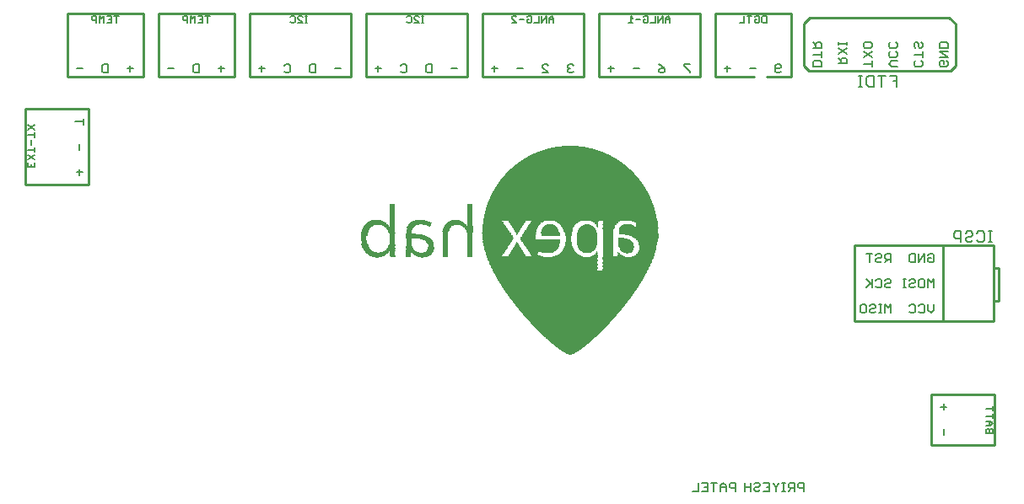
<source format=gbo>
G75*
G70*
%OFA0B0*%
%FSLAX24Y24*%
%IPPOS*%
%LPD*%
%AMOC8*
5,1,8,0,0,1.08239X$1,22.5*
%
%ADD10C,0.0060*%
%ADD11C,0.0100*%
%ADD12C,0.0080*%
%ADD13C,0.0050*%
%ADD14R,0.0070X0.0005*%
%ADD15R,0.0110X0.0005*%
%ADD16R,0.0140X0.0005*%
%ADD17R,0.0175X0.0005*%
%ADD18R,0.0195X0.0005*%
%ADD19R,0.0225X0.0005*%
%ADD20R,0.0245X0.0005*%
%ADD21R,0.0270X0.0005*%
%ADD22R,0.0290X0.0005*%
%ADD23R,0.0310X0.0005*%
%ADD24R,0.0330X0.0005*%
%ADD25R,0.0350X0.0005*%
%ADD26R,0.0370X0.0005*%
%ADD27R,0.0390X0.0005*%
%ADD28R,0.0405X0.0005*%
%ADD29R,0.0425X0.0005*%
%ADD30R,0.0440X0.0005*%
%ADD31R,0.0455X0.0005*%
%ADD32R,0.0475X0.0005*%
%ADD33R,0.0495X0.0005*%
%ADD34R,0.0505X0.0005*%
%ADD35R,0.0525X0.0005*%
%ADD36R,0.0545X0.0005*%
%ADD37R,0.0555X0.0005*%
%ADD38R,0.0575X0.0005*%
%ADD39R,0.0590X0.0005*%
%ADD40R,0.0605X0.0005*%
%ADD41R,0.0620X0.0005*%
%ADD42R,0.0635X0.0005*%
%ADD43R,0.0650X0.0005*%
%ADD44R,0.0670X0.0005*%
%ADD45R,0.0680X0.0005*%
%ADD46R,0.0700X0.0005*%
%ADD47R,0.0710X0.0005*%
%ADD48R,0.0730X0.0005*%
%ADD49R,0.0740X0.0005*%
%ADD50R,0.0760X0.0005*%
%ADD51R,0.0770X0.0005*%
%ADD52R,0.0780X0.0005*%
%ADD53R,0.0800X0.0005*%
%ADD54R,0.0810X0.0005*%
%ADD55R,0.0825X0.0005*%
%ADD56R,0.0840X0.0005*%
%ADD57R,0.0855X0.0005*%
%ADD58R,0.0870X0.0005*%
%ADD59R,0.0880X0.0005*%
%ADD60R,0.0895X0.0005*%
%ADD61R,0.0910X0.0005*%
%ADD62R,0.0925X0.0005*%
%ADD63R,0.0935X0.0005*%
%ADD64R,0.0950X0.0005*%
%ADD65R,0.0965X0.0005*%
%ADD66R,0.0975X0.0005*%
%ADD67R,0.0990X0.0005*%
%ADD68R,0.1005X0.0005*%
%ADD69R,0.1015X0.0005*%
%ADD70R,0.1030X0.0005*%
%ADD71R,0.1045X0.0005*%
%ADD72R,0.1055X0.0005*%
%ADD73R,0.1065X0.0005*%
%ADD74R,0.1085X0.0005*%
%ADD75R,0.1095X0.0005*%
%ADD76R,0.1105X0.0005*%
%ADD77R,0.1125X0.0005*%
%ADD78R,0.1135X0.0005*%
%ADD79R,0.1145X0.0005*%
%ADD80R,0.1155X0.0005*%
%ADD81R,0.1175X0.0005*%
%ADD82R,0.1185X0.0005*%
%ADD83R,0.1195X0.0005*%
%ADD84R,0.1210X0.0005*%
%ADD85R,0.1220X0.0005*%
%ADD86R,0.1235X0.0005*%
%ADD87R,0.1245X0.0005*%
%ADD88R,0.1260X0.0005*%
%ADD89R,0.1270X0.0005*%
%ADD90R,0.1285X0.0005*%
%ADD91R,0.1295X0.0005*%
%ADD92R,0.1310X0.0005*%
%ADD93R,0.1320X0.0005*%
%ADD94R,0.1330X0.0005*%
%ADD95R,0.1345X0.0005*%
%ADD96R,0.1355X0.0005*%
%ADD97R,0.1370X0.0005*%
%ADD98R,0.1380X0.0005*%
%ADD99R,0.1395X0.0005*%
%ADD100R,0.1405X0.0005*%
%ADD101R,0.1420X0.0005*%
%ADD102R,0.1430X0.0005*%
%ADD103R,0.1440X0.0005*%
%ADD104R,0.1450X0.0005*%
%ADD105R,0.1465X0.0005*%
%ADD106R,0.1475X0.0005*%
%ADD107R,0.1490X0.0005*%
%ADD108R,0.1500X0.0005*%
%ADD109R,0.1510X0.0005*%
%ADD110R,0.1520X0.0005*%
%ADD111R,0.1535X0.0005*%
%ADD112R,0.1550X0.0005*%
%ADD113R,0.1560X0.0005*%
%ADD114R,0.1570X0.0005*%
%ADD115R,0.1580X0.0005*%
%ADD116R,0.1590X0.0005*%
%ADD117R,0.1605X0.0005*%
%ADD118R,0.1620X0.0005*%
%ADD119R,0.1630X0.0005*%
%ADD120R,0.1640X0.0005*%
%ADD121R,0.1650X0.0005*%
%ADD122R,0.1660X0.0005*%
%ADD123R,0.1670X0.0005*%
%ADD124R,0.1680X0.0005*%
%ADD125R,0.1700X0.0005*%
%ADD126R,0.1710X0.0005*%
%ADD127R,0.1720X0.0005*%
%ADD128R,0.1730X0.0005*%
%ADD129R,0.1740X0.0005*%
%ADD130R,0.1750X0.0005*%
%ADD131R,0.1760X0.0005*%
%ADD132R,0.1780X0.0005*%
%ADD133R,0.1790X0.0005*%
%ADD134R,0.1800X0.0005*%
%ADD135R,0.1810X0.0005*%
%ADD136R,0.1820X0.0005*%
%ADD137R,0.1830X0.0005*%
%ADD138R,0.1840X0.0005*%
%ADD139R,0.1850X0.0005*%
%ADD140R,0.1860X0.0005*%
%ADD141R,0.1875X0.0005*%
%ADD142R,0.1885X0.0005*%
%ADD143R,0.1900X0.0005*%
%ADD144R,0.1910X0.0005*%
%ADD145R,0.1920X0.0005*%
%ADD146R,0.1930X0.0005*%
%ADD147R,0.1940X0.0005*%
%ADD148R,0.1950X0.0005*%
%ADD149R,0.1960X0.0005*%
%ADD150R,0.1970X0.0005*%
%ADD151R,0.1985X0.0005*%
%ADD152R,0.1995X0.0005*%
%ADD153R,0.2005X0.0005*%
%ADD154R,0.2015X0.0005*%
%ADD155R,0.2030X0.0005*%
%ADD156R,0.2040X0.0005*%
%ADD157R,0.2050X0.0005*%
%ADD158R,0.2060X0.0005*%
%ADD159R,0.2070X0.0005*%
%ADD160R,0.2080X0.0005*%
%ADD161R,0.2090X0.0005*%
%ADD162R,0.2100X0.0005*%
%ADD163R,0.2110X0.0005*%
%ADD164R,0.2125X0.0005*%
%ADD165R,0.2135X0.0005*%
%ADD166R,0.2145X0.0005*%
%ADD167R,0.2155X0.0005*%
%ADD168R,0.2165X0.0005*%
%ADD169R,0.2175X0.0005*%
%ADD170R,0.2190X0.0005*%
%ADD171R,0.2200X0.0005*%
%ADD172R,0.2210X0.0005*%
%ADD173R,0.2220X0.0005*%
%ADD174R,0.2230X0.0005*%
%ADD175R,0.2240X0.0005*%
%ADD176R,0.2250X0.0005*%
%ADD177R,0.2260X0.0005*%
%ADD178R,0.2270X0.0005*%
%ADD179R,0.2280X0.0005*%
%ADD180R,0.2290X0.0005*%
%ADD181R,0.2300X0.0005*%
%ADD182R,0.2310X0.0005*%
%ADD183R,0.2325X0.0005*%
%ADD184R,0.2335X0.0005*%
%ADD185R,0.2345X0.0005*%
%ADD186R,0.2355X0.0005*%
%ADD187R,0.2365X0.0005*%
%ADD188R,0.2375X0.0005*%
%ADD189R,0.2385X0.0005*%
%ADD190R,0.2395X0.0005*%
%ADD191R,0.2405X0.0005*%
%ADD192R,0.2415X0.0005*%
%ADD193R,0.2425X0.0005*%
%ADD194R,0.2435X0.0005*%
%ADD195R,0.2445X0.0005*%
%ADD196R,0.2455X0.0005*%
%ADD197R,0.2465X0.0005*%
%ADD198R,0.2475X0.0005*%
%ADD199R,0.2485X0.0005*%
%ADD200R,0.2495X0.0005*%
%ADD201R,0.2505X0.0005*%
%ADD202R,0.2515X0.0005*%
%ADD203R,0.2525X0.0005*%
%ADD204R,0.2535X0.0005*%
%ADD205R,0.2545X0.0005*%
%ADD206R,0.2555X0.0005*%
%ADD207R,0.2565X0.0005*%
%ADD208R,0.2575X0.0005*%
%ADD209R,0.2585X0.0005*%
%ADD210R,0.2595X0.0005*%
%ADD211R,0.2605X0.0005*%
%ADD212R,0.2615X0.0005*%
%ADD213R,0.2625X0.0005*%
%ADD214R,0.2635X0.0005*%
%ADD215R,0.2645X0.0005*%
%ADD216R,0.2655X0.0005*%
%ADD217R,0.2665X0.0005*%
%ADD218R,0.2675X0.0005*%
%ADD219R,0.2685X0.0005*%
%ADD220R,0.2695X0.0005*%
%ADD221R,0.2705X0.0005*%
%ADD222R,0.2715X0.0005*%
%ADD223R,0.2725X0.0005*%
%ADD224R,0.2735X0.0005*%
%ADD225R,0.2745X0.0005*%
%ADD226R,0.2755X0.0005*%
%ADD227R,0.2765X0.0005*%
%ADD228R,0.2775X0.0005*%
%ADD229R,0.2785X0.0005*%
%ADD230R,0.2795X0.0005*%
%ADD231R,0.2805X0.0005*%
%ADD232R,0.2810X0.0005*%
%ADD233R,0.2820X0.0005*%
%ADD234R,0.2830X0.0005*%
%ADD235R,0.2840X0.0005*%
%ADD236R,0.2850X0.0005*%
%ADD237R,0.2860X0.0005*%
%ADD238R,0.2870X0.0005*%
%ADD239R,0.2880X0.0005*%
%ADD240R,0.2890X0.0005*%
%ADD241R,0.2900X0.0005*%
%ADD242R,0.2910X0.0005*%
%ADD243R,0.2920X0.0005*%
%ADD244R,0.2930X0.0005*%
%ADD245R,0.2940X0.0005*%
%ADD246R,0.2945X0.0005*%
%ADD247R,0.2955X0.0005*%
%ADD248R,0.2965X0.0005*%
%ADD249R,0.2975X0.0005*%
%ADD250R,0.2985X0.0005*%
%ADD251R,0.2995X0.0005*%
%ADD252R,0.3005X0.0005*%
%ADD253R,0.3015X0.0005*%
%ADD254R,0.3025X0.0005*%
%ADD255R,0.3030X0.0005*%
%ADD256R,0.3040X0.0005*%
%ADD257R,0.3050X0.0005*%
%ADD258R,0.3060X0.0005*%
%ADD259R,0.3070X0.0005*%
%ADD260R,0.3080X0.0005*%
%ADD261R,0.3090X0.0005*%
%ADD262R,0.3100X0.0005*%
%ADD263R,0.3105X0.0005*%
%ADD264R,0.3115X0.0005*%
%ADD265R,0.3125X0.0005*%
%ADD266R,0.3135X0.0005*%
%ADD267R,0.3145X0.0005*%
%ADD268R,0.3150X0.0005*%
%ADD269R,0.3160X0.0005*%
%ADD270R,0.3170X0.0005*%
%ADD271R,0.3180X0.0005*%
%ADD272R,0.3190X0.0005*%
%ADD273R,0.3200X0.0005*%
%ADD274R,0.3210X0.0005*%
%ADD275R,0.3220X0.0005*%
%ADD276R,0.3230X0.0005*%
%ADD277R,0.3235X0.0005*%
%ADD278R,0.3245X0.0005*%
%ADD279R,0.3255X0.0005*%
%ADD280R,0.3265X0.0005*%
%ADD281R,0.3270X0.0005*%
%ADD282R,0.3280X0.0005*%
%ADD283R,0.3290X0.0005*%
%ADD284R,0.3300X0.0005*%
%ADD285R,0.3310X0.0005*%
%ADD286R,0.3320X0.0005*%
%ADD287R,0.3330X0.0005*%
%ADD288R,0.3340X0.0005*%
%ADD289R,0.3345X0.0005*%
%ADD290R,0.3355X0.0005*%
%ADD291R,0.3365X0.0005*%
%ADD292R,0.3370X0.0005*%
%ADD293R,0.3380X0.0005*%
%ADD294R,0.3390X0.0005*%
%ADD295R,0.3400X0.0005*%
%ADD296R,0.3410X0.0005*%
%ADD297R,0.3420X0.0005*%
%ADD298R,0.3425X0.0005*%
%ADD299R,0.3435X0.0005*%
%ADD300R,0.3445X0.0005*%
%ADD301R,0.3450X0.0005*%
%ADD302R,0.3460X0.0005*%
%ADD303R,0.3470X0.0005*%
%ADD304R,0.3480X0.0005*%
%ADD305R,0.3490X0.0005*%
%ADD306R,0.3500X0.0005*%
%ADD307R,0.3510X0.0005*%
%ADD308R,0.3515X0.0005*%
%ADD309R,0.3525X0.0005*%
%ADD310R,0.3530X0.0005*%
%ADD311R,0.3540X0.0005*%
%ADD312R,0.3550X0.0005*%
%ADD313R,0.3560X0.0005*%
%ADD314R,0.3570X0.0005*%
%ADD315R,0.3580X0.0005*%
%ADD316R,0.3590X0.0005*%
%ADD317R,0.3595X0.0005*%
%ADD318R,0.3600X0.0005*%
%ADD319R,0.3610X0.0005*%
%ADD320R,0.3620X0.0005*%
%ADD321R,0.3630X0.0005*%
%ADD322R,0.3640X0.0005*%
%ADD323R,0.3650X0.0005*%
%ADD324R,0.3660X0.0005*%
%ADD325R,0.3670X0.0005*%
%ADD326R,0.3680X0.0005*%
%ADD327R,0.3690X0.0005*%
%ADD328R,0.3700X0.0005*%
%ADD329R,0.3710X0.0005*%
%ADD330R,0.3720X0.0005*%
%ADD331R,0.3730X0.0005*%
%ADD332R,0.3740X0.0005*%
%ADD333R,0.3750X0.0005*%
%ADD334R,0.3760X0.0005*%
%ADD335R,0.3770X0.0005*%
%ADD336R,0.3780X0.0005*%
%ADD337R,0.3790X0.0005*%
%ADD338R,0.3800X0.0005*%
%ADD339R,0.3810X0.0005*%
%ADD340R,0.3820X0.0005*%
%ADD341R,0.3830X0.0005*%
%ADD342R,0.3840X0.0005*%
%ADD343R,0.3850X0.0005*%
%ADD344R,0.3860X0.0005*%
%ADD345R,0.3870X0.0005*%
%ADD346R,0.3880X0.0005*%
%ADD347R,0.3890X0.0005*%
%ADD348R,0.3895X0.0005*%
%ADD349R,0.3900X0.0005*%
%ADD350R,0.3910X0.0005*%
%ADD351R,0.3920X0.0005*%
%ADD352R,0.3930X0.0005*%
%ADD353R,0.3940X0.0005*%
%ADD354R,0.3945X0.0005*%
%ADD355R,0.3955X0.0005*%
%ADD356R,0.3960X0.0005*%
%ADD357R,0.3970X0.0005*%
%ADD358R,0.3980X0.0005*%
%ADD359R,0.3990X0.0005*%
%ADD360R,0.3995X0.0005*%
%ADD361R,0.4000X0.0005*%
%ADD362R,0.4010X0.0005*%
%ADD363R,0.4020X0.0005*%
%ADD364R,0.4030X0.0005*%
%ADD365R,0.4040X0.0005*%
%ADD366R,0.4045X0.0005*%
%ADD367R,0.4050X0.0005*%
%ADD368R,0.4060X0.0005*%
%ADD369R,0.4070X0.0005*%
%ADD370R,0.4080X0.0005*%
%ADD371R,0.4090X0.0005*%
%ADD372R,0.4095X0.0005*%
%ADD373R,0.4100X0.0005*%
%ADD374R,0.4110X0.0005*%
%ADD375R,0.4120X0.0005*%
%ADD376R,0.4130X0.0005*%
%ADD377R,0.4135X0.0005*%
%ADD378R,0.4145X0.0005*%
%ADD379R,0.4150X0.0005*%
%ADD380R,0.4160X0.0005*%
%ADD381R,0.4170X0.0005*%
%ADD382R,0.4175X0.0005*%
%ADD383R,0.4185X0.0005*%
%ADD384R,0.4190X0.0005*%
%ADD385R,0.4200X0.0005*%
%ADD386R,0.4210X0.0005*%
%ADD387R,0.4215X0.0005*%
%ADD388R,0.4225X0.0005*%
%ADD389R,0.4230X0.0005*%
%ADD390R,0.4240X0.0005*%
%ADD391R,0.4250X0.0005*%
%ADD392R,0.4255X0.0005*%
%ADD393R,0.4265X0.0005*%
%ADD394R,0.4270X0.0005*%
%ADD395R,0.4280X0.0005*%
%ADD396R,0.4290X0.0005*%
%ADD397R,0.4295X0.0005*%
%ADD398R,0.4305X0.0005*%
%ADD399R,0.4310X0.0005*%
%ADD400R,0.4320X0.0005*%
%ADD401R,0.4330X0.0005*%
%ADD402R,0.4335X0.0005*%
%ADD403R,0.4345X0.0005*%
%ADD404R,0.4350X0.0005*%
%ADD405R,0.4360X0.0005*%
%ADD406R,0.4365X0.0005*%
%ADD407R,0.4375X0.0005*%
%ADD408R,0.4385X0.0005*%
%ADD409R,0.4390X0.0005*%
%ADD410R,0.4400X0.0005*%
%ADD411R,0.4405X0.0005*%
%ADD412R,0.4415X0.0005*%
%ADD413R,0.4425X0.0005*%
%ADD414R,0.4430X0.0005*%
%ADD415R,0.4435X0.0005*%
%ADD416R,0.4445X0.0005*%
%ADD417R,0.4455X0.0005*%
%ADD418R,0.4460X0.0005*%
%ADD419R,0.4470X0.0005*%
%ADD420R,0.4475X0.0005*%
%ADD421R,0.4485X0.0005*%
%ADD422R,0.4495X0.0005*%
%ADD423R,0.4500X0.0005*%
%ADD424R,0.4505X0.0005*%
%ADD425R,0.4515X0.0005*%
%ADD426R,0.4525X0.0005*%
%ADD427R,0.4530X0.0005*%
%ADD428R,0.4535X0.0005*%
%ADD429R,0.4545X0.0005*%
%ADD430R,0.4555X0.0005*%
%ADD431R,0.4565X0.0005*%
%ADD432R,0.4575X0.0005*%
%ADD433R,0.4585X0.0005*%
%ADD434R,0.4595X0.0005*%
%ADD435R,0.4605X0.0005*%
%ADD436R,0.4615X0.0005*%
%ADD437R,0.4625X0.0005*%
%ADD438R,0.4635X0.0005*%
%ADD439R,0.4645X0.0005*%
%ADD440R,0.4655X0.0005*%
%ADD441R,0.4665X0.0005*%
%ADD442R,0.4675X0.0005*%
%ADD443R,0.4685X0.0005*%
%ADD444R,0.4695X0.0005*%
%ADD445R,0.4705X0.0005*%
%ADD446R,0.4715X0.0005*%
%ADD447R,0.4725X0.0005*%
%ADD448R,0.4735X0.0005*%
%ADD449R,0.4745X0.0005*%
%ADD450R,0.4755X0.0005*%
%ADD451R,0.4765X0.0005*%
%ADD452R,0.4775X0.0005*%
%ADD453R,0.4785X0.0005*%
%ADD454R,0.4795X0.0005*%
%ADD455R,0.4800X0.0005*%
%ADD456R,0.4805X0.0005*%
%ADD457R,0.4815X0.0005*%
%ADD458R,0.4825X0.0005*%
%ADD459R,0.4830X0.0005*%
%ADD460R,0.4835X0.0005*%
%ADD461R,0.4845X0.0005*%
%ADD462R,0.4850X0.0005*%
%ADD463R,0.4855X0.0005*%
%ADD464R,0.4865X0.0005*%
%ADD465R,0.4875X0.0005*%
%ADD466R,0.4880X0.0005*%
%ADD467R,0.4885X0.0005*%
%ADD468R,0.4895X0.0005*%
%ADD469R,0.4900X0.0005*%
%ADD470R,0.4910X0.0005*%
%ADD471R,0.4915X0.0005*%
%ADD472R,0.4925X0.0005*%
%ADD473R,0.4930X0.0005*%
%ADD474R,0.4935X0.0005*%
%ADD475R,0.4945X0.0005*%
%ADD476R,0.4950X0.0005*%
%ADD477R,0.4955X0.0005*%
%ADD478R,0.4965X0.0005*%
%ADD479R,0.4975X0.0005*%
%ADD480R,0.4980X0.0005*%
%ADD481R,0.4985X0.0005*%
%ADD482R,0.4995X0.0005*%
%ADD483R,0.5000X0.0005*%
%ADD484R,0.5005X0.0005*%
%ADD485R,0.5015X0.0005*%
%ADD486R,0.5025X0.0005*%
%ADD487R,0.5030X0.0005*%
%ADD488R,0.5035X0.0005*%
%ADD489R,0.5045X0.0005*%
%ADD490R,0.5050X0.0005*%
%ADD491R,0.5055X0.0005*%
%ADD492R,0.5065X0.0005*%
%ADD493R,0.5070X0.0005*%
%ADD494R,0.5075X0.0005*%
%ADD495R,0.5085X0.0005*%
%ADD496R,0.5090X0.0005*%
%ADD497R,0.5100X0.0005*%
%ADD498R,0.5105X0.0005*%
%ADD499R,0.5110X0.0005*%
%ADD500R,0.5120X0.0005*%
%ADD501R,0.5125X0.0005*%
%ADD502R,0.5135X0.0005*%
%ADD503R,0.5140X0.0005*%
%ADD504R,0.5150X0.0005*%
%ADD505R,0.5155X0.0005*%
%ADD506R,0.5160X0.0005*%
%ADD507R,0.5170X0.0005*%
%ADD508R,0.5175X0.0005*%
%ADD509R,0.5180X0.0005*%
%ADD510R,0.5190X0.0005*%
%ADD511R,0.5195X0.0005*%
%ADD512R,0.5200X0.0005*%
%ADD513R,0.5210X0.0005*%
%ADD514R,0.5215X0.0005*%
%ADD515R,0.5220X0.0005*%
%ADD516R,0.5230X0.0005*%
%ADD517R,0.5235X0.0005*%
%ADD518R,0.5240X0.0005*%
%ADD519R,0.5250X0.0005*%
%ADD520R,0.5255X0.0005*%
%ADD521R,0.5260X0.0005*%
%ADD522R,0.5270X0.0005*%
%ADD523R,0.5275X0.0005*%
%ADD524R,0.5280X0.0005*%
%ADD525R,0.5290X0.0005*%
%ADD526R,0.5300X0.0005*%
%ADD527R,0.5310X0.0005*%
%ADD528R,0.5320X0.0005*%
%ADD529R,0.5330X0.0005*%
%ADD530R,0.5340X0.0005*%
%ADD531R,0.5350X0.0005*%
%ADD532R,0.5360X0.0005*%
%ADD533R,0.5370X0.0005*%
%ADD534R,0.5380X0.0005*%
%ADD535R,0.5390X0.0005*%
%ADD536R,0.5400X0.0005*%
%ADD537R,0.5410X0.0005*%
%ADD538R,0.5420X0.0005*%
%ADD539R,0.5425X0.0005*%
%ADD540R,0.5430X0.0005*%
%ADD541R,0.5440X0.0005*%
%ADD542R,0.5450X0.0005*%
%ADD543R,0.5460X0.0005*%
%ADD544R,0.5470X0.0005*%
%ADD545R,0.5480X0.0005*%
%ADD546R,0.5490X0.0005*%
%ADD547R,0.5495X0.0005*%
%ADD548R,0.5500X0.0005*%
%ADD549R,0.5510X0.0005*%
%ADD550R,0.5520X0.0005*%
%ADD551R,0.5530X0.0005*%
%ADD552R,0.5540X0.0005*%
%ADD553R,0.5545X0.0005*%
%ADD554R,0.5550X0.0005*%
%ADD555R,0.5560X0.0005*%
%ADD556R,0.5565X0.0005*%
%ADD557R,0.5570X0.0005*%
%ADD558R,0.5575X0.0005*%
%ADD559R,0.5580X0.0005*%
%ADD560R,0.5590X0.0005*%
%ADD561R,0.5595X0.0005*%
%ADD562R,0.5600X0.0005*%
%ADD563R,0.5605X0.0005*%
%ADD564R,0.5610X0.0005*%
%ADD565R,0.5620X0.0005*%
%ADD566R,0.5625X0.0005*%
%ADD567R,0.5630X0.0005*%
%ADD568R,0.5635X0.0005*%
%ADD569R,0.5640X0.0005*%
%ADD570R,0.5650X0.0005*%
%ADD571R,0.5655X0.0005*%
%ADD572R,0.5660X0.0005*%
%ADD573R,0.5665X0.0005*%
%ADD574R,0.5675X0.0005*%
%ADD575R,0.5680X0.0005*%
%ADD576R,0.5685X0.0005*%
%ADD577R,0.5690X0.0005*%
%ADD578R,0.5695X0.0005*%
%ADD579R,0.5705X0.0005*%
%ADD580R,0.5710X0.0005*%
%ADD581R,0.5715X0.0005*%
%ADD582R,0.5720X0.0005*%
%ADD583R,0.5725X0.0005*%
%ADD584R,0.5735X0.0005*%
%ADD585R,0.5740X0.0005*%
%ADD586R,0.5745X0.0005*%
%ADD587R,0.5750X0.0005*%
%ADD588R,0.5755X0.0005*%
%ADD589R,0.5765X0.0005*%
%ADD590R,0.5775X0.0005*%
%ADD591R,0.5780X0.0005*%
%ADD592R,0.5785X0.0005*%
%ADD593R,0.5790X0.0005*%
%ADD594R,0.5795X0.0005*%
%ADD595R,0.5805X0.0005*%
%ADD596R,0.5815X0.0005*%
%ADD597R,0.5825X0.0005*%
%ADD598R,0.5835X0.0005*%
%ADD599R,0.5845X0.0005*%
%ADD600R,0.5855X0.0005*%
%ADD601R,0.5865X0.0005*%
%ADD602R,0.5875X0.0005*%
%ADD603R,0.5885X0.0005*%
%ADD604R,0.5895X0.0005*%
%ADD605R,0.5905X0.0005*%
%ADD606R,0.5915X0.0005*%
%ADD607R,0.5925X0.0005*%
%ADD608R,0.5935X0.0005*%
%ADD609R,0.5945X0.0005*%
%ADD610R,0.5955X0.0005*%
%ADD611R,0.5965X0.0005*%
%ADD612R,0.5975X0.0005*%
%ADD613R,0.5980X0.0005*%
%ADD614R,0.5985X0.0005*%
%ADD615R,0.5995X0.0005*%
%ADD616R,0.6005X0.0005*%
%ADD617R,0.6015X0.0005*%
%ADD618R,0.6025X0.0005*%
%ADD619R,0.6035X0.0005*%
%ADD620R,0.6040X0.0005*%
%ADD621R,0.6045X0.0005*%
%ADD622R,0.6050X0.0005*%
%ADD623R,0.6055X0.0005*%
%ADD624R,0.6060X0.0005*%
%ADD625R,0.6065X0.0005*%
%ADD626R,0.6070X0.0005*%
%ADD627R,0.6075X0.0005*%
%ADD628R,0.6080X0.0005*%
%ADD629R,0.4115X0.0005*%
%ADD630R,0.1755X0.0005*%
%ADD631R,0.4125X0.0005*%
%ADD632R,0.1765X0.0005*%
%ADD633R,0.1770X0.0005*%
%ADD634R,0.1775X0.0005*%
%ADD635R,0.4140X0.0005*%
%ADD636R,0.1785X0.0005*%
%ADD637R,0.4155X0.0005*%
%ADD638R,0.1795X0.0005*%
%ADD639R,0.4165X0.0005*%
%ADD640R,0.1805X0.0005*%
%ADD641R,0.1815X0.0005*%
%ADD642R,0.4180X0.0005*%
%ADD643R,0.1825X0.0005*%
%ADD644R,0.1835X0.0005*%
%ADD645R,0.4195X0.0005*%
%ADD646R,0.1845X0.0005*%
%ADD647R,0.4205X0.0005*%
%ADD648R,0.1855X0.0005*%
%ADD649R,0.4220X0.0005*%
%ADD650R,0.1865X0.0005*%
%ADD651R,0.1870X0.0005*%
%ADD652R,0.4235X0.0005*%
%ADD653R,0.1880X0.0005*%
%ADD654R,0.4245X0.0005*%
%ADD655R,0.1890X0.0005*%
%ADD656R,0.1895X0.0005*%
%ADD657R,0.4260X0.0005*%
%ADD658R,0.1905X0.0005*%
%ADD659R,0.1915X0.0005*%
%ADD660R,0.4275X0.0005*%
%ADD661R,0.1925X0.0005*%
%ADD662R,0.4285X0.0005*%
%ADD663R,0.1935X0.0005*%
%ADD664R,0.4300X0.0005*%
%ADD665R,0.1945X0.0005*%
%ADD666R,0.1955X0.0005*%
%ADD667R,0.4315X0.0005*%
%ADD668R,0.1965X0.0005*%
%ADD669R,0.4325X0.0005*%
%ADD670R,0.1975X0.0005*%
%ADD671R,0.1980X0.0005*%
%ADD672R,0.4340X0.0005*%
%ADD673R,0.1990X0.0005*%
%ADD674R,0.0365X0.0005*%
%ADD675R,0.1365X0.0005*%
%ADD676R,0.2350X0.0005*%
%ADD677R,0.0325X0.0005*%
%ADD678R,0.1280X0.0005*%
%ADD679R,0.0860X0.0005*%
%ADD680R,0.0915X0.0005*%
%ADD681R,0.0305X0.0005*%
%ADD682R,0.2255X0.0005*%
%ADD683R,0.0100X0.0005*%
%ADD684R,0.0105X0.0005*%
%ADD685R,0.0890X0.0005*%
%ADD686R,0.0285X0.0005*%
%ADD687R,0.1180X0.0005*%
%ADD688R,0.2225X0.0005*%
%ADD689R,0.0190X0.0005*%
%ADD690R,0.0200X0.0005*%
%ADD691R,0.0265X0.0005*%
%ADD692R,0.1140X0.0005*%
%ADD693R,0.2195X0.0005*%
%ADD694R,0.0260X0.0005*%
%ADD695R,0.0815X0.0005*%
%ADD696R,0.0250X0.0005*%
%ADD697R,0.1110X0.0005*%
%ADD698R,0.2185X0.0005*%
%ADD699R,0.0300X0.0005*%
%ADD700R,0.0385X0.0005*%
%ADD701R,0.0235X0.0005*%
%ADD702R,0.1075X0.0005*%
%ADD703R,0.0715X0.0005*%
%ADD704R,0.0580X0.0005*%
%ADD705R,0.0345X0.0005*%
%ADD706R,0.0795X0.0005*%
%ADD707R,0.0240X0.0005*%
%ADD708R,0.0220X0.0005*%
%ADD709R,0.0705X0.0005*%
%ADD710R,0.0360X0.0005*%
%ADD711R,0.0380X0.0005*%
%ADD712R,0.0785X0.0005*%
%ADD713R,0.0210X0.0005*%
%ADD714R,0.1020X0.0005*%
%ADD715R,0.0335X0.0005*%
%ADD716R,0.0205X0.0005*%
%ADD717R,0.0410X0.0005*%
%ADD718R,0.0215X0.0005*%
%ADD719R,0.0995X0.0005*%
%ADD720R,0.0315X0.0005*%
%ADD721R,0.0695X0.0005*%
%ADD722R,0.0595X0.0005*%
%ADD723R,0.0970X0.0005*%
%ADD724R,0.0685X0.0005*%
%ADD725R,0.0470X0.0005*%
%ADD726R,0.0180X0.0005*%
%ADD727R,0.0295X0.0005*%
%ADD728R,0.0490X0.0005*%
%ADD729R,0.0755X0.0005*%
%ADD730R,0.0170X0.0005*%
%ADD731R,0.0930X0.0005*%
%ADD732R,0.0675X0.0005*%
%ADD733R,0.0610X0.0005*%
%ADD734R,0.0510X0.0005*%
%ADD735R,0.0750X0.0005*%
%ADD736R,0.0160X0.0005*%
%ADD737R,0.0905X0.0005*%
%ADD738R,0.0275X0.0005*%
%ADD739R,0.0500X0.0005*%
%ADD740R,0.0535X0.0005*%
%ADD741R,0.0165X0.0005*%
%ADD742R,0.0150X0.0005*%
%ADD743R,0.0665X0.0005*%
%ADD744R,0.0520X0.0005*%
%ADD745R,0.0155X0.0005*%
%ADD746R,0.0145X0.0005*%
%ADD747R,0.0255X0.0005*%
%ADD748R,0.0655X0.0005*%
%ADD749R,0.0625X0.0005*%
%ADD750R,0.0735X0.0005*%
%ADD751R,0.0135X0.0005*%
%ADD752R,0.0550X0.0005*%
%ADD753R,0.0725X0.0005*%
%ADD754R,0.0395X0.0005*%
%ADD755R,0.0130X0.0005*%
%ADD756R,0.0835X0.0005*%
%ADD757R,0.0645X0.0005*%
%ADD758R,0.0570X0.0005*%
%ADD759R,0.0120X0.0005*%
%ADD760R,0.0640X0.0005*%
%ADD761R,0.0585X0.0005*%
%ADD762R,0.0720X0.0005*%
%ADD763R,0.0125X0.0005*%
%ADD764R,0.0115X0.0005*%
%ADD765R,0.0805X0.0005*%
%ADD766R,0.0600X0.0005*%
%ADD767R,0.0615X0.0005*%
%ADD768R,0.0660X0.0005*%
%ADD769R,0.0775X0.0005*%
%ADD770R,0.0095X0.0005*%
%ADD771R,0.0690X0.0005*%
%ADD772R,0.0090X0.0005*%
%ADD773R,0.0745X0.0005*%
%ADD774R,0.0085X0.0005*%
%ADD775R,0.0400X0.0005*%
%ADD776R,0.0080X0.0005*%
%ADD777R,0.0075X0.0005*%
%ADD778R,0.0280X0.0005*%
%ADD779R,0.0065X0.0005*%
%ADD780R,0.0765X0.0005*%
%ADD781R,0.0060X0.0005*%
%ADD782R,0.0565X0.0005*%
%ADD783R,0.0055X0.0005*%
%ADD784R,0.0560X0.0005*%
%ADD785R,0.0050X0.0005*%
%ADD786R,0.0045X0.0005*%
%ADD787R,0.0040X0.0005*%
%ADD788R,0.0630X0.0005*%
%ADD789R,0.0820X0.0005*%
%ADD790R,0.0035X0.0005*%
%ADD791R,0.0830X0.0005*%
%ADD792R,0.0030X0.0005*%
%ADD793R,0.0320X0.0005*%
%ADD794R,0.0530X0.0005*%
%ADD795R,0.0025X0.0005*%
%ADD796R,0.0415X0.0005*%
%ADD797R,0.0020X0.0005*%
%ADD798R,0.0515X0.0005*%
%ADD799R,0.0015X0.0005*%
%ADD800R,0.0185X0.0005*%
%ADD801R,0.0010X0.0005*%
%ADD802R,0.0230X0.0005*%
%ADD803R,0.0355X0.0005*%
%ADD804R,0.0005X0.0005*%
%ADD805R,0.0420X0.0005*%
%ADD806R,0.0450X0.0005*%
%ADD807R,0.0485X0.0005*%
%ADD808R,0.0540X0.0005*%
%ADD809R,0.0480X0.0005*%
%ADD810R,0.0340X0.0005*%
%ADD811R,0.0465X0.0005*%
%ADD812R,0.0460X0.0005*%
%ADD813R,0.0375X0.0005*%
%ADD814R,0.0445X0.0005*%
%ADD815R,0.0790X0.0005*%
%ADD816R,0.1035X0.0005*%
%ADD817R,0.0435X0.0005*%
%ADD818R,0.1050X0.0005*%
%ADD819R,0.0430X0.0005*%
%ADD820R,0.1080X0.0005*%
%ADD821R,0.1115X0.0005*%
%ADD822R,0.1120X0.0005*%
%ADD823R,0.1130X0.0005*%
%ADD824R,0.0845X0.0005*%
%ADD825R,0.0850X0.0005*%
%ADD826R,0.1160X0.0005*%
%ADD827R,0.1170X0.0005*%
%ADD828R,0.0865X0.0005*%
%ADD829R,0.1190X0.0005*%
%ADD830R,0.0875X0.0005*%
%ADD831R,0.1200X0.0005*%
%ADD832R,0.1205X0.0005*%
%ADD833R,0.0885X0.0005*%
%ADD834R,0.1215X0.0005*%
%ADD835R,0.1230X0.0005*%
%ADD836R,0.0900X0.0005*%
%ADD837R,0.1240X0.0005*%
%ADD838R,0.1250X0.0005*%
%ADD839R,0.0920X0.0005*%
%ADD840R,0.0940X0.0005*%
%ADD841R,0.1290X0.0005*%
%ADD842R,0.0945X0.0005*%
%ADD843R,0.1305X0.0005*%
%ADD844R,0.0955X0.0005*%
%ADD845R,0.0960X0.0005*%
%ADD846R,0.1335X0.0005*%
%ADD847R,0.0980X0.0005*%
%ADD848R,0.1350X0.0005*%
%ADD849R,0.1360X0.0005*%
%ADD850R,0.1000X0.0005*%
%ADD851R,0.1010X0.0005*%
%ADD852R,0.1375X0.0005*%
%ADD853R,0.1385X0.0005*%
%ADD854R,0.1025X0.0005*%
%ADD855R,0.1400X0.0005*%
%ADD856R,0.1040X0.0005*%
%ADD857R,0.1410X0.0005*%
%ADD858R,0.1415X0.0005*%
%ADD859R,0.1060X0.0005*%
%ADD860R,0.1435X0.0005*%
%ADD861R,0.1070X0.0005*%
%ADD862R,0.1445X0.0005*%
%ADD863R,0.1455X0.0005*%
%ADD864R,0.1090X0.0005*%
%ADD865R,0.1460X0.0005*%
%ADD866R,0.1100X0.0005*%
%ADD867R,0.1470X0.0005*%
%ADD868R,0.1480X0.0005*%
%ADD869R,0.1485X0.0005*%
%ADD870R,0.1495X0.0005*%
%ADD871R,0.1505X0.0005*%
%ADD872R,0.1150X0.0005*%
%ADD873R,0.1515X0.0005*%
%ADD874R,0.1530X0.0005*%
%ADD875R,0.1165X0.0005*%
%ADD876R,0.1540X0.0005*%
%ADD877R,0.1545X0.0005*%
%ADD878R,0.1255X0.0005*%
%ADD879R,0.1315X0.0005*%
%ADD880R,0.1555X0.0005*%
%ADD881R,0.0985X0.0005*%
%ADD882R,0.1525X0.0005*%
%ADD883R,0.2420X0.0005*%
%ADD884R,0.2430X0.0005*%
%ADD885R,0.1340X0.0005*%
%ADD886R,0.6855X0.0005*%
%ADD887R,0.6850X0.0005*%
%ADD888R,0.6845X0.0005*%
%ADD889R,0.6840X0.0005*%
%ADD890R,0.6835X0.0005*%
%ADD891R,0.6830X0.0005*%
%ADD892R,0.6825X0.0005*%
%ADD893R,0.6820X0.0005*%
%ADD894R,0.6815X0.0005*%
%ADD895R,0.6810X0.0005*%
%ADD896R,0.6805X0.0005*%
%ADD897R,0.6800X0.0005*%
%ADD898R,0.6795X0.0005*%
%ADD899R,0.6790X0.0005*%
%ADD900R,0.6785X0.0005*%
%ADD901R,0.6780X0.0005*%
%ADD902R,0.6775X0.0005*%
%ADD903R,0.6770X0.0005*%
%ADD904R,0.6765X0.0005*%
%ADD905R,0.6760X0.0005*%
%ADD906R,0.6755X0.0005*%
%ADD907R,0.6750X0.0005*%
%ADD908R,0.6745X0.0005*%
%ADD909R,0.6740X0.0005*%
%ADD910R,0.6735X0.0005*%
%ADD911R,0.6730X0.0005*%
%ADD912R,0.6725X0.0005*%
%ADD913R,0.6720X0.0005*%
%ADD914R,0.6715X0.0005*%
%ADD915R,0.6710X0.0005*%
%ADD916R,0.6705X0.0005*%
%ADD917R,0.6700X0.0005*%
%ADD918R,0.6695X0.0005*%
%ADD919R,0.6690X0.0005*%
%ADD920R,0.6685X0.0005*%
%ADD921R,0.6680X0.0005*%
%ADD922R,0.6675X0.0005*%
%ADD923R,0.6670X0.0005*%
%ADD924R,0.6665X0.0005*%
%ADD925R,0.6660X0.0005*%
%ADD926R,0.6655X0.0005*%
%ADD927R,0.6650X0.0005*%
%ADD928R,0.6645X0.0005*%
%ADD929R,0.6640X0.0005*%
%ADD930R,0.6635X0.0005*%
%ADD931R,0.6630X0.0005*%
%ADD932R,0.6625X0.0005*%
%ADD933R,0.6620X0.0005*%
%ADD934R,0.6615X0.0005*%
%ADD935R,0.6610X0.0005*%
%ADD936R,0.6605X0.0005*%
%ADD937R,0.6600X0.0005*%
%ADD938R,0.6595X0.0005*%
%ADD939R,0.6590X0.0005*%
%ADD940R,0.6585X0.0005*%
%ADD941R,0.6580X0.0005*%
%ADD942R,0.6575X0.0005*%
%ADD943R,0.6570X0.0005*%
%ADD944R,0.6565X0.0005*%
%ADD945R,0.6560X0.0005*%
%ADD946R,0.6555X0.0005*%
%ADD947R,0.6550X0.0005*%
%ADD948R,0.6545X0.0005*%
%ADD949R,0.6540X0.0005*%
%ADD950R,0.6535X0.0005*%
%ADD951R,0.6530X0.0005*%
%ADD952R,0.6525X0.0005*%
%ADD953R,0.6520X0.0005*%
%ADD954R,0.6515X0.0005*%
%ADD955R,0.6510X0.0005*%
%ADD956R,0.6505X0.0005*%
%ADD957R,0.6500X0.0005*%
%ADD958R,0.6495X0.0005*%
%ADD959R,0.6490X0.0005*%
%ADD960R,0.6485X0.0005*%
%ADD961R,0.6480X0.0005*%
%ADD962R,0.6475X0.0005*%
%ADD963R,0.6470X0.0005*%
%ADD964R,0.6465X0.0005*%
%ADD965R,0.6460X0.0005*%
%ADD966R,0.6455X0.0005*%
%ADD967R,0.6450X0.0005*%
%ADD968R,0.6445X0.0005*%
%ADD969R,0.6440X0.0005*%
%ADD970R,0.6435X0.0005*%
%ADD971R,0.6430X0.0005*%
%ADD972R,0.6425X0.0005*%
%ADD973R,0.6420X0.0005*%
%ADD974R,0.6415X0.0005*%
%ADD975R,0.6410X0.0005*%
%ADD976R,0.6405X0.0005*%
%ADD977R,0.6400X0.0005*%
%ADD978R,0.6395X0.0005*%
%ADD979R,0.6390X0.0005*%
%ADD980R,0.6385X0.0005*%
%ADD981R,0.6380X0.0005*%
%ADD982R,0.6375X0.0005*%
%ADD983R,0.6370X0.0005*%
%ADD984R,0.6365X0.0005*%
%ADD985R,0.6360X0.0005*%
%ADD986R,0.6355X0.0005*%
%ADD987R,0.6350X0.0005*%
%ADD988R,0.6345X0.0005*%
%ADD989R,0.6340X0.0005*%
%ADD990R,0.6335X0.0005*%
%ADD991R,0.6330X0.0005*%
%ADD992R,0.6325X0.0005*%
%ADD993R,0.6320X0.0005*%
%ADD994R,0.6315X0.0005*%
%ADD995R,0.6310X0.0005*%
%ADD996R,0.6305X0.0005*%
%ADD997R,0.6300X0.0005*%
%ADD998R,0.6295X0.0005*%
%ADD999R,0.6290X0.0005*%
%ADD1000R,0.6285X0.0005*%
%ADD1001R,0.6280X0.0005*%
%ADD1002R,0.6270X0.0005*%
%ADD1003R,0.6265X0.0005*%
%ADD1004R,0.6260X0.0005*%
%ADD1005R,0.6255X0.0005*%
%ADD1006R,0.6250X0.0005*%
%ADD1007R,0.6245X0.0005*%
%ADD1008R,0.6240X0.0005*%
%ADD1009R,0.6235X0.0005*%
%ADD1010R,0.6230X0.0005*%
%ADD1011R,0.6225X0.0005*%
%ADD1012R,0.6220X0.0005*%
%ADD1013R,0.6215X0.0005*%
%ADD1014R,0.6210X0.0005*%
%ADD1015R,0.6205X0.0005*%
%ADD1016R,0.6200X0.0005*%
%ADD1017R,0.6195X0.0005*%
%ADD1018R,0.6190X0.0005*%
%ADD1019R,0.6185X0.0005*%
%ADD1020R,0.6180X0.0005*%
%ADD1021R,0.6175X0.0005*%
%ADD1022R,0.6170X0.0005*%
%ADD1023R,0.6160X0.0005*%
%ADD1024R,0.6150X0.0005*%
%ADD1025R,0.6145X0.0005*%
%ADD1026R,0.6140X0.0005*%
%ADD1027R,0.6135X0.0005*%
%ADD1028R,0.6130X0.0005*%
%ADD1029R,0.6125X0.0005*%
%ADD1030R,0.6120X0.0005*%
%ADD1031R,0.6115X0.0005*%
%ADD1032R,0.6110X0.0005*%
%ADD1033R,0.6105X0.0005*%
%ADD1034R,0.6100X0.0005*%
%ADD1035R,0.6095X0.0005*%
%ADD1036R,0.6090X0.0005*%
%ADD1037R,0.6030X0.0005*%
%ADD1038R,0.6020X0.0005*%
%ADD1039R,0.6010X0.0005*%
%ADD1040R,0.6000X0.0005*%
%ADD1041R,0.5990X0.0005*%
%ADD1042R,0.5970X0.0005*%
%ADD1043R,0.5960X0.0005*%
%ADD1044R,0.5950X0.0005*%
%ADD1045R,0.5940X0.0005*%
%ADD1046R,0.5930X0.0005*%
%ADD1047R,0.5920X0.0005*%
%ADD1048R,0.5910X0.0005*%
%ADD1049R,0.5900X0.0005*%
%ADD1050R,0.5890X0.0005*%
%ADD1051R,0.5880X0.0005*%
%ADD1052R,0.5870X0.0005*%
%ADD1053R,0.5850X0.0005*%
%ADD1054R,0.5840X0.0005*%
%ADD1055R,0.5830X0.0005*%
%ADD1056R,0.5820X0.0005*%
%ADD1057R,0.5810X0.0005*%
%ADD1058R,0.5800X0.0005*%
%ADD1059R,0.5770X0.0005*%
%ADD1060R,0.5760X0.0005*%
%ADD1061R,0.5730X0.0005*%
%ADD1062R,0.5670X0.0005*%
%ADD1063R,0.5535X0.0005*%
%ADD1064R,0.5515X0.0005*%
%ADD1065R,0.5505X0.0005*%
%ADD1066R,0.5485X0.0005*%
%ADD1067R,0.5475X0.0005*%
%ADD1068R,0.5445X0.0005*%
%ADD1069R,0.5435X0.0005*%
%ADD1070R,0.5405X0.0005*%
%ADD1071R,0.5395X0.0005*%
%ADD1072R,0.5385X0.0005*%
%ADD1073R,0.5365X0.0005*%
%ADD1074R,0.5355X0.0005*%
%ADD1075R,0.5345X0.0005*%
%ADD1076R,0.5315X0.0005*%
%ADD1077R,0.5305X0.0005*%
%ADD1078R,0.5295X0.0005*%
%ADD1079R,0.5245X0.0005*%
%ADD1080R,0.5225X0.0005*%
%ADD1081R,0.5165X0.0005*%
%ADD1082R,0.5145X0.0005*%
%ADD1083R,0.5130X0.0005*%
%ADD1084R,0.4990X0.0005*%
%ADD1085R,0.4970X0.0005*%
%ADD1086R,0.4960X0.0005*%
%ADD1087R,0.4940X0.0005*%
%ADD1088R,0.4920X0.0005*%
%ADD1089R,0.4890X0.0005*%
%ADD1090R,0.4870X0.0005*%
%ADD1091R,0.4860X0.0005*%
%ADD1092R,0.4840X0.0005*%
%ADD1093R,0.4820X0.0005*%
%ADD1094R,0.4730X0.0005*%
%ADD1095R,0.4720X0.0005*%
%ADD1096R,0.4710X0.0005*%
%ADD1097R,0.4700X0.0005*%
%ADD1098R,0.4690X0.0005*%
%ADD1099R,0.4680X0.0005*%
%ADD1100R,0.4670X0.0005*%
%ADD1101R,0.4610X0.0005*%
%ADD1102R,0.4600X0.0005*%
%ADD1103R,0.4590X0.0005*%
%ADD1104R,0.4580X0.0005*%
%ADD1105R,0.4520X0.0005*%
%ADD1106R,0.4510X0.0005*%
%ADD1107R,0.4450X0.0005*%
%ADD1108R,0.4440X0.0005*%
%ADD1109R,0.4105X0.0005*%
%ADD1110R,0.4075X0.0005*%
%ADD1111R,0.4065X0.0005*%
%ADD1112R,0.4035X0.0005*%
%ADD1113R,0.4025X0.0005*%
%ADD1114R,0.3965X0.0005*%
%ADD1115R,0.3950X0.0005*%
%ADD1116R,0.3935X0.0005*%
%ADD1117R,0.3905X0.0005*%
%ADD1118R,0.3815X0.0005*%
%ADD1119R,0.3785X0.0005*%
%ADD1120R,0.3755X0.0005*%
%ADD1121R,0.3725X0.0005*%
%ADD1122R,0.3695X0.0005*%
%ADD1123R,0.3645X0.0005*%
%ADD1124R,0.3615X0.0005*%
%ADD1125R,0.3565X0.0005*%
%ADD1126R,0.3545X0.0005*%
%ADD1127R,0.3495X0.0005*%
%ADD1128R,0.3335X0.0005*%
%ADD1129R,0.3260X0.0005*%
%ADD1130R,0.3225X0.0005*%
%ADD1131R,0.3205X0.0005*%
%ADD1132R,0.3185X0.0005*%
%ADD1133R,0.3130X0.0005*%
%ADD1134R,0.3110X0.0005*%
%ADD1135R,0.2875X0.0005*%
%ADD1136R,0.2835X0.0005*%
%ADD1137R,0.2790X0.0005*%
%ADD1138R,0.2740X0.0005*%
%ADD1139R,0.2720X0.0005*%
%ADD1140R,0.2670X0.0005*%
%ADD1141R,0.2650X0.0005*%
%ADD1142R,0.2620X0.0005*%
%ADD1143R,0.2550X0.0005*%
%ADD1144R,0.2520X0.0005*%
%ADD1145R,0.2500X0.0005*%
%ADD1146R,0.2470X0.0005*%
%ADD1147R,0.2390X0.0005*%
%ADD1148R,0.2360X0.0005*%
%ADD1149R,0.2340X0.0005*%
%ADD1150R,0.2305X0.0005*%
%ADD1151R,0.2275X0.0005*%
%ADD1152R,0.2160X0.0005*%
%ADD1153R,0.2130X0.0005*%
%ADD1154R,0.2095X0.0005*%
%ADD1155R,0.2000X0.0005*%
%ADD1156R,0.1585X0.0005*%
D10*
X027305Y004106D02*
X027532Y004106D01*
X027532Y004446D01*
X027674Y004446D02*
X027901Y004446D01*
X027901Y004106D01*
X027674Y004106D01*
X027787Y004276D02*
X027901Y004276D01*
X028042Y004446D02*
X028269Y004446D01*
X028156Y004446D02*
X028156Y004106D01*
X028410Y004106D02*
X028410Y004332D01*
X028524Y004446D01*
X028637Y004332D01*
X028637Y004106D01*
X028637Y004276D02*
X028410Y004276D01*
X028779Y004276D02*
X028835Y004219D01*
X029006Y004219D01*
X029006Y004106D02*
X029006Y004446D01*
X028835Y004446D01*
X028779Y004389D01*
X028779Y004276D01*
X029392Y004276D02*
X029618Y004276D01*
X029760Y004219D02*
X029817Y004276D01*
X029930Y004276D01*
X029987Y004332D01*
X029987Y004389D01*
X029930Y004446D01*
X029817Y004446D01*
X029760Y004389D01*
X029618Y004446D02*
X029618Y004106D01*
X029760Y004162D02*
X029817Y004106D01*
X029930Y004106D01*
X029987Y004162D01*
X030128Y004106D02*
X030355Y004106D01*
X030355Y004446D01*
X030128Y004446D01*
X030242Y004276D02*
X030355Y004276D01*
X030497Y004389D02*
X030497Y004446D01*
X030497Y004389D02*
X030610Y004276D01*
X030610Y004106D01*
X030610Y004276D02*
X030723Y004389D01*
X030723Y004446D01*
X030856Y004446D02*
X030969Y004446D01*
X030912Y004446D02*
X030912Y004106D01*
X030856Y004106D02*
X030969Y004106D01*
X031110Y004106D02*
X031224Y004219D01*
X031167Y004219D02*
X031337Y004219D01*
X031337Y004106D02*
X031337Y004446D01*
X031167Y004446D01*
X031110Y004389D01*
X031110Y004276D01*
X031167Y004219D01*
X031479Y004276D02*
X031535Y004219D01*
X031706Y004219D01*
X031706Y004106D02*
X031706Y004446D01*
X031535Y004446D01*
X031479Y004389D01*
X031479Y004276D01*
X029760Y004219D02*
X029760Y004162D01*
X029392Y004106D02*
X029392Y004446D01*
X037236Y006337D02*
X037236Y006564D01*
X037236Y007337D02*
X037236Y007564D01*
X037349Y007451D02*
X037122Y007451D01*
X036742Y011156D02*
X036629Y011269D01*
X036629Y011496D01*
X036487Y011439D02*
X036431Y011496D01*
X036317Y011496D01*
X036260Y011439D01*
X036119Y011439D02*
X036119Y011212D01*
X036062Y011156D01*
X035949Y011156D01*
X035892Y011212D01*
X035892Y011439D02*
X035949Y011496D01*
X036062Y011496D01*
X036119Y011439D01*
X036260Y011212D02*
X036317Y011156D01*
X036431Y011156D01*
X036487Y011212D01*
X036487Y011439D01*
X036856Y011496D02*
X036856Y011269D01*
X036742Y011156D01*
X036629Y012156D02*
X036629Y012496D01*
X036742Y012382D01*
X036856Y012496D01*
X036856Y012156D01*
X036487Y012212D02*
X036487Y012439D01*
X036431Y012496D01*
X036317Y012496D01*
X036260Y012439D01*
X036260Y012212D01*
X036317Y012156D01*
X036431Y012156D01*
X036487Y012212D01*
X036119Y012212D02*
X036062Y012156D01*
X035949Y012156D01*
X035892Y012212D01*
X035892Y012269D01*
X035949Y012326D01*
X036062Y012326D01*
X036119Y012382D01*
X036119Y012439D01*
X036062Y012496D01*
X035949Y012496D01*
X035892Y012439D01*
X035751Y012496D02*
X035637Y012496D01*
X035694Y012496D02*
X035694Y012156D01*
X035751Y012156D02*
X035637Y012156D01*
X035156Y012212D02*
X035099Y012156D01*
X034985Y012156D01*
X034929Y012212D01*
X034929Y012269D01*
X034985Y012326D01*
X035099Y012326D01*
X035156Y012382D01*
X035156Y012439D01*
X035099Y012496D01*
X034985Y012496D01*
X034929Y012439D01*
X034787Y012439D02*
X034787Y012212D01*
X034731Y012156D01*
X034617Y012156D01*
X034560Y012212D01*
X034419Y012156D02*
X034419Y012496D01*
X034560Y012439D02*
X034617Y012496D01*
X034731Y012496D01*
X034787Y012439D01*
X034419Y012269D02*
X034192Y012496D01*
X034362Y012326D02*
X034192Y012156D01*
X034117Y011496D02*
X034173Y011439D01*
X034173Y011212D01*
X034117Y011156D01*
X034003Y011156D01*
X033947Y011212D01*
X033947Y011439D01*
X034003Y011496D01*
X034117Y011496D01*
X034315Y011439D02*
X034372Y011496D01*
X034485Y011496D01*
X034542Y011439D01*
X034542Y011382D01*
X034485Y011326D01*
X034372Y011326D01*
X034315Y011269D01*
X034315Y011212D01*
X034372Y011156D01*
X034485Y011156D01*
X034542Y011212D01*
X034674Y011156D02*
X034787Y011156D01*
X034731Y011156D02*
X034731Y011496D01*
X034787Y011496D02*
X034674Y011496D01*
X034929Y011496D02*
X034929Y011156D01*
X035156Y011156D02*
X035156Y011496D01*
X035042Y011382D01*
X034929Y011496D01*
X034929Y013156D02*
X035042Y013269D01*
X034985Y013269D02*
X035156Y013269D01*
X035156Y013156D02*
X035156Y013496D01*
X034985Y013496D01*
X034929Y013439D01*
X034929Y013326D01*
X034985Y013269D01*
X034787Y013212D02*
X034731Y013156D01*
X034617Y013156D01*
X034560Y013212D01*
X034560Y013269D01*
X034617Y013326D01*
X034731Y013326D01*
X034787Y013382D01*
X034787Y013439D01*
X034731Y013496D01*
X034617Y013496D01*
X034560Y013439D01*
X034419Y013496D02*
X034192Y013496D01*
X034306Y013496D02*
X034306Y013156D01*
X035892Y013212D02*
X035892Y013439D01*
X035949Y013496D01*
X036119Y013496D01*
X036119Y013156D01*
X035949Y013156D01*
X035892Y013212D01*
X036260Y013156D02*
X036260Y013496D01*
X036487Y013496D02*
X036260Y013156D01*
X036487Y013156D02*
X036487Y013496D01*
X036629Y013439D02*
X036685Y013496D01*
X036799Y013496D01*
X036856Y013439D01*
X036856Y013212D01*
X036799Y013156D01*
X036685Y013156D01*
X036629Y013212D01*
X036629Y013326D01*
X036742Y013326D01*
X030749Y020656D02*
X030635Y020656D01*
X030579Y020712D01*
X030579Y020939D01*
X030635Y020996D01*
X030749Y020996D01*
X030806Y020939D01*
X030806Y020882D01*
X030749Y020826D01*
X030579Y020826D01*
X030749Y020656D02*
X030806Y020712D01*
X029806Y020826D02*
X029579Y020826D01*
X028806Y020826D02*
X028579Y020826D01*
X028692Y020939D02*
X028692Y020712D01*
X027206Y020712D02*
X027206Y020656D01*
X027206Y020712D02*
X026979Y020939D01*
X026979Y020996D01*
X027206Y020996D01*
X026206Y020826D02*
X026206Y020712D01*
X026149Y020656D01*
X026035Y020656D01*
X025979Y020712D01*
X025979Y020769D01*
X026035Y020826D01*
X026206Y020826D01*
X026092Y020939D01*
X025979Y020996D01*
X025206Y020826D02*
X024979Y020826D01*
X024206Y020826D02*
X023979Y020826D01*
X024092Y020939D02*
X024092Y020712D01*
X022606Y020712D02*
X022549Y020656D01*
X022435Y020656D01*
X022379Y020712D01*
X022379Y020769D01*
X022435Y020826D01*
X022492Y020826D01*
X022435Y020826D02*
X022379Y020882D01*
X022379Y020939D01*
X022435Y020996D01*
X022549Y020996D01*
X022606Y020939D01*
X021606Y020939D02*
X021549Y020996D01*
X021435Y020996D01*
X021379Y020939D01*
X021379Y020882D01*
X021606Y020656D01*
X021379Y020656D01*
X020606Y020826D02*
X020379Y020826D01*
X019606Y020826D02*
X019379Y020826D01*
X019492Y020939D02*
X019492Y020712D01*
X018006Y020826D02*
X017779Y020826D01*
X017006Y020996D02*
X017006Y020656D01*
X016835Y020656D01*
X016779Y020712D01*
X016779Y020939D01*
X016835Y020996D01*
X017006Y020996D01*
X016006Y020939D02*
X016006Y020712D01*
X015949Y020656D01*
X015835Y020656D01*
X015779Y020712D01*
X015779Y020939D02*
X015835Y020996D01*
X015949Y020996D01*
X016006Y020939D01*
X015006Y020826D02*
X014779Y020826D01*
X014892Y020939D02*
X014892Y020712D01*
X013406Y020826D02*
X013179Y020826D01*
X012406Y020996D02*
X012406Y020656D01*
X012235Y020656D01*
X012179Y020712D01*
X012179Y020939D01*
X012235Y020996D01*
X012406Y020996D01*
X011406Y020939D02*
X011406Y020712D01*
X011349Y020656D01*
X011235Y020656D01*
X011179Y020712D01*
X011179Y020939D02*
X011235Y020996D01*
X011349Y020996D01*
X011406Y020939D01*
X010406Y020826D02*
X010179Y020826D01*
X010292Y020939D02*
X010292Y020712D01*
X008806Y020826D02*
X008579Y020826D01*
X008692Y020939D02*
X008692Y020712D01*
X007806Y020656D02*
X007806Y020996D01*
X007635Y020996D01*
X007579Y020939D01*
X007579Y020712D01*
X007635Y020656D01*
X007806Y020656D01*
X006806Y020826D02*
X006579Y020826D01*
X005206Y020826D02*
X004979Y020826D01*
X005092Y020939D02*
X005092Y020712D01*
X004206Y020656D02*
X004035Y020656D01*
X003979Y020712D01*
X003979Y020939D01*
X004035Y020996D01*
X004206Y020996D01*
X004206Y020656D01*
X003206Y020826D02*
X002979Y020826D01*
X003256Y018832D02*
X003256Y018606D01*
X003256Y018719D02*
X002916Y018719D01*
X003086Y017832D02*
X003086Y017606D01*
X003086Y016832D02*
X003086Y016606D01*
X003199Y016719D02*
X002972Y016719D01*
X032066Y020901D02*
X032066Y021071D01*
X032122Y021128D01*
X032349Y021128D01*
X032406Y021071D01*
X032406Y020901D01*
X032066Y020901D01*
X032066Y021382D02*
X032406Y021382D01*
X032406Y021269D02*
X032406Y021496D01*
X032406Y021637D02*
X032406Y021807D01*
X032349Y021864D01*
X032236Y021864D01*
X032179Y021807D01*
X032179Y021637D01*
X032066Y021637D02*
X032406Y021637D01*
X032179Y021751D02*
X032066Y021864D01*
X033066Y021874D02*
X033066Y021760D01*
X033066Y021817D02*
X033406Y021817D01*
X033406Y021760D02*
X033406Y021874D01*
X033406Y021619D02*
X033066Y021392D01*
X033066Y021250D02*
X033179Y021137D01*
X033179Y021194D02*
X033179Y021023D01*
X033066Y021023D02*
X033406Y021023D01*
X033406Y021194D01*
X033349Y021250D01*
X033236Y021250D01*
X033179Y021194D01*
X033406Y021392D02*
X033066Y021619D01*
X034066Y021694D02*
X034066Y021807D01*
X034122Y021864D01*
X034349Y021864D01*
X034406Y021807D01*
X034406Y021694D01*
X034349Y021637D01*
X034122Y021637D01*
X034066Y021694D01*
X034066Y021496D02*
X034406Y021269D01*
X034406Y021128D02*
X034406Y020901D01*
X034406Y021014D02*
X034066Y021014D01*
X034066Y021269D02*
X034406Y021496D01*
X035066Y021439D02*
X035122Y021496D01*
X035066Y021439D02*
X035066Y021326D01*
X035122Y021269D01*
X035349Y021269D01*
X035406Y021326D01*
X035406Y021439D01*
X035349Y021496D01*
X035349Y021637D02*
X035122Y021637D01*
X035066Y021694D01*
X035066Y021807D01*
X035122Y021864D01*
X035349Y021864D02*
X035406Y021807D01*
X035406Y021694D01*
X035349Y021637D01*
X035406Y021128D02*
X035179Y021128D01*
X035066Y021014D01*
X035179Y020901D01*
X035406Y020901D01*
X036066Y020957D02*
X036066Y021071D01*
X036122Y021128D01*
X036066Y020957D02*
X036122Y020901D01*
X036349Y020901D01*
X036406Y020957D01*
X036406Y021071D01*
X036349Y021128D01*
X036406Y021269D02*
X036406Y021496D01*
X036406Y021382D02*
X036066Y021382D01*
X036122Y021637D02*
X036066Y021694D01*
X036066Y021807D01*
X036122Y021864D01*
X036179Y021864D01*
X036236Y021807D01*
X036236Y021694D01*
X036292Y021637D01*
X036349Y021637D01*
X036406Y021694D01*
X036406Y021807D01*
X036349Y021864D01*
X037066Y021807D02*
X037066Y021637D01*
X037406Y021637D01*
X037406Y021807D01*
X037349Y021864D01*
X037122Y021864D01*
X037066Y021807D01*
X037066Y021496D02*
X037406Y021496D01*
X037406Y021269D02*
X037066Y021269D01*
X037122Y021128D02*
X037066Y021071D01*
X037066Y020957D01*
X037122Y020901D01*
X037349Y020901D01*
X037406Y020957D01*
X037406Y021071D01*
X037349Y021128D01*
X037236Y021128D02*
X037236Y021014D01*
X037236Y021128D02*
X037122Y021128D01*
X037406Y021269D02*
X037066Y021496D01*
D11*
X037711Y020951D02*
X037711Y022601D01*
X037461Y022851D01*
X031961Y022851D01*
X031711Y022601D01*
X031711Y020951D01*
X031911Y020751D01*
X037511Y020751D01*
X037711Y020951D01*
X031211Y020501D02*
X030261Y020501D01*
X029761Y020501D02*
X028211Y020501D01*
X028211Y023001D01*
X031211Y023001D01*
X031211Y020501D01*
X027611Y020501D02*
X023611Y020501D01*
X023611Y023001D01*
X027611Y023001D01*
X027611Y020501D01*
X023011Y020501D02*
X023011Y023001D01*
X019011Y023001D01*
X019011Y020501D01*
X023011Y020501D01*
X018411Y020501D02*
X018411Y023001D01*
X014411Y023001D01*
X014411Y020501D01*
X018411Y020501D01*
X013811Y020501D02*
X013811Y023001D01*
X009811Y023001D01*
X009811Y020501D01*
X013811Y020501D01*
X009211Y020501D02*
X009211Y023001D01*
X006211Y023001D01*
X006211Y020501D01*
X009211Y020501D01*
X005611Y020501D02*
X005611Y023001D01*
X002611Y023001D01*
X002611Y020501D01*
X005611Y020501D01*
X003461Y019251D02*
X003461Y016251D01*
X000961Y016251D01*
X000961Y019251D01*
X003461Y019251D01*
X033711Y013851D02*
X033711Y010851D01*
X037211Y010851D01*
X039211Y010851D01*
X039211Y011651D01*
X039411Y011651D01*
X039411Y012951D01*
X039211Y012951D01*
X039211Y013851D01*
X037211Y013851D01*
X037211Y010851D01*
X039211Y011651D02*
X039211Y012951D01*
X037211Y013851D02*
X033711Y013851D01*
X036761Y007951D02*
X039261Y007951D01*
X039261Y005951D01*
X036761Y005951D01*
X036761Y007951D01*
D12*
X037918Y013966D02*
X037918Y014386D01*
X037708Y014386D01*
X037638Y014316D01*
X037638Y014176D01*
X037708Y014106D01*
X037918Y014106D01*
X038098Y014106D02*
X038098Y014036D01*
X038168Y013966D01*
X038308Y013966D01*
X038378Y014036D01*
X038308Y014176D02*
X038378Y014246D01*
X038378Y014316D01*
X038308Y014386D01*
X038168Y014386D01*
X038098Y014316D01*
X038168Y014176D02*
X038098Y014106D01*
X038168Y014176D02*
X038308Y014176D01*
X038558Y014316D02*
X038628Y014386D01*
X038769Y014386D01*
X038839Y014316D01*
X038839Y014036D01*
X038769Y013966D01*
X038628Y013966D01*
X038558Y014036D01*
X039005Y013966D02*
X039146Y013966D01*
X039076Y013966D02*
X039076Y014386D01*
X039146Y014386D02*
X039005Y014386D01*
X035396Y020116D02*
X035396Y020536D01*
X035115Y020536D01*
X034935Y020536D02*
X034655Y020536D01*
X034795Y020536D02*
X034795Y020116D01*
X034475Y020116D02*
X034265Y020116D01*
X034195Y020186D01*
X034195Y020466D01*
X034265Y020536D01*
X034475Y020536D01*
X034475Y020116D01*
X034014Y020116D02*
X033874Y020116D01*
X033944Y020116D02*
X033944Y020536D01*
X034014Y020536D02*
X033874Y020536D01*
X035255Y020326D02*
X035396Y020326D01*
D13*
X030239Y022631D02*
X030104Y022631D01*
X030059Y022676D01*
X030059Y022856D01*
X030104Y022901D01*
X030239Y022901D01*
X030239Y022631D01*
X029945Y022676D02*
X029900Y022631D01*
X029809Y022631D01*
X029764Y022676D01*
X029764Y022766D01*
X029854Y022766D01*
X029764Y022856D02*
X029809Y022901D01*
X029900Y022901D01*
X029945Y022856D01*
X029945Y022676D01*
X029650Y022901D02*
X029470Y022901D01*
X029560Y022901D02*
X029560Y022631D01*
X029355Y022631D02*
X029355Y022901D01*
X029355Y022631D02*
X029175Y022631D01*
X026429Y022631D02*
X026429Y022811D01*
X026338Y022901D01*
X026248Y022811D01*
X026248Y022631D01*
X026134Y022631D02*
X026134Y022901D01*
X025954Y022631D01*
X025954Y022901D01*
X025839Y022901D02*
X025839Y022631D01*
X025659Y022631D01*
X025545Y022676D02*
X025500Y022631D01*
X025409Y022631D01*
X025364Y022676D01*
X025364Y022766D01*
X025454Y022766D01*
X025364Y022856D02*
X025409Y022901D01*
X025500Y022901D01*
X025545Y022856D01*
X025545Y022676D01*
X025250Y022766D02*
X025070Y022766D01*
X024955Y022811D02*
X024865Y022901D01*
X024865Y022631D01*
X024955Y022631D02*
X024775Y022631D01*
X026248Y022766D02*
X026429Y022766D01*
X021829Y022766D02*
X021648Y022766D01*
X021648Y022811D02*
X021648Y022631D01*
X021534Y022631D02*
X021534Y022901D01*
X021354Y022631D01*
X021354Y022901D01*
X021239Y022901D02*
X021239Y022631D01*
X021059Y022631D01*
X020945Y022676D02*
X020900Y022631D01*
X020809Y022631D01*
X020764Y022676D01*
X020764Y022766D01*
X020854Y022766D01*
X020764Y022856D02*
X020809Y022901D01*
X020900Y022901D01*
X020945Y022856D01*
X020945Y022676D01*
X020650Y022766D02*
X020470Y022766D01*
X020355Y022856D02*
X020310Y022901D01*
X020220Y022901D01*
X020175Y022856D01*
X020175Y022811D01*
X020355Y022631D01*
X020175Y022631D01*
X021648Y022811D02*
X021738Y022901D01*
X021829Y022811D01*
X021829Y022631D01*
X016696Y022631D02*
X016606Y022631D01*
X016651Y022631D02*
X016651Y022901D01*
X016696Y022901D02*
X016606Y022901D01*
X016500Y022856D02*
X016455Y022901D01*
X016365Y022901D01*
X016320Y022856D01*
X016320Y022811D01*
X016500Y022631D01*
X016320Y022631D01*
X016205Y022676D02*
X016160Y022631D01*
X016070Y022631D01*
X016025Y022676D01*
X016025Y022856D02*
X016070Y022901D01*
X016160Y022901D01*
X016205Y022856D01*
X016205Y022676D01*
X012096Y022631D02*
X012006Y022631D01*
X012051Y022631D02*
X012051Y022901D01*
X012096Y022901D02*
X012006Y022901D01*
X011900Y022856D02*
X011855Y022901D01*
X011765Y022901D01*
X011720Y022856D01*
X011720Y022811D01*
X011900Y022631D01*
X011720Y022631D01*
X011605Y022676D02*
X011560Y022631D01*
X011470Y022631D01*
X011425Y022676D01*
X011425Y022856D02*
X011470Y022901D01*
X011560Y022901D01*
X011605Y022856D01*
X011605Y022676D01*
X008239Y022901D02*
X008059Y022901D01*
X008149Y022901D02*
X008149Y022631D01*
X007945Y022631D02*
X007945Y022901D01*
X007764Y022901D01*
X007650Y022901D02*
X007560Y022811D01*
X007470Y022901D01*
X007470Y022631D01*
X007355Y022631D02*
X007355Y022901D01*
X007220Y022901D01*
X007175Y022856D01*
X007175Y022766D01*
X007220Y022721D01*
X007355Y022721D01*
X007650Y022631D02*
X007650Y022901D01*
X007854Y022766D02*
X007945Y022766D01*
X007945Y022631D02*
X007764Y022631D01*
X004639Y022901D02*
X004459Y022901D01*
X004549Y022901D02*
X004549Y022631D01*
X004345Y022631D02*
X004164Y022631D01*
X004050Y022631D02*
X004050Y022901D01*
X003960Y022811D01*
X003870Y022901D01*
X003870Y022631D01*
X003755Y022631D02*
X003755Y022901D01*
X003620Y022901D01*
X003575Y022856D01*
X003575Y022766D01*
X003620Y022721D01*
X003755Y022721D01*
X004164Y022901D02*
X004345Y022901D01*
X004345Y022631D01*
X004345Y022766D02*
X004254Y022766D01*
X001311Y018586D02*
X001041Y018406D01*
X001041Y018586D02*
X001311Y018406D01*
X001311Y018291D02*
X001311Y018111D01*
X001311Y018201D02*
X001041Y018201D01*
X001176Y017997D02*
X001176Y017817D01*
X001311Y017702D02*
X001311Y017522D01*
X001311Y017612D02*
X001041Y017612D01*
X001041Y017408D02*
X001311Y017227D01*
X001311Y017113D02*
X001311Y016933D01*
X001041Y016933D01*
X001041Y017113D01*
X001041Y017227D02*
X001311Y017408D01*
X001176Y017023D02*
X001176Y016933D01*
X038911Y007375D02*
X039181Y007375D01*
X039181Y007285D02*
X039181Y007465D01*
X039181Y007170D02*
X039181Y006990D01*
X039181Y007080D02*
X038911Y007080D01*
X038911Y006875D02*
X039091Y006875D01*
X039181Y006785D01*
X039091Y006695D01*
X038911Y006695D01*
X038956Y006581D02*
X038911Y006536D01*
X038911Y006401D01*
X039181Y006401D01*
X039181Y006536D01*
X039136Y006581D01*
X039091Y006581D01*
X039046Y006536D01*
X039046Y006401D01*
X039046Y006536D02*
X039001Y006581D01*
X038956Y006581D01*
X039046Y006695D02*
X039046Y006875D01*
D14*
X024408Y013481D03*
X023518Y013476D03*
X023538Y014641D03*
X023153Y014631D03*
X020368Y014296D03*
X020383Y013886D03*
X016913Y014586D03*
X022488Y009506D03*
D15*
X022488Y009511D03*
X023498Y013441D03*
X023523Y014676D03*
X020368Y014331D03*
X020383Y013851D03*
X016898Y014601D03*
D16*
X016888Y014611D03*
X020368Y014356D03*
X020383Y013826D03*
X024438Y013426D03*
X022488Y009516D03*
D17*
X022486Y009521D03*
X020381Y013796D03*
X020366Y014381D03*
X018301Y014581D03*
X015216Y014571D03*
X015251Y013601D03*
X024486Y014091D03*
D18*
X024741Y013526D03*
X023481Y014741D03*
X020366Y014401D03*
X020381Y013781D03*
X016326Y013546D03*
X015461Y013486D03*
X015461Y013481D03*
X015461Y013476D03*
X015461Y013471D03*
X015461Y013466D03*
X015461Y013461D03*
X015461Y013456D03*
X015461Y013451D03*
X015461Y013446D03*
X015461Y013441D03*
X015461Y013436D03*
X015466Y013391D03*
X015466Y013386D03*
X015466Y013381D03*
X015456Y013511D03*
X015456Y013516D03*
X015456Y013521D03*
X015456Y013526D03*
X015456Y013531D03*
X015456Y013536D03*
X015456Y013541D03*
X015456Y013546D03*
X015456Y013551D03*
X015456Y013556D03*
X015456Y013561D03*
X015456Y013566D03*
X015456Y013571D03*
X015456Y013576D03*
X015456Y013581D03*
X015456Y013586D03*
X015456Y013591D03*
X015456Y013596D03*
X015221Y013576D03*
X015201Y014586D03*
X015196Y014591D03*
X014821Y014806D03*
X022486Y009526D03*
D19*
X022486Y009531D03*
X024476Y013381D03*
X023151Y014616D03*
X023471Y014756D03*
X022401Y014196D03*
X022401Y014191D03*
X022401Y014186D03*
X022401Y014181D03*
X022401Y014176D03*
X022401Y014171D03*
X022401Y014166D03*
X022401Y014161D03*
X022401Y014156D03*
X022401Y014151D03*
X022401Y014146D03*
X022401Y014141D03*
X022406Y013976D03*
X020366Y014421D03*
X018521Y014306D03*
X018521Y014301D03*
X018521Y014296D03*
X018521Y014291D03*
X018521Y014286D03*
X018521Y014281D03*
X018521Y014276D03*
X018521Y014271D03*
X018251Y014616D03*
X017556Y014346D03*
X017556Y014341D03*
X017551Y014316D03*
X017551Y014311D03*
X017551Y014306D03*
X017551Y014301D03*
X017551Y014296D03*
X017551Y014291D03*
X017551Y014286D03*
X017551Y014281D03*
X017551Y014276D03*
X017551Y014271D03*
X017546Y014266D03*
X017546Y014261D03*
X017546Y014256D03*
X017546Y014251D03*
X017546Y014246D03*
X017546Y014241D03*
X017546Y014236D03*
X017546Y014231D03*
X017546Y014226D03*
X017546Y014221D03*
X017546Y014216D03*
X017546Y014211D03*
X017546Y014206D03*
X017546Y014201D03*
X017546Y014196D03*
X017546Y014191D03*
X017546Y014186D03*
X017546Y014181D03*
X017546Y014176D03*
X017546Y014171D03*
X017546Y014166D03*
X017546Y014161D03*
X017546Y014156D03*
X017546Y014151D03*
X017546Y014146D03*
X017546Y014141D03*
X017546Y014136D03*
X017546Y014131D03*
X017546Y014126D03*
X017546Y014121D03*
X017546Y014116D03*
X017546Y014111D03*
X017546Y014106D03*
X017546Y014101D03*
X017546Y014096D03*
X017546Y014091D03*
X017546Y014086D03*
X017546Y014081D03*
X017546Y014076D03*
X017546Y014071D03*
X017546Y014066D03*
X017546Y014061D03*
X017546Y014056D03*
X017546Y014051D03*
X017546Y014046D03*
X017546Y014041D03*
X017546Y014036D03*
X017546Y014031D03*
X017546Y014026D03*
X017546Y014021D03*
X017546Y014016D03*
X017546Y014011D03*
X017546Y014006D03*
X017546Y014001D03*
X017546Y013996D03*
X017546Y013991D03*
X017546Y013986D03*
X017546Y013981D03*
X017546Y013976D03*
X017546Y013971D03*
X017546Y013966D03*
X017546Y013961D03*
X017546Y013956D03*
X017546Y013951D03*
X017546Y013946D03*
X017546Y013941D03*
X017546Y013936D03*
X017546Y013931D03*
X017546Y013926D03*
X017546Y013921D03*
X017546Y013916D03*
X017546Y013911D03*
X017546Y013906D03*
X017546Y013901D03*
X017546Y013896D03*
X017546Y013891D03*
X017546Y013886D03*
X017546Y013881D03*
X017546Y013876D03*
X017546Y013871D03*
X017546Y013866D03*
X017546Y013861D03*
X017546Y013856D03*
X017546Y013851D03*
X017546Y013846D03*
X017546Y013841D03*
X017546Y013836D03*
X017546Y013831D03*
X017546Y013826D03*
X017546Y013821D03*
X017546Y013816D03*
X017546Y013811D03*
X017546Y013806D03*
X017546Y013801D03*
X017546Y013796D03*
X017546Y013791D03*
X017546Y013786D03*
X017546Y013781D03*
X017546Y013776D03*
X017546Y013771D03*
X017546Y013766D03*
X017546Y013761D03*
X017546Y013756D03*
X017546Y013751D03*
X017546Y013746D03*
X017546Y013741D03*
X017546Y013736D03*
X017546Y013731D03*
X017546Y013726D03*
X017546Y013721D03*
X017546Y013716D03*
X017546Y013711D03*
X017546Y013706D03*
X017546Y013701D03*
X017546Y013696D03*
X017546Y013691D03*
X017546Y013686D03*
X017546Y013681D03*
X017546Y013676D03*
X017546Y013671D03*
X017546Y013666D03*
X017546Y013661D03*
X017546Y013656D03*
X017546Y013651D03*
X017546Y013646D03*
X017546Y013641D03*
X017546Y013636D03*
X017546Y013631D03*
X017546Y013626D03*
X017546Y013621D03*
X017546Y013616D03*
X017546Y013611D03*
X017546Y013606D03*
X017546Y013601D03*
X017546Y013596D03*
X017546Y013591D03*
X017546Y013586D03*
X017546Y013581D03*
X017546Y013576D03*
X017546Y013571D03*
X017546Y013566D03*
X017546Y013561D03*
X017546Y013556D03*
X017546Y013551D03*
X017546Y013546D03*
X017546Y013541D03*
X017546Y013536D03*
X017546Y013531D03*
X017546Y013526D03*
X017546Y013521D03*
X017546Y013516D03*
X017546Y013511D03*
X017546Y013506D03*
X017546Y013501D03*
X017546Y013496D03*
X017546Y013491D03*
X017546Y013486D03*
X017546Y013481D03*
X017546Y013476D03*
X017546Y013471D03*
X017546Y013466D03*
X017546Y013461D03*
X017546Y013456D03*
X017546Y013451D03*
X017546Y013446D03*
X017546Y013441D03*
X017546Y013436D03*
X017546Y013431D03*
X017546Y013426D03*
X017546Y013421D03*
X017546Y013416D03*
X017546Y013411D03*
X017546Y013406D03*
X017546Y013401D03*
X017546Y013396D03*
X017546Y013391D03*
X017546Y013386D03*
X017546Y013381D03*
X016981Y013781D03*
X016981Y013786D03*
X016981Y013791D03*
X016981Y013796D03*
X016981Y013801D03*
X016981Y013806D03*
X016981Y013811D03*
X016976Y013826D03*
X016976Y013831D03*
X016976Y013836D03*
X016971Y013851D03*
X016971Y013856D03*
X016966Y013871D03*
X016351Y013531D03*
X016111Y013781D03*
X016111Y013786D03*
X016111Y013791D03*
X016111Y013796D03*
X016111Y013801D03*
X016111Y013806D03*
X016111Y013811D03*
X016111Y013816D03*
X016111Y014261D03*
X016111Y014266D03*
X016111Y014271D03*
X016111Y014276D03*
X016111Y014281D03*
X016111Y014286D03*
X016111Y014291D03*
X016111Y014296D03*
X016111Y014301D03*
X016111Y014306D03*
X016116Y014361D03*
X016116Y014366D03*
X016126Y014421D03*
X016126Y014426D03*
X016131Y014441D03*
X016131Y014446D03*
X016136Y014461D03*
X016136Y014466D03*
X016141Y014471D03*
X016141Y014476D03*
X016141Y014481D03*
X016146Y014486D03*
X016146Y014491D03*
X016536Y014806D03*
X015436Y014276D03*
X015436Y014271D03*
X015436Y014266D03*
X015436Y014261D03*
X015436Y014256D03*
X015436Y014251D03*
X015436Y014246D03*
X015166Y014611D03*
X014326Y014101D03*
X014326Y014096D03*
X014326Y014091D03*
X014326Y014086D03*
X014326Y014081D03*
X014326Y014076D03*
X014331Y013996D03*
X014331Y013991D03*
X014331Y013986D03*
X014341Y013921D03*
X015436Y013886D03*
X015436Y013881D03*
X015436Y013876D03*
X015436Y013871D03*
X015436Y013866D03*
X015436Y013861D03*
X015436Y013856D03*
X018521Y013381D03*
D20*
X016961Y013636D03*
X016956Y013631D03*
X016956Y013626D03*
X016951Y013616D03*
X016931Y013946D03*
X016926Y013956D03*
X016921Y013961D03*
X016916Y013966D03*
X016656Y013361D03*
X016371Y013521D03*
X016121Y013726D03*
X016121Y013731D03*
X015426Y013786D03*
X015426Y013791D03*
X015426Y013796D03*
X015171Y013541D03*
X014426Y013691D03*
X014421Y013701D03*
X014416Y013706D03*
X014416Y013711D03*
X014411Y013716D03*
X014406Y013726D03*
X014401Y013736D03*
X014361Y014336D03*
X014366Y014351D03*
X014371Y014361D03*
X014371Y014366D03*
X014371Y014371D03*
X014376Y014376D03*
X014376Y014381D03*
X014381Y014391D03*
X015426Y014346D03*
X015426Y014341D03*
X015426Y014336D03*
X016176Y014551D03*
X016181Y014556D03*
X017581Y014446D03*
X017586Y014461D03*
X017591Y014471D03*
X017591Y014476D03*
X017596Y014481D03*
X018511Y014381D03*
X018511Y014376D03*
X018511Y014371D03*
X020381Y013741D03*
X021066Y013436D03*
X021066Y013431D03*
X021071Y013426D03*
X022406Y013886D03*
X022406Y013891D03*
X022406Y013896D03*
X022406Y013901D03*
X022401Y014241D03*
X022401Y014246D03*
X022401Y014251D03*
X021681Y014626D03*
X023461Y014766D03*
X024741Y013536D03*
X022486Y009536D03*
D21*
X022483Y009541D03*
X021093Y013411D03*
X020383Y013721D03*
X018498Y014431D03*
X018498Y014436D03*
X017633Y014546D03*
X017628Y014541D03*
X016878Y014006D03*
X016873Y014011D03*
X016923Y013571D03*
X016918Y013566D03*
X016383Y013516D03*
X016133Y013676D03*
X016133Y013681D03*
X015413Y013731D03*
X015413Y013736D03*
X015413Y014401D03*
X015128Y014631D03*
X014443Y014506D03*
X014438Y014501D03*
X014433Y014491D03*
X014428Y014486D03*
X014473Y013626D03*
X014478Y013621D03*
X014483Y013616D03*
X016208Y014591D03*
X016213Y014596D03*
X016218Y014601D03*
X022398Y014321D03*
X022398Y014316D03*
X022398Y014311D03*
X023448Y014776D03*
X024738Y013541D03*
D22*
X024738Y013546D03*
X022398Y014351D03*
X022398Y014356D03*
X021678Y014616D03*
X021058Y013481D03*
X020383Y013701D03*
X020383Y013706D03*
X018488Y014461D03*
X018488Y014466D03*
X017663Y014581D03*
X017658Y014576D03*
X016823Y014646D03*
X016238Y014616D03*
X016848Y014031D03*
X016853Y014026D03*
X016898Y013546D03*
X016403Y013511D03*
X016143Y013651D03*
X015403Y014436D03*
X015113Y014636D03*
X014508Y013591D03*
X014513Y013586D03*
X022483Y009546D03*
D23*
X022483Y009551D03*
X023158Y013551D03*
X022398Y014381D03*
X022398Y014386D03*
X021053Y013501D03*
X020383Y013686D03*
X020383Y013691D03*
X018478Y014491D03*
X017678Y014596D03*
X016823Y014046D03*
X016878Y013531D03*
X016153Y013626D03*
X016153Y013631D03*
X015398Y013681D03*
X014538Y013566D03*
X015393Y014466D03*
X014503Y014576D03*
D24*
X014528Y014596D03*
X015383Y014491D03*
X016268Y014636D03*
X016163Y013611D03*
X016863Y013521D03*
X017698Y014611D03*
X017938Y014786D03*
X018468Y014511D03*
X020383Y013676D03*
X020383Y013671D03*
X021048Y013526D03*
X021048Y013521D03*
X015388Y013656D03*
X022483Y009556D03*
D25*
X022483Y009561D03*
X023158Y013561D03*
X024733Y013566D03*
X021043Y013546D03*
X020383Y013656D03*
X020368Y014521D03*
X018458Y014531D03*
X017718Y014621D03*
X016783Y014066D03*
X016173Y013591D03*
X015378Y013636D03*
X015373Y014511D03*
D26*
X015363Y014531D03*
X014568Y014621D03*
X014603Y013531D03*
X018448Y014546D03*
X020368Y014536D03*
X020383Y013641D03*
X021038Y013571D03*
X021038Y013566D03*
X022403Y013691D03*
X023158Y013566D03*
X022393Y014461D03*
X024583Y014051D03*
X024738Y014611D03*
X022483Y009566D03*
D27*
X022483Y009571D03*
X023968Y013391D03*
X023968Y013396D03*
X023968Y013401D03*
X023968Y013406D03*
X023968Y013411D03*
X023968Y013416D03*
X023968Y013421D03*
X024728Y013581D03*
X024738Y014606D03*
X023158Y013571D03*
X021573Y013541D03*
X020383Y013626D03*
X020368Y014551D03*
X021003Y014546D03*
X021008Y014556D03*
X021013Y014561D03*
X021018Y014571D03*
X021023Y014576D03*
X021023Y014581D03*
X021028Y014586D03*
X021033Y014591D03*
X021033Y014596D03*
X021038Y014601D03*
X021043Y014606D03*
X021043Y014611D03*
X021048Y014616D03*
X021053Y014621D03*
X021058Y014631D03*
X021063Y014636D03*
X022393Y014481D03*
X018438Y014561D03*
X017938Y014776D03*
X016748Y014081D03*
X016193Y013566D03*
X015353Y014551D03*
X016543Y014791D03*
D28*
X016731Y014086D03*
X014826Y014781D03*
X020366Y014561D03*
X020966Y014481D03*
X020971Y014486D03*
X020971Y014491D03*
X020976Y014496D03*
X021091Y014671D03*
X021106Y014691D03*
X021681Y014581D03*
X022396Y014496D03*
X023976Y014321D03*
X023976Y014316D03*
X023976Y014311D03*
X023976Y014306D03*
X023976Y014301D03*
X023976Y014296D03*
X023976Y014291D03*
X023976Y014286D03*
X023976Y014281D03*
X023976Y014276D03*
X023976Y014271D03*
X023976Y014266D03*
X023976Y014261D03*
X023976Y014256D03*
X023976Y014251D03*
X023976Y014246D03*
X023976Y014241D03*
X023976Y014236D03*
X023976Y014231D03*
X023976Y014226D03*
X023976Y014221D03*
X023976Y014216D03*
X023976Y014211D03*
X023976Y014206D03*
X023976Y014201D03*
X023976Y014196D03*
X023976Y014191D03*
X023976Y014186D03*
X023976Y014181D03*
X023976Y014176D03*
X023976Y014171D03*
X023976Y014166D03*
X023976Y014161D03*
X023976Y014156D03*
X023976Y014151D03*
X023976Y014146D03*
X023976Y014141D03*
X023976Y014136D03*
X023976Y014131D03*
X023976Y014126D03*
X023976Y014121D03*
X023976Y014116D03*
X023976Y014111D03*
X023976Y014106D03*
X023976Y014101D03*
X023976Y014096D03*
X023976Y014091D03*
X023976Y014086D03*
X023976Y014081D03*
X023976Y014076D03*
X023976Y014071D03*
X023976Y014066D03*
X023976Y014061D03*
X023976Y014056D03*
X023976Y014051D03*
X023976Y014046D03*
X023976Y014041D03*
X023976Y014036D03*
X023976Y014031D03*
X023976Y014026D03*
X023976Y014021D03*
X023976Y014016D03*
X023976Y014011D03*
X023976Y014006D03*
X023976Y014001D03*
X023976Y013996D03*
X023976Y013991D03*
X023976Y013986D03*
X023976Y013981D03*
X023976Y013976D03*
X023976Y013971D03*
X023976Y013966D03*
X023976Y013961D03*
X023976Y013956D03*
X023976Y013951D03*
X023976Y013946D03*
X023976Y013941D03*
X023976Y013936D03*
X023976Y013931D03*
X023976Y013926D03*
X023976Y013921D03*
X023976Y013916D03*
X023976Y013911D03*
X023976Y013906D03*
X023976Y013901D03*
X023976Y013896D03*
X023976Y013891D03*
X023976Y013886D03*
X023976Y013881D03*
X023976Y013876D03*
X023976Y013871D03*
X023976Y013866D03*
X023976Y013861D03*
X023976Y013856D03*
X023976Y013851D03*
X023976Y013846D03*
X023976Y013841D03*
X023976Y013836D03*
X023976Y013831D03*
X023976Y013826D03*
X023976Y013821D03*
X023976Y013816D03*
X023976Y013811D03*
X023976Y013806D03*
X023976Y013801D03*
X023976Y013796D03*
X023976Y013791D03*
X023976Y013786D03*
X023976Y013781D03*
X023976Y013776D03*
X023976Y013771D03*
X023976Y013766D03*
X023976Y013761D03*
X023976Y013756D03*
X023976Y013751D03*
X023976Y013746D03*
X023976Y013741D03*
X023976Y013736D03*
X023976Y013731D03*
X023976Y013726D03*
X023976Y013721D03*
X023976Y013716D03*
X023976Y013711D03*
X023976Y013706D03*
X023976Y013701D03*
X023976Y013696D03*
X023976Y013691D03*
X023976Y013686D03*
X023976Y013681D03*
X023976Y013676D03*
X023976Y013671D03*
X023976Y013666D03*
X023976Y013661D03*
X023976Y013656D03*
X023976Y013651D03*
X023976Y013646D03*
X023976Y013641D03*
X023976Y013636D03*
X023976Y013631D03*
X023976Y013626D03*
X023976Y013621D03*
X023976Y013616D03*
X023976Y013611D03*
X023976Y013606D03*
X023976Y013601D03*
X023976Y013596D03*
X023976Y013591D03*
X023976Y013586D03*
X023976Y013581D03*
X023976Y013576D03*
X023976Y013571D03*
X023976Y013566D03*
X023976Y013561D03*
X023976Y013556D03*
X023976Y013551D03*
X022406Y013656D03*
X022481Y009576D03*
D29*
X022481Y009581D03*
X022406Y013636D03*
X023986Y014441D03*
X023986Y014446D03*
X023986Y014451D03*
X023151Y014566D03*
X022396Y014516D03*
X021681Y014576D03*
X021141Y014726D03*
X021136Y014721D03*
X020941Y014431D03*
X020936Y014421D03*
X024726Y013596D03*
X016546Y014786D03*
D30*
X017938Y014766D03*
X016653Y013391D03*
X014863Y013386D03*
X014623Y014641D03*
X014828Y014776D03*
X020368Y014591D03*
X020918Y014386D03*
X020918Y014381D03*
X020923Y014391D03*
X021158Y014741D03*
X022393Y014531D03*
X022393Y014526D03*
X023998Y014521D03*
X023998Y014516D03*
X023998Y014511D03*
X024618Y014021D03*
X024723Y013606D03*
X023158Y013586D03*
X022403Y013626D03*
X020383Y013586D03*
X022483Y009586D03*
D31*
X022481Y009591D03*
X016651Y013396D03*
X020366Y014601D03*
X020901Y014346D03*
X020906Y014351D03*
X020906Y014356D03*
X021176Y014756D03*
X021681Y014561D03*
X022406Y013616D03*
X023161Y013591D03*
X024006Y014551D03*
X024006Y014556D03*
X024006Y014561D03*
X024746Y014591D03*
D32*
X024016Y014596D03*
X024636Y014001D03*
X024721Y013626D03*
X023151Y014546D03*
X022406Y013596D03*
X020886Y014306D03*
X020886Y014311D03*
X021196Y014771D03*
X020381Y013561D03*
X016651Y013401D03*
X022481Y009596D03*
D33*
X022481Y009601D03*
X022406Y013586D03*
X022391Y014571D03*
X023151Y014536D03*
X024026Y014626D03*
X024026Y014631D03*
X024646Y013986D03*
X024716Y013641D03*
X020871Y014271D03*
X020381Y013546D03*
D34*
X020381Y013536D03*
X020866Y014256D03*
X021686Y014536D03*
X023151Y014531D03*
X024036Y014646D03*
X024036Y014651D03*
X024651Y013976D03*
X024716Y013651D03*
X023161Y013611D03*
X022406Y013576D03*
X021566Y013561D03*
X022481Y009606D03*
D35*
X022481Y009611D03*
X023161Y013621D03*
X023151Y014521D03*
X022391Y014591D03*
X020851Y014221D03*
X020851Y014216D03*
X020366Y014656D03*
X020381Y013521D03*
X024046Y014671D03*
X024661Y013956D03*
X024711Y013671D03*
X016551Y014771D03*
X016261Y014241D03*
D36*
X020366Y014671D03*
X020841Y014191D03*
X020841Y014186D03*
X020381Y013506D03*
X021686Y014511D03*
X022391Y014606D03*
X023151Y014511D03*
X024056Y014696D03*
X024756Y014561D03*
X024671Y013931D03*
X024711Y013691D03*
X023161Y013631D03*
X022406Y013551D03*
X022481Y009616D03*
D37*
X022481Y009621D03*
X022406Y013546D03*
X023161Y013636D03*
X023151Y014506D03*
X022391Y014611D03*
X021686Y014506D03*
X020836Y014176D03*
X020836Y014171D03*
X020381Y013496D03*
X017941Y014736D03*
X016631Y014106D03*
X014861Y013411D03*
X022486Y017726D03*
X024061Y014701D03*
X024761Y014556D03*
X024676Y013916D03*
X024676Y013911D03*
X024706Y013711D03*
X024706Y013706D03*
D38*
X024701Y013741D03*
X024701Y013746D03*
X024701Y013751D03*
X024701Y013756D03*
X024686Y013861D03*
X024686Y013866D03*
X024686Y013871D03*
X024071Y014721D03*
X023151Y014496D03*
X022391Y014626D03*
X021686Y014491D03*
X021686Y014486D03*
X020826Y014146D03*
X020826Y014141D03*
X020381Y013481D03*
X023161Y013646D03*
X022481Y009626D03*
X014861Y013416D03*
X014831Y014746D03*
D39*
X014828Y014741D03*
X019478Y013381D03*
X020823Y014051D03*
X020818Y014121D03*
X020368Y014706D03*
X022403Y013526D03*
X024078Y014731D03*
X024693Y013811D03*
X022478Y009631D03*
D40*
X022481Y009636D03*
X020381Y013456D03*
X019481Y013396D03*
X020816Y014071D03*
X020816Y014076D03*
X020811Y014081D03*
X020811Y014096D03*
X020811Y014101D03*
X022391Y014641D03*
X023151Y014476D03*
X023161Y013661D03*
X024086Y014741D03*
X016556Y014756D03*
X014861Y013426D03*
D41*
X019483Y013411D03*
X020368Y014726D03*
X020368Y014731D03*
X021688Y014451D03*
X021688Y014446D03*
X022403Y013511D03*
X023153Y014466D03*
X024093Y014751D03*
X022478Y009641D03*
D42*
X022481Y009646D03*
X020381Y013431D03*
X020381Y013436D03*
X019486Y013426D03*
X020371Y014741D03*
X022391Y014656D03*
X023151Y014456D03*
X023161Y013686D03*
X023161Y013681D03*
X016316Y014221D03*
D43*
X016323Y014216D03*
X016643Y013456D03*
X019488Y013441D03*
X021688Y014416D03*
X022403Y013496D03*
X023153Y014446D03*
X024108Y014766D03*
X020368Y014756D03*
X020368Y014751D03*
X022478Y009651D03*
D44*
X022478Y009656D03*
X019493Y013461D03*
X019493Y013466D03*
X017943Y014696D03*
X016333Y014211D03*
X014858Y013446D03*
X021693Y014391D03*
X022388Y014671D03*
X023153Y014426D03*
X024118Y014776D03*
X025553Y013731D03*
X025553Y013726D03*
X025553Y013721D03*
X025553Y013716D03*
X025548Y013711D03*
X025548Y013706D03*
X025548Y013701D03*
X025548Y013696D03*
X025508Y013556D03*
X025503Y013546D03*
X025503Y013541D03*
X025498Y013531D03*
X022403Y013486D03*
X022488Y017721D03*
D45*
X020368Y014776D03*
X021693Y014376D03*
X021693Y014371D03*
X022388Y014676D03*
X023153Y014421D03*
X023153Y014416D03*
X022403Y013481D03*
X019493Y013471D03*
X017943Y014691D03*
X016643Y013466D03*
X022478Y009661D03*
X025483Y013501D03*
X025488Y013511D03*
X025558Y013756D03*
X025558Y013761D03*
X025558Y013766D03*
X025558Y013771D03*
D46*
X025563Y013826D03*
X025463Y013466D03*
X023153Y014401D03*
X022388Y014686D03*
X021693Y014346D03*
X021693Y014341D03*
X021693Y014336D03*
X019498Y013496D03*
X019498Y013491D03*
X016643Y013476D03*
X014858Y013456D03*
X014828Y014706D03*
X016563Y014736D03*
X022478Y009666D03*
D47*
X022478Y009671D03*
X022403Y013471D03*
X023158Y013751D03*
X023153Y014386D03*
X023153Y014391D03*
X022388Y014691D03*
X019498Y013506D03*
X019498Y013501D03*
X016643Y013481D03*
X025453Y013451D03*
X025563Y013851D03*
X025563Y013856D03*
D48*
X025558Y013896D03*
X023158Y013771D03*
X023153Y014366D03*
X021698Y014271D03*
X021698Y014266D03*
X021698Y014261D03*
X021698Y014256D03*
X021698Y014251D03*
X019503Y013526D03*
X019418Y014776D03*
X019418Y014781D03*
X014828Y014696D03*
X014858Y013466D03*
X022478Y009676D03*
D49*
X022478Y009681D03*
X025423Y013411D03*
X025428Y013416D03*
X025558Y013911D03*
X025558Y013916D03*
X023158Y013791D03*
X023158Y013786D03*
X023158Y013781D03*
X023153Y014351D03*
X023153Y014356D03*
X022388Y014701D03*
X021703Y014221D03*
X021703Y014216D03*
X016638Y013496D03*
X016368Y014191D03*
X014828Y014691D03*
X014858Y013471D03*
D50*
X016638Y013506D03*
X019508Y013556D03*
X019428Y014736D03*
X019428Y014741D03*
X022403Y013451D03*
X023158Y013811D03*
X023158Y013816D03*
X023158Y013821D03*
X023153Y014321D03*
X023153Y014326D03*
X025553Y013951D03*
X025553Y013946D03*
X025408Y013396D03*
X022478Y009686D03*
D51*
X022478Y009691D03*
X025403Y013391D03*
X025548Y013966D03*
X023158Y013831D03*
X023158Y013826D03*
X023153Y014306D03*
X023153Y014311D03*
X019508Y013566D03*
X019433Y014726D03*
X017948Y014646D03*
X014828Y014681D03*
D52*
X014828Y014676D03*
X016388Y014176D03*
X017948Y014641D03*
X019433Y014716D03*
X019513Y013576D03*
X022388Y014716D03*
X023153Y014296D03*
X023153Y014291D03*
X023153Y014286D03*
X023153Y013856D03*
X025398Y013386D03*
X025548Y013976D03*
X022488Y017716D03*
X022478Y009696D03*
D53*
X022478Y009701D03*
X025378Y013371D03*
X025543Y014001D03*
X023153Y013916D03*
X023153Y013911D03*
X023153Y013906D03*
X023148Y014226D03*
X023148Y014231D03*
X023148Y014236D03*
X019443Y014686D03*
X019443Y014691D03*
X016573Y014706D03*
X016398Y014166D03*
X014828Y014666D03*
X014853Y013496D03*
D54*
X014853Y013501D03*
X014828Y014661D03*
X016573Y014701D03*
X019443Y014681D03*
X019518Y013611D03*
X019518Y013606D03*
X023148Y013956D03*
X023148Y013961D03*
X023148Y013966D03*
X023148Y013971D03*
X023148Y013976D03*
X023148Y013981D03*
X023148Y013986D03*
X023148Y014181D03*
X023148Y014186D03*
X023148Y014191D03*
X023148Y014196D03*
X023148Y014201D03*
X023148Y014206D03*
X025538Y014016D03*
X025538Y014011D03*
X022478Y009706D03*
D55*
X022476Y009711D03*
X025366Y013361D03*
X025531Y014031D03*
X025521Y014666D03*
X025521Y014671D03*
X025521Y014676D03*
X025521Y014701D03*
X022386Y014731D03*
X019451Y014661D03*
X019451Y014656D03*
X019521Y013626D03*
X019521Y013621D03*
X016576Y014696D03*
X016411Y014156D03*
D56*
X016563Y014681D03*
X014828Y014646D03*
X014853Y013516D03*
X019523Y013641D03*
X025353Y013356D03*
X025528Y014046D03*
X025518Y014636D03*
X025518Y014641D03*
X025518Y014646D03*
X022478Y009716D03*
D57*
X022476Y009721D03*
X022401Y013421D03*
X024201Y013366D03*
X025521Y014061D03*
X025516Y014606D03*
X025516Y014611D03*
X025516Y014616D03*
X025501Y014721D03*
X022386Y014741D03*
X019461Y014621D03*
X019526Y013656D03*
D58*
X019468Y014601D03*
X016433Y014131D03*
X022398Y013416D03*
X024208Y013361D03*
X025513Y014076D03*
X025508Y014566D03*
X025508Y014571D03*
X025508Y014576D03*
X025493Y014731D03*
X022478Y009726D03*
D59*
X022478Y009731D03*
X025333Y013346D03*
X025508Y014551D03*
X025508Y014556D03*
X025508Y014561D03*
X025488Y014736D03*
X019468Y014591D03*
X019533Y013686D03*
X019533Y013681D03*
X016438Y014126D03*
D60*
X016446Y014116D03*
X019476Y014571D03*
X019536Y013701D03*
X025481Y014741D03*
X022476Y009736D03*
D61*
X022478Y009741D03*
X025313Y013341D03*
X025498Y014106D03*
X025468Y014751D03*
X022383Y014756D03*
X019483Y014551D03*
X019483Y014546D03*
D62*
X019486Y014531D03*
X025461Y014756D03*
X025491Y014116D03*
X022476Y009746D03*
D63*
X022476Y009751D03*
X024241Y013346D03*
X025486Y014121D03*
X025456Y014761D03*
X019491Y014521D03*
X019546Y013746D03*
X019546Y013741D03*
D64*
X019548Y013761D03*
X019498Y014496D03*
X019498Y014501D03*
X022383Y014766D03*
X022398Y013396D03*
X025478Y014131D03*
X022478Y009756D03*
D65*
X022476Y009761D03*
X019556Y013781D03*
X019506Y014476D03*
X025441Y014771D03*
X025471Y014141D03*
D66*
X025466Y014146D03*
X025436Y014776D03*
X024261Y013341D03*
X022386Y014771D03*
X019556Y013791D03*
X022476Y009766D03*
D67*
X022478Y009771D03*
X019558Y013806D03*
X019513Y014446D03*
X022383Y014776D03*
X025423Y014781D03*
D68*
X025456Y014161D03*
X019566Y013826D03*
X019521Y014426D03*
X022476Y009776D03*
D69*
X022476Y009781D03*
X019566Y013836D03*
X019526Y014406D03*
X019526Y014411D03*
X025451Y014166D03*
D70*
X019573Y013856D03*
X019533Y014386D03*
X019533Y014391D03*
X022478Y009786D03*
D71*
X022476Y009791D03*
X022396Y013376D03*
X019576Y013871D03*
X019576Y013876D03*
X019541Y014366D03*
X025396Y014796D03*
D72*
X021361Y013601D03*
X019546Y014351D03*
X022476Y009796D03*
D73*
X022476Y009801D03*
X021361Y013606D03*
X019581Y013896D03*
X019551Y014336D03*
D74*
X019561Y014311D03*
X019561Y014306D03*
X019586Y013921D03*
X019586Y013916D03*
X021366Y013616D03*
X025416Y014196D03*
X022476Y009806D03*
D75*
X022476Y009811D03*
X021366Y013621D03*
X019591Y013931D03*
X019591Y013936D03*
X019561Y014301D03*
X025371Y014806D03*
D76*
X021366Y013626D03*
X019566Y014286D03*
X022476Y009816D03*
D77*
X022476Y009821D03*
X019601Y013971D03*
X019581Y014246D03*
X019576Y014256D03*
D78*
X019586Y014236D03*
X019586Y014231D03*
X019601Y013981D03*
X021371Y013646D03*
X025351Y014811D03*
X022486Y017691D03*
X022476Y009826D03*
D79*
X022476Y009831D03*
X021371Y013651D03*
X019606Y013991D03*
X019606Y013996D03*
X019591Y014221D03*
D80*
X019596Y014206D03*
X019611Y014011D03*
X021371Y013656D03*
X022381Y014801D03*
X022476Y009836D03*
D81*
X022476Y009841D03*
X019616Y014031D03*
X019616Y014036D03*
X019606Y014176D03*
D82*
X019611Y014161D03*
X019621Y014051D03*
X019621Y014046D03*
X025366Y014226D03*
X022476Y009846D03*
D83*
X022476Y009851D03*
X019626Y014061D03*
X019626Y014066D03*
X019616Y014146D03*
X022381Y014806D03*
D84*
X019628Y014116D03*
X019623Y014121D03*
X019623Y014126D03*
X019628Y014081D03*
X019628Y014076D03*
X025353Y014231D03*
X022473Y009856D03*
D85*
X022473Y009861D03*
X021373Y013701D03*
X019633Y014091D03*
X019633Y014096D03*
X019633Y014101D03*
X023883Y014791D03*
D86*
X022391Y013351D03*
X021376Y013711D03*
X022476Y009866D03*
D87*
X022476Y009871D03*
D88*
X022473Y009876D03*
X021373Y013731D03*
X022378Y014811D03*
X023883Y014796D03*
D89*
X021373Y013741D03*
X021373Y013736D03*
X022473Y009881D03*
D90*
X022476Y009886D03*
X021371Y013751D03*
D91*
X021371Y013761D03*
X022476Y009891D03*
D92*
X022473Y009896D03*
X021368Y013776D03*
X023883Y014801D03*
D93*
X021368Y013786D03*
X021368Y013781D03*
X022473Y009901D03*
D94*
X022473Y009906D03*
X021368Y013791D03*
D95*
X021366Y013806D03*
X022476Y009911D03*
D96*
X022476Y009916D03*
X021366Y013816D03*
D97*
X022473Y009921D03*
D98*
X022473Y009926D03*
X021358Y013841D03*
X021358Y013846D03*
D99*
X021356Y013856D03*
X022476Y009931D03*
D100*
X022476Y009936D03*
X022486Y017666D03*
D101*
X021348Y013891D03*
X021348Y013886D03*
X022473Y009941D03*
D102*
X022473Y009946D03*
X021348Y013896D03*
D103*
X021343Y013911D03*
X025238Y014261D03*
X022473Y009951D03*
D104*
X022473Y009956D03*
X021343Y013921D03*
X022488Y017661D03*
D105*
X021336Y013941D03*
X021336Y013936D03*
X022476Y009961D03*
D106*
X022476Y009966D03*
D107*
X022473Y009971D03*
X021328Y013971D03*
X025203Y014526D03*
D108*
X025198Y014511D03*
X025198Y014506D03*
X021323Y013986D03*
X021323Y013981D03*
X022488Y017656D03*
X022473Y009976D03*
D109*
X022473Y009981D03*
X021318Y013996D03*
X021318Y014001D03*
X025198Y014496D03*
D110*
X025193Y014481D03*
X025193Y014476D03*
X021313Y014016D03*
X021313Y014011D03*
X022473Y009986D03*
D111*
X022476Y009991D03*
X021311Y014026D03*
X021311Y014031D03*
X025186Y014421D03*
X025186Y014426D03*
X025186Y014431D03*
X025186Y014436D03*
X025186Y014441D03*
D112*
X025183Y014391D03*
X025183Y014386D03*
X025183Y014381D03*
X025183Y014376D03*
X025183Y014371D03*
X022473Y009996D03*
D113*
X022473Y010001D03*
D114*
X022473Y010006D03*
D115*
X022473Y010011D03*
D116*
X022473Y010016D03*
D117*
X022476Y010021D03*
D118*
X022473Y010026D03*
D119*
X022473Y010031D03*
X022488Y017641D03*
D120*
X022473Y010036D03*
D121*
X022473Y010041D03*
D122*
X022473Y010046D03*
D123*
X022473Y010051D03*
X022488Y017636D03*
D124*
X022473Y010056D03*
D125*
X022473Y010061D03*
D126*
X022473Y010066D03*
X022488Y017631D03*
D127*
X022473Y010071D03*
D128*
X022473Y010076D03*
D129*
X022473Y010081D03*
D130*
X022473Y010086D03*
X024648Y012796D03*
D131*
X024653Y012811D03*
X024653Y012816D03*
X022473Y010091D03*
D132*
X022473Y010096D03*
X024663Y012851D03*
X024663Y012856D03*
D133*
X024668Y012871D03*
X024668Y012876D03*
X022473Y010101D03*
D134*
X022473Y010106D03*
X024673Y012891D03*
X024673Y012896D03*
D135*
X024678Y012911D03*
X024678Y012916D03*
X022473Y010111D03*
D136*
X022473Y010116D03*
X024683Y012931D03*
X024683Y012936D03*
D137*
X024688Y012951D03*
X024688Y012956D03*
X022473Y010121D03*
D138*
X022473Y010126D03*
X024693Y012971D03*
X024693Y012976D03*
D139*
X024698Y012991D03*
X024698Y012996D03*
X022473Y010131D03*
D140*
X022473Y010136D03*
X024703Y013016D03*
X024703Y013021D03*
D141*
X024711Y013046D03*
X024711Y013051D03*
X022471Y010141D03*
D142*
X022471Y010146D03*
X024716Y013066D03*
X024716Y013071D03*
X024716Y013076D03*
D143*
X024723Y013101D03*
X024723Y013106D03*
X024723Y013111D03*
X022473Y010151D03*
D144*
X022473Y010156D03*
X024728Y013126D03*
X024728Y013131D03*
D145*
X024733Y013151D03*
X024733Y013156D03*
X022473Y010161D03*
D146*
X022473Y010166D03*
X024738Y013171D03*
X024738Y013176D03*
X024738Y013181D03*
X022488Y017601D03*
D147*
X024743Y013201D03*
X024743Y013196D03*
X022473Y010171D03*
D148*
X022473Y010176D03*
X024748Y013221D03*
X024748Y013226D03*
D149*
X024753Y013246D03*
X024753Y013251D03*
X022473Y010181D03*
D150*
X022473Y010186D03*
X024758Y013271D03*
X024758Y013276D03*
X022488Y017596D03*
D151*
X024766Y013316D03*
X024766Y013311D03*
X024766Y013306D03*
X022471Y010191D03*
D152*
X022471Y010196D03*
X024771Y013336D03*
D153*
X022471Y010201D03*
D154*
X022471Y010206D03*
D155*
X022473Y010211D03*
X022488Y017586D03*
D156*
X022473Y010216D03*
D157*
X022473Y010221D03*
D158*
X022473Y010226D03*
D159*
X022473Y010231D03*
X022488Y017581D03*
D160*
X022473Y010236D03*
D161*
X022473Y010241D03*
D162*
X022473Y010246D03*
D163*
X022473Y010251D03*
D164*
X022471Y010256D03*
D165*
X022471Y010261D03*
D166*
X022471Y010266D03*
D167*
X022471Y010271D03*
D168*
X022471Y010276D03*
D169*
X022471Y010281D03*
D170*
X022473Y010286D03*
X022488Y017561D03*
D171*
X022473Y010291D03*
D172*
X022473Y010296D03*
D173*
X022473Y010301D03*
X022488Y017556D03*
D174*
X022473Y010306D03*
D175*
X022473Y010311D03*
D176*
X022473Y010316D03*
X022488Y017551D03*
D177*
X022473Y010321D03*
D178*
X022473Y010326D03*
D179*
X022473Y010331D03*
D180*
X022473Y010336D03*
X020343Y013346D03*
D181*
X022473Y010341D03*
D182*
X022473Y010346D03*
D183*
X022471Y010351D03*
D184*
X022471Y010356D03*
D185*
X022471Y010361D03*
D186*
X022471Y010366D03*
D187*
X022471Y010371D03*
D188*
X022471Y010376D03*
D189*
X022471Y010381D03*
D190*
X022471Y010386D03*
D191*
X022471Y010391D03*
D192*
X022471Y010396D03*
D193*
X022471Y010401D03*
D194*
X022471Y010406D03*
D195*
X022471Y010411D03*
X020281Y014796D03*
X022486Y017516D03*
D196*
X022471Y010416D03*
D197*
X022471Y010421D03*
X020291Y014801D03*
D198*
X022471Y010426D03*
D199*
X022471Y010431D03*
X020301Y014806D03*
D200*
X022471Y010436D03*
D201*
X022471Y010441D03*
D202*
X022471Y010446D03*
X020316Y014811D03*
D203*
X022471Y010451D03*
D204*
X022471Y010456D03*
D205*
X022471Y010461D03*
D206*
X022471Y010466D03*
D207*
X022471Y010471D03*
D208*
X022471Y010476D03*
X022486Y017491D03*
D209*
X022471Y010481D03*
D210*
X022471Y010486D03*
X022486Y017486D03*
D211*
X022471Y010491D03*
D212*
X022471Y010496D03*
D213*
X022471Y010501D03*
D214*
X022471Y010506D03*
D215*
X022471Y010511D03*
D216*
X022471Y010516D03*
D217*
X022471Y010521D03*
D218*
X022471Y010526D03*
D219*
X022471Y010531D03*
D220*
X022471Y010536D03*
X022486Y017466D03*
D221*
X022471Y010541D03*
D222*
X022471Y010546D03*
D223*
X022471Y010551D03*
D224*
X022471Y010556D03*
D225*
X022471Y010561D03*
D226*
X022471Y010566D03*
D227*
X022471Y010571D03*
X022486Y017451D03*
D228*
X022471Y010576D03*
D229*
X022471Y010581D03*
D230*
X022471Y010586D03*
D231*
X022471Y010591D03*
D232*
X022473Y010596D03*
X022488Y017441D03*
D233*
X022473Y010601D03*
D234*
X022473Y010606D03*
D235*
X022473Y010611D03*
D236*
X022473Y010616D03*
D237*
X022473Y010621D03*
X022488Y017431D03*
D238*
X022473Y010626D03*
D239*
X022473Y010631D03*
D240*
X022473Y010636D03*
D241*
X022473Y010641D03*
X022488Y017421D03*
D242*
X022473Y010646D03*
D243*
X022473Y010651D03*
X022488Y017416D03*
D244*
X022473Y010656D03*
D245*
X022473Y010661D03*
X022488Y017411D03*
D246*
X022471Y010666D03*
D247*
X022471Y010671D03*
D248*
X022471Y010676D03*
X022486Y017406D03*
D249*
X022471Y010681D03*
D250*
X022471Y010686D03*
X022486Y017401D03*
D251*
X022471Y010691D03*
D252*
X022471Y010696D03*
X022486Y017396D03*
D253*
X022471Y010701D03*
D254*
X022471Y010706D03*
X022486Y017391D03*
D255*
X022473Y010711D03*
D256*
X022473Y010716D03*
D257*
X022473Y010721D03*
X022488Y017386D03*
D258*
X022473Y010726D03*
D259*
X022473Y010731D03*
X022488Y017381D03*
D260*
X022473Y010736D03*
D261*
X022473Y010741D03*
X022488Y017376D03*
D262*
X022473Y010746D03*
D263*
X022471Y010751D03*
D264*
X022471Y010756D03*
D265*
X022471Y010761D03*
D266*
X022471Y010766D03*
D267*
X022471Y010771D03*
D268*
X022473Y010776D03*
X022488Y017361D03*
D269*
X022473Y010781D03*
D270*
X022473Y010786D03*
X022488Y017356D03*
D271*
X022473Y010791D03*
D272*
X022473Y010796D03*
D273*
X022473Y010801D03*
D274*
X022473Y010806D03*
D275*
X022473Y010811D03*
D276*
X022473Y010816D03*
D277*
X022471Y010821D03*
D278*
X022471Y010826D03*
X022486Y017336D03*
D279*
X022471Y010831D03*
D280*
X022471Y010836D03*
D281*
X022473Y010841D03*
D282*
X022473Y010846D03*
X022488Y017326D03*
D283*
X022473Y010851D03*
D284*
X022473Y010856D03*
X022488Y017321D03*
D285*
X022473Y010861D03*
D286*
X022473Y010866D03*
X022488Y017316D03*
D287*
X022473Y010871D03*
D288*
X022473Y010876D03*
D289*
X022471Y010881D03*
D290*
X022471Y010886D03*
X022486Y017306D03*
D291*
X022471Y010891D03*
D292*
X022473Y010896D03*
X022488Y017301D03*
D293*
X022473Y010901D03*
D294*
X022473Y010906D03*
X022488Y017296D03*
D295*
X022473Y010911D03*
D296*
X022473Y010916D03*
X022488Y017291D03*
D297*
X022473Y010921D03*
D298*
X022471Y010926D03*
X022486Y017286D03*
D299*
X022471Y010931D03*
D300*
X022471Y010936D03*
X022486Y017281D03*
D301*
X022473Y010941D03*
D302*
X022473Y010946D03*
X022488Y017276D03*
D303*
X022473Y010951D03*
D304*
X022473Y010956D03*
X022488Y017271D03*
D305*
X022473Y010961D03*
D306*
X022473Y010966D03*
D307*
X022473Y010971D03*
D308*
X022471Y010976D03*
X022486Y017261D03*
D309*
X022471Y010981D03*
D310*
X022473Y010986D03*
X022488Y017256D03*
D311*
X022473Y010991D03*
D312*
X022473Y010996D03*
D313*
X022473Y011001D03*
D314*
X022473Y011006D03*
D315*
X022473Y011011D03*
X022488Y017241D03*
D316*
X022473Y011016D03*
D317*
X022471Y011021D03*
X022486Y017236D03*
D318*
X022473Y011026D03*
D319*
X022473Y011031D03*
D320*
X022473Y011036D03*
D321*
X022473Y011041D03*
X022488Y017226D03*
D322*
X022473Y011046D03*
D323*
X022473Y011051D03*
D324*
X022473Y011056D03*
X022473Y011061D03*
X022488Y017216D03*
D325*
X022473Y011066D03*
D326*
X022473Y011071D03*
X022488Y017211D03*
D327*
X022473Y011076D03*
D328*
X022473Y011081D03*
D329*
X022473Y011086D03*
X022488Y017201D03*
D330*
X022473Y011091D03*
D331*
X022473Y011096D03*
X022473Y011101D03*
D332*
X022473Y011106D03*
X022488Y017191D03*
D333*
X022473Y011111D03*
D334*
X022473Y011116D03*
D335*
X022473Y011121D03*
X022488Y017181D03*
D336*
X022473Y011126D03*
D337*
X022473Y011131D03*
X022473Y011136D03*
D338*
X022473Y011141D03*
X022488Y017171D03*
D339*
X022473Y011146D03*
D340*
X022473Y011151D03*
D341*
X022473Y011156D03*
X022488Y017161D03*
D342*
X022473Y011166D03*
X022473Y011161D03*
D343*
X022473Y011171D03*
X022488Y017156D03*
D344*
X022488Y017151D03*
X022473Y011176D03*
D345*
X022473Y011181D03*
D346*
X022473Y011186D03*
X022488Y017146D03*
D347*
X022473Y011191D03*
D348*
X022476Y011196D03*
X022486Y017141D03*
D349*
X022473Y011201D03*
D350*
X022473Y011206D03*
D351*
X022473Y011211D03*
X022488Y017131D03*
D352*
X022473Y011216D03*
D353*
X022473Y011221D03*
D354*
X022476Y011226D03*
D355*
X022476Y011231D03*
D356*
X022473Y011236D03*
D357*
X022473Y011241D03*
D358*
X022473Y011246D03*
X022488Y017111D03*
D359*
X022473Y011251D03*
D360*
X022476Y011256D03*
X022486Y017106D03*
D361*
X022473Y011261D03*
D362*
X022473Y011266D03*
X022488Y017101D03*
D363*
X022473Y011271D03*
D364*
X022473Y011276D03*
D365*
X022473Y011281D03*
D366*
X022476Y011286D03*
D367*
X022473Y011291D03*
X022488Y017086D03*
D368*
X022473Y011296D03*
D369*
X022473Y011301D03*
D370*
X022473Y011306D03*
D371*
X022473Y011311D03*
X022488Y017071D03*
D372*
X022476Y011316D03*
D373*
X022473Y011321D03*
D374*
X022473Y011326D03*
D375*
X022473Y011331D03*
X021493Y012806D03*
X021493Y012811D03*
X022488Y017061D03*
D376*
X022488Y017056D03*
X021488Y012831D03*
X021488Y012826D03*
X022473Y011336D03*
D377*
X022476Y011341D03*
X021486Y012836D03*
X021486Y012841D03*
D378*
X021481Y012856D03*
X021481Y012861D03*
X022476Y011346D03*
X022486Y017051D03*
D379*
X021478Y012871D03*
X021478Y012866D03*
X022473Y011351D03*
D380*
X022473Y011356D03*
X021473Y012886D03*
X021473Y012891D03*
X022488Y017046D03*
D381*
X022488Y017041D03*
X021468Y012911D03*
X021468Y012906D03*
X022473Y011361D03*
D382*
X022476Y011366D03*
X021466Y012916D03*
X021466Y012921D03*
D383*
X021461Y012936D03*
X021461Y012941D03*
X022476Y011371D03*
X022486Y017036D03*
D384*
X021458Y012956D03*
X021458Y012951D03*
X021458Y012946D03*
X022473Y011376D03*
D385*
X022473Y011381D03*
X021453Y012966D03*
X021453Y012971D03*
X021453Y012976D03*
X022488Y017031D03*
D386*
X022488Y017026D03*
X021448Y012996D03*
X021448Y012991D03*
X022473Y011386D03*
D387*
X022476Y011391D03*
X021446Y013001D03*
X021446Y013006D03*
D388*
X021441Y013026D03*
X021441Y013031D03*
X022476Y011396D03*
X022486Y017021D03*
D389*
X021438Y013041D03*
X021438Y013036D03*
X022473Y011401D03*
D390*
X022473Y011406D03*
X021433Y013056D03*
X021433Y013061D03*
D391*
X021428Y013081D03*
X021428Y013086D03*
X022473Y011411D03*
X022488Y017011D03*
D392*
X021426Y013096D03*
X021426Y013091D03*
X022476Y011416D03*
D393*
X022476Y011421D03*
X021421Y013111D03*
X021421Y013116D03*
X021421Y013121D03*
X022486Y017006D03*
D394*
X021418Y013131D03*
X021418Y013126D03*
X022473Y011426D03*
D395*
X022473Y011431D03*
X021413Y013151D03*
X021413Y013156D03*
D396*
X021408Y013171D03*
X021408Y013176D03*
X021408Y013181D03*
X022473Y011436D03*
X022488Y016996D03*
D397*
X021406Y013196D03*
X021406Y013191D03*
X021406Y013186D03*
X022476Y011441D03*
D398*
X022476Y011446D03*
X021401Y013211D03*
X021401Y013216D03*
D399*
X021398Y013221D03*
X021398Y013226D03*
X021398Y013231D03*
X022473Y011451D03*
D400*
X022473Y011456D03*
X021393Y013246D03*
X021393Y013251D03*
X021393Y013256D03*
D401*
X021388Y013276D03*
X021388Y013281D03*
X022473Y011461D03*
D402*
X022476Y011466D03*
X021386Y013286D03*
X021386Y013291D03*
X021386Y013296D03*
D403*
X021381Y013316D03*
X021381Y013321D03*
X022476Y011471D03*
D404*
X022473Y011476D03*
X021378Y013326D03*
X021378Y013331D03*
X021378Y013336D03*
X022488Y016971D03*
D405*
X022473Y011481D03*
D406*
X022476Y011486D03*
X022486Y016966D03*
D407*
X022486Y016961D03*
X022476Y011491D03*
D408*
X022476Y011496D03*
D409*
X022473Y011501D03*
X022488Y016956D03*
D410*
X022488Y016951D03*
X022473Y011506D03*
D411*
X022476Y011511D03*
D412*
X022476Y011516D03*
X022486Y016946D03*
D413*
X022486Y016941D03*
X022476Y011521D03*
D414*
X022473Y011526D03*
D415*
X022476Y011531D03*
D416*
X022476Y011536D03*
D417*
X022476Y011541D03*
D418*
X022473Y011546D03*
X022488Y016926D03*
D419*
X022473Y011551D03*
D420*
X022476Y011556D03*
X022486Y016921D03*
D421*
X022486Y016916D03*
X022476Y011561D03*
D422*
X022476Y011566D03*
X022486Y016911D03*
D423*
X022473Y011571D03*
D424*
X022476Y011576D03*
D425*
X022476Y011581D03*
D426*
X022476Y011586D03*
D427*
X022473Y011591D03*
X022488Y016896D03*
D428*
X022476Y011596D03*
D429*
X022476Y011601D03*
X022486Y016891D03*
D430*
X022486Y016886D03*
X022476Y011606D03*
D431*
X022476Y011611D03*
X022476Y011616D03*
X022486Y016881D03*
D432*
X022476Y011621D03*
D433*
X022476Y011626D03*
D434*
X022476Y011631D03*
X022476Y011636D03*
D435*
X022476Y011641D03*
D436*
X022476Y011646D03*
D437*
X022476Y011651D03*
X022476Y011656D03*
X022486Y016856D03*
D438*
X022486Y016851D03*
X022476Y011661D03*
D439*
X022476Y011666D03*
X022486Y016846D03*
D440*
X022486Y016841D03*
X022476Y011676D03*
X022476Y011671D03*
D441*
X022476Y011681D03*
D442*
X022476Y011686D03*
D443*
X022476Y011691D03*
X022476Y011696D03*
D444*
X022476Y011701D03*
D445*
X022476Y011706D03*
D446*
X022476Y011711D03*
X022476Y011716D03*
D447*
X022476Y011721D03*
D448*
X022476Y011726D03*
D449*
X022476Y011731D03*
X022476Y011736D03*
X022486Y016801D03*
D450*
X022486Y016796D03*
X022476Y011741D03*
D451*
X022476Y011746D03*
X022486Y016791D03*
D452*
X022486Y016786D03*
X022476Y011756D03*
X022476Y011751D03*
D453*
X022476Y011761D03*
X022486Y016781D03*
D454*
X022486Y016776D03*
X022476Y011766D03*
D455*
X022478Y011771D03*
D456*
X022476Y011776D03*
X022486Y016771D03*
D457*
X022476Y011781D03*
D458*
X022476Y011786D03*
X022486Y016761D03*
D459*
X022478Y011791D03*
D460*
X022476Y011796D03*
D461*
X022476Y011801D03*
D462*
X022478Y011806D03*
X022488Y016751D03*
D463*
X022476Y011811D03*
D464*
X022476Y011816D03*
D465*
X022476Y011821D03*
D466*
X022478Y011826D03*
X022488Y016736D03*
D467*
X022476Y011831D03*
D468*
X022476Y011836D03*
D469*
X022478Y011841D03*
X022488Y016726D03*
D470*
X022488Y016721D03*
X022478Y011846D03*
D471*
X022476Y011851D03*
D472*
X022476Y011856D03*
D473*
X022478Y011861D03*
X022488Y016711D03*
D474*
X022476Y011866D03*
D475*
X022476Y011871D03*
D476*
X022478Y011876D03*
X022488Y016701D03*
D477*
X022476Y011881D03*
D478*
X022476Y011886D03*
D479*
X022476Y011891D03*
D480*
X022478Y011896D03*
X022488Y016686D03*
D481*
X022476Y011901D03*
D482*
X022476Y011906D03*
D483*
X022478Y011911D03*
X022488Y016676D03*
D484*
X022486Y016671D03*
X022476Y011916D03*
D485*
X022476Y011921D03*
X022486Y016666D03*
D486*
X022486Y016661D03*
X022476Y011926D03*
D487*
X022478Y011931D03*
D488*
X022476Y011936D03*
X022486Y016656D03*
D489*
X022486Y016651D03*
X022476Y011941D03*
D490*
X022478Y011946D03*
D491*
X022476Y011951D03*
X022486Y016646D03*
D492*
X022486Y016641D03*
X022476Y011956D03*
D493*
X022478Y011961D03*
D494*
X022476Y011966D03*
X022486Y016636D03*
D495*
X022486Y016631D03*
X022476Y011971D03*
D496*
X022478Y011976D03*
X022488Y016626D03*
D497*
X022488Y016621D03*
X022478Y011981D03*
D498*
X022476Y011986D03*
D499*
X022478Y011991D03*
X022488Y016616D03*
D500*
X022488Y016611D03*
X022478Y011996D03*
D501*
X022476Y012001D03*
D502*
X022476Y012006D03*
D503*
X022478Y012011D03*
X022488Y016601D03*
D504*
X022478Y012016D03*
D505*
X022476Y012021D03*
X022486Y016591D03*
D506*
X022478Y012026D03*
D507*
X022478Y012031D03*
D508*
X022476Y012036D03*
X022486Y016581D03*
D509*
X022488Y016576D03*
X022478Y012041D03*
D510*
X022478Y012046D03*
X022488Y016571D03*
D511*
X022476Y012051D03*
D512*
X022478Y012056D03*
X022488Y016566D03*
D513*
X022488Y016561D03*
X022478Y012061D03*
D514*
X022476Y012066D03*
D515*
X022478Y012071D03*
X022488Y016556D03*
D516*
X022478Y012076D03*
D517*
X022476Y012081D03*
X022486Y016546D03*
D518*
X022478Y012086D03*
D519*
X022478Y012091D03*
D520*
X022476Y012096D03*
X022486Y016536D03*
D521*
X022488Y016531D03*
X022478Y012101D03*
D522*
X022478Y012106D03*
X022488Y016526D03*
D523*
X022476Y012111D03*
D524*
X022478Y012116D03*
X022488Y016521D03*
D525*
X022488Y016516D03*
X022478Y012126D03*
X022478Y012121D03*
D526*
X022478Y012131D03*
D527*
X022478Y012136D03*
X022478Y012141D03*
D528*
X022478Y012146D03*
X022488Y016496D03*
D529*
X022488Y016491D03*
X022478Y012156D03*
X022478Y012151D03*
D530*
X022478Y012161D03*
X022488Y016486D03*
D531*
X022478Y012171D03*
X022478Y012166D03*
D532*
X022478Y012176D03*
D533*
X022478Y012181D03*
X022478Y012186D03*
X022488Y016466D03*
D534*
X022488Y016461D03*
X022478Y012191D03*
D535*
X022478Y012196D03*
X022478Y012201D03*
D536*
X022478Y012206D03*
D537*
X022478Y012211D03*
X022478Y012216D03*
X022488Y016441D03*
D538*
X022488Y016436D03*
X022478Y012221D03*
D539*
X022481Y012226D03*
D540*
X022478Y012231D03*
X022488Y016431D03*
D541*
X022478Y012241D03*
X022478Y012236D03*
D542*
X022478Y012246D03*
X022488Y016416D03*
D543*
X022488Y016411D03*
X022478Y012256D03*
X022478Y012251D03*
D544*
X022478Y012261D03*
X022488Y016406D03*
D545*
X022478Y012271D03*
X022478Y012266D03*
D546*
X022478Y012276D03*
X022488Y016391D03*
D547*
X022481Y012281D03*
D548*
X022478Y012286D03*
X022488Y016386D03*
D549*
X022478Y012296D03*
X022478Y012291D03*
D550*
X022478Y012301D03*
X022488Y016371D03*
D551*
X022488Y016366D03*
X022478Y012311D03*
X022478Y012306D03*
D552*
X022478Y012316D03*
D553*
X022481Y012321D03*
X022486Y016356D03*
D554*
X022488Y016351D03*
X022478Y012326D03*
D555*
X022478Y012331D03*
X022488Y016346D03*
D556*
X022486Y016341D03*
X022481Y012336D03*
D557*
X022478Y012341D03*
D558*
X022481Y012346D03*
X022486Y016336D03*
D559*
X022488Y016331D03*
X022478Y012351D03*
D560*
X022478Y012356D03*
X022488Y016326D03*
D561*
X022486Y016321D03*
X022481Y012361D03*
D562*
X022478Y012366D03*
D563*
X022481Y012371D03*
X022486Y016316D03*
D564*
X022488Y016311D03*
X022478Y012376D03*
D565*
X022478Y012381D03*
X022488Y016306D03*
D566*
X022486Y016301D03*
X022481Y012386D03*
D567*
X022478Y012391D03*
D568*
X022481Y012396D03*
X022486Y016296D03*
D569*
X022488Y016291D03*
X022478Y012401D03*
D570*
X022478Y012406D03*
X022488Y016286D03*
D571*
X022486Y016281D03*
X022481Y012411D03*
D572*
X022478Y012416D03*
X022488Y016276D03*
D573*
X022481Y012421D03*
D574*
X022481Y012426D03*
X022486Y016266D03*
D575*
X022488Y016261D03*
X022478Y012431D03*
D576*
X022481Y012436D03*
D577*
X022478Y012441D03*
X022488Y016256D03*
D578*
X022486Y016251D03*
X022481Y012446D03*
D579*
X022481Y012451D03*
X022486Y016246D03*
D580*
X022488Y016241D03*
X022478Y012456D03*
D581*
X022481Y012461D03*
X022486Y016236D03*
D582*
X022478Y012466D03*
D583*
X022481Y012471D03*
X022486Y016231D03*
D584*
X022481Y012476D03*
D585*
X022478Y012481D03*
X022488Y016221D03*
D586*
X022486Y016216D03*
X022481Y012486D03*
D587*
X022478Y012491D03*
X022488Y016211D03*
D588*
X022481Y012496D03*
D589*
X022481Y012501D03*
X022481Y012506D03*
X022486Y016201D03*
D590*
X022481Y012511D03*
D591*
X022478Y012516D03*
X022488Y016191D03*
D592*
X022486Y016186D03*
X022481Y012521D03*
D593*
X022478Y012526D03*
X022488Y016181D03*
D594*
X022481Y012531D03*
D595*
X022481Y012536D03*
X022481Y012541D03*
X022486Y016171D03*
D596*
X022481Y012551D03*
X022481Y012546D03*
D597*
X022481Y012556D03*
X022486Y016156D03*
D598*
X022481Y012566D03*
X022481Y012561D03*
D599*
X022481Y012571D03*
X022481Y012576D03*
X022486Y016141D03*
D600*
X022486Y016131D03*
X022481Y012586D03*
X022481Y012581D03*
D601*
X022481Y012591D03*
X022486Y016126D03*
D602*
X022486Y016116D03*
X022481Y012601D03*
X022481Y012596D03*
D603*
X022481Y012606D03*
X022481Y012611D03*
D604*
X022481Y012616D03*
X022481Y012621D03*
X022486Y016101D03*
D605*
X022481Y012631D03*
X022481Y012626D03*
D606*
X022481Y012636D03*
X022486Y016086D03*
D607*
X022486Y016076D03*
X022481Y012646D03*
X022481Y012641D03*
D608*
X022481Y012651D03*
X022481Y012656D03*
D609*
X022481Y012661D03*
X022481Y012666D03*
X022486Y016061D03*
D610*
X022486Y016051D03*
X022481Y012676D03*
X022481Y012671D03*
D611*
X022481Y012681D03*
X022481Y012686D03*
D612*
X022481Y012691D03*
X022486Y016036D03*
D613*
X022488Y016031D03*
X022483Y012696D03*
D614*
X022481Y012701D03*
X022486Y016026D03*
D615*
X022481Y012711D03*
X022481Y012706D03*
D616*
X022481Y012716D03*
X022481Y012721D03*
X022486Y016011D03*
D617*
X022486Y016001D03*
X022481Y012731D03*
X022481Y012726D03*
D618*
X022481Y012736D03*
X022481Y012741D03*
X022486Y015991D03*
D619*
X022481Y012746D03*
D620*
X022483Y012751D03*
X022488Y015981D03*
D621*
X022486Y015976D03*
X022481Y012756D03*
D622*
X022483Y012761D03*
X022488Y015971D03*
D623*
X022486Y015966D03*
X022481Y012766D03*
D624*
X022483Y012771D03*
X022488Y015961D03*
D625*
X022486Y015956D03*
X022481Y012776D03*
D626*
X022483Y012781D03*
X022488Y015951D03*
D627*
X022486Y015946D03*
X022481Y012786D03*
D628*
X022483Y012791D03*
X022488Y015941D03*
D629*
X021496Y012796D03*
X021496Y012801D03*
D630*
X024651Y012801D03*
X024651Y012806D03*
X022486Y017626D03*
D631*
X021491Y012821D03*
X021491Y012816D03*
D632*
X024656Y012821D03*
X024656Y012826D03*
D633*
X024658Y012831D03*
X024658Y012836D03*
D634*
X024661Y012841D03*
X024661Y012846D03*
D635*
X021483Y012846D03*
X021483Y012851D03*
D636*
X024666Y012861D03*
X024666Y012866D03*
X022486Y017621D03*
D637*
X021476Y012881D03*
X021476Y012876D03*
D638*
X024671Y012881D03*
X024671Y012886D03*
D639*
X021471Y012896D03*
X021471Y012901D03*
D640*
X024676Y012901D03*
X024676Y012906D03*
D641*
X024681Y012921D03*
X024681Y012926D03*
D642*
X021463Y012926D03*
X021463Y012931D03*
D643*
X024686Y012941D03*
X024686Y012946D03*
X022486Y017616D03*
D644*
X024691Y012966D03*
X024691Y012961D03*
D645*
X021456Y012961D03*
D646*
X024696Y012981D03*
X024696Y012986D03*
D647*
X021451Y012986D03*
X021451Y012981D03*
D648*
X024701Y013001D03*
X024701Y013006D03*
X024701Y013011D03*
D649*
X021443Y013011D03*
X021443Y013016D03*
X021443Y013021D03*
D650*
X024706Y013026D03*
X024706Y013031D03*
X022486Y017611D03*
D651*
X024708Y013041D03*
X024708Y013036D03*
D652*
X021436Y013046D03*
X021436Y013051D03*
X022486Y017016D03*
D653*
X024713Y013061D03*
X024713Y013056D03*
D654*
X021431Y013066D03*
X021431Y013071D03*
X021431Y013076D03*
D655*
X024718Y013081D03*
X024718Y013086D03*
D656*
X024721Y013091D03*
X024721Y013096D03*
X022486Y017606D03*
D657*
X021423Y013106D03*
X021423Y013101D03*
D658*
X024726Y013116D03*
X024726Y013121D03*
D659*
X024731Y013136D03*
X024731Y013141D03*
X024731Y013146D03*
D660*
X021416Y013146D03*
X021416Y013141D03*
X021416Y013136D03*
X022486Y017001D03*
D661*
X024736Y013166D03*
X024736Y013161D03*
D662*
X021411Y013161D03*
X021411Y013166D03*
D663*
X024741Y013186D03*
X024741Y013191D03*
D664*
X021403Y013201D03*
X021403Y013206D03*
X022488Y016991D03*
D665*
X024746Y013216D03*
X024746Y013211D03*
X024746Y013206D03*
D666*
X024751Y013231D03*
X024751Y013236D03*
X024751Y013241D03*
D667*
X021396Y013241D03*
X021396Y013236D03*
X022486Y016986D03*
D668*
X024756Y013266D03*
X024756Y013261D03*
X024756Y013256D03*
D669*
X021391Y013261D03*
X021391Y013266D03*
X021391Y013271D03*
X022486Y016981D03*
D670*
X024761Y013291D03*
X024761Y013286D03*
X024761Y013281D03*
D671*
X024763Y013296D03*
X024763Y013301D03*
D672*
X021383Y013301D03*
X021383Y013306D03*
X021383Y013311D03*
X022488Y016976D03*
D673*
X024768Y013331D03*
X024768Y013326D03*
X024768Y013321D03*
D674*
X024731Y013571D03*
X023371Y013341D03*
X022406Y013696D03*
X022396Y014451D03*
X022396Y014456D03*
X021681Y014596D03*
X020366Y014531D03*
X020381Y013646D03*
X021041Y013561D03*
X021166Y013371D03*
X017726Y014626D03*
X016836Y013511D03*
X016181Y013581D03*
X015371Y013621D03*
X015366Y014526D03*
X016296Y014646D03*
D675*
X021361Y013831D03*
X021361Y013826D03*
X022386Y013341D03*
X025276Y014256D03*
D676*
X020373Y013341D03*
D677*
X020366Y014501D03*
X018471Y014506D03*
X016806Y014056D03*
X016161Y013616D03*
X016656Y013371D03*
X015391Y013661D03*
X015391Y013666D03*
X014561Y013551D03*
X014521Y014591D03*
X015386Y014486D03*
X022396Y014411D03*
X022396Y014406D03*
X022396Y014401D03*
X023151Y014596D03*
X022406Y013751D03*
X022406Y013746D03*
X022406Y013741D03*
X023391Y013346D03*
X024736Y013556D03*
D678*
X022388Y013346D03*
X021373Y013746D03*
D679*
X019528Y013661D03*
X019463Y014616D03*
X016428Y014136D03*
X025343Y013351D03*
X025518Y014066D03*
X025513Y014596D03*
X025513Y014601D03*
D680*
X024231Y013351D03*
X019541Y013721D03*
X019486Y014541D03*
D681*
X020366Y014486D03*
X021126Y013391D03*
X022406Y013766D03*
X022406Y013771D03*
X022406Y013776D03*
X022396Y014376D03*
X023401Y013351D03*
X024736Y013551D03*
X024551Y014071D03*
X024731Y014621D03*
X018481Y014486D03*
X018481Y014481D03*
X016831Y014041D03*
X016151Y013636D03*
X015401Y013686D03*
X015401Y013691D03*
X015396Y014456D03*
X015396Y014461D03*
X016251Y014626D03*
X014501Y014571D03*
X014496Y014566D03*
D682*
X020326Y013351D03*
D683*
X020383Y013861D03*
X020368Y014321D03*
X023528Y014666D03*
X024448Y014096D03*
X024748Y013516D03*
X024423Y013451D03*
X023503Y013446D03*
X016658Y013351D03*
D684*
X014861Y013351D03*
X020381Y013856D03*
X020366Y014326D03*
X023526Y014671D03*
X024426Y013446D03*
D685*
X024218Y013356D03*
X025503Y014091D03*
X022398Y013411D03*
X022383Y014751D03*
X019473Y014581D03*
X019473Y014576D03*
X019538Y013696D03*
D686*
X020366Y014471D03*
X021056Y013476D03*
X021106Y013401D03*
X022406Y013801D03*
X022406Y013806D03*
X022406Y013811D03*
X023156Y013546D03*
X023411Y013356D03*
X022396Y014346D03*
X023441Y014781D03*
X018491Y014456D03*
X017651Y014571D03*
X016861Y014021D03*
X016906Y013551D03*
X016656Y013366D03*
X016141Y013656D03*
X016141Y013661D03*
X015406Y013706D03*
X015406Y013711D03*
X015406Y014426D03*
X015406Y014431D03*
X016231Y014611D03*
X014471Y014541D03*
X014466Y014536D03*
X014461Y014531D03*
D687*
X019608Y014171D03*
X019608Y014166D03*
X019618Y014041D03*
X021373Y013671D03*
X022393Y013356D03*
D688*
X020306Y013356D03*
D689*
X020383Y013786D03*
X020368Y014396D03*
X018288Y014591D03*
X018283Y014596D03*
X016868Y014626D03*
X016318Y013551D03*
X016658Y013356D03*
X015463Y013396D03*
X015463Y013401D03*
X015463Y013406D03*
X015463Y013411D03*
X015463Y013416D03*
X015463Y013421D03*
X015463Y013426D03*
X015463Y013431D03*
X015458Y013491D03*
X015458Y013496D03*
X015458Y013501D03*
X015458Y013506D03*
X015233Y013586D03*
X015228Y013581D03*
X023458Y013391D03*
X024463Y013396D03*
D690*
X023453Y013386D03*
X020383Y013776D03*
X018273Y014601D03*
X016098Y013536D03*
X016093Y013496D03*
X016093Y013491D03*
X016093Y013486D03*
X016093Y013481D03*
X016093Y013476D03*
X016088Y013451D03*
X016088Y013446D03*
X016088Y013441D03*
X016088Y013436D03*
X016088Y013431D03*
X016088Y013426D03*
X016083Y013416D03*
X016083Y013411D03*
X016083Y013406D03*
X016083Y013401D03*
X016083Y013396D03*
X015453Y013601D03*
X015453Y013606D03*
X014863Y013356D03*
X015188Y014596D03*
D691*
X015416Y014396D03*
X015416Y014391D03*
X015416Y014386D03*
X015416Y013746D03*
X015416Y013741D03*
X016131Y013691D03*
X016131Y013686D03*
X016926Y013576D03*
X016931Y013581D03*
X016891Y013996D03*
X016886Y014001D03*
X017621Y014531D03*
X017626Y014536D03*
X017936Y014796D03*
X018216Y014631D03*
X018501Y014426D03*
X018501Y014421D03*
X020366Y014456D03*
X021681Y014621D03*
X022401Y014306D03*
X022406Y013856D03*
X022406Y013851D03*
X022406Y013846D03*
X022406Y013841D03*
X022406Y013836D03*
X023421Y013361D03*
X021061Y013456D03*
X021061Y013461D03*
X014471Y013631D03*
X014466Y013636D03*
X014461Y013641D03*
X014421Y014471D03*
X014426Y014476D03*
X014426Y014481D03*
D692*
X019588Y014226D03*
X019603Y013986D03*
X022393Y013361D03*
D693*
X020291Y013361D03*
D694*
X020383Y013726D03*
X020383Y013731D03*
X020368Y014451D03*
X021063Y013451D03*
X022403Y013861D03*
X023158Y013541D03*
X022398Y014286D03*
X022398Y014291D03*
X022398Y014296D03*
X022398Y014301D03*
X023453Y014771D03*
X018503Y014416D03*
X018503Y014411D03*
X017618Y014526D03*
X017613Y014516D03*
X016838Y014641D03*
X016203Y014586D03*
X016198Y014581D03*
X015418Y014381D03*
X015418Y014376D03*
X015418Y013756D03*
X015418Y013751D03*
X015158Y013536D03*
X014863Y013361D03*
X014458Y013646D03*
X014453Y013651D03*
X014448Y013656D03*
X014403Y014441D03*
X014408Y014451D03*
X014413Y014456D03*
X014413Y014461D03*
X014418Y014466D03*
X016128Y013696D03*
X016933Y013586D03*
X016938Y013591D03*
X016898Y013986D03*
X016893Y013991D03*
D695*
X016406Y014161D03*
X019446Y014671D03*
X019446Y014676D03*
X019521Y013616D03*
X022401Y013431D03*
X023146Y013991D03*
X023146Y013996D03*
X023146Y014001D03*
X023146Y014006D03*
X023146Y014011D03*
X023146Y014016D03*
X023146Y014021D03*
X023146Y014026D03*
X023146Y014031D03*
X023146Y014036D03*
X023146Y014041D03*
X023146Y014046D03*
X023146Y014051D03*
X023146Y014056D03*
X023146Y014061D03*
X023146Y014066D03*
X023146Y014071D03*
X023146Y014076D03*
X023146Y014081D03*
X023146Y014086D03*
X023146Y014091D03*
X023146Y014096D03*
X023146Y014101D03*
X023146Y014106D03*
X023146Y014111D03*
X023146Y014116D03*
X023146Y014121D03*
X023146Y014126D03*
X023146Y014131D03*
X023146Y014136D03*
X023146Y014141D03*
X023146Y014146D03*
X023146Y014151D03*
X023146Y014156D03*
X023146Y014161D03*
X023146Y014166D03*
X023146Y014171D03*
X023146Y014176D03*
X025371Y013366D03*
X025536Y014021D03*
X025526Y014691D03*
X025526Y014696D03*
D696*
X024523Y014081D03*
X024488Y013371D03*
X023428Y013366D03*
X022403Y013876D03*
X022403Y013881D03*
X022398Y014256D03*
X022398Y014261D03*
X022398Y014266D03*
X022398Y014271D03*
X022398Y014276D03*
X021583Y013526D03*
X021078Y013421D03*
X021063Y013441D03*
X020383Y013736D03*
X020368Y014441D03*
X018508Y014391D03*
X018508Y014386D03*
X018228Y014626D03*
X017603Y014496D03*
X017598Y014491D03*
X017598Y014486D03*
X016913Y013971D03*
X016908Y013976D03*
X016953Y013621D03*
X016948Y013611D03*
X016943Y013601D03*
X016123Y013711D03*
X016123Y013716D03*
X016123Y013721D03*
X015423Y013771D03*
X015423Y013776D03*
X015423Y013781D03*
X015423Y014351D03*
X015423Y014356D03*
X015423Y014361D03*
X015138Y014626D03*
X014823Y014801D03*
X014393Y014421D03*
X014388Y014411D03*
X014388Y014406D03*
X014383Y014401D03*
X014383Y014396D03*
X014378Y014386D03*
X014423Y013696D03*
X014428Y013686D03*
X014433Y013681D03*
X014438Y013671D03*
X016183Y014561D03*
X016188Y014566D03*
D697*
X019568Y014281D03*
X019568Y014276D03*
X019593Y013951D03*
X019593Y013946D03*
X022393Y013366D03*
D698*
X020281Y013366D03*
D699*
X020383Y013696D03*
X021053Y013496D03*
X022403Y013781D03*
X022398Y014366D03*
X022398Y014371D03*
X023148Y014601D03*
X018483Y014476D03*
X018193Y014636D03*
X017938Y014791D03*
X017673Y014591D03*
X016838Y014036D03*
X016893Y013541D03*
X016888Y013536D03*
X016148Y013641D03*
X015403Y013696D03*
X014863Y013366D03*
X014533Y013571D03*
X015398Y014451D03*
X014823Y014796D03*
X014488Y014561D03*
X014483Y014556D03*
X016243Y014621D03*
D700*
X015356Y014546D03*
X014616Y013526D03*
X020366Y014546D03*
X021681Y014591D03*
X022396Y014476D03*
X022406Y013676D03*
X022406Y013671D03*
X023966Y013386D03*
X023966Y013381D03*
X023966Y013376D03*
X023966Y013371D03*
X024731Y013576D03*
X024591Y014046D03*
X021036Y013586D03*
X021036Y013581D03*
D701*
X020366Y014431D03*
X018516Y014351D03*
X018516Y014346D03*
X018516Y014341D03*
X017576Y014426D03*
X017576Y014431D03*
X017571Y014416D03*
X017571Y014411D03*
X017571Y014406D03*
X017566Y014401D03*
X017566Y014396D03*
X017566Y014391D03*
X017561Y014371D03*
X016941Y013931D03*
X016946Y013921D03*
X016951Y013911D03*
X016956Y013901D03*
X016981Y013726D03*
X016981Y013721D03*
X016981Y013716D03*
X016976Y013696D03*
X016976Y013691D03*
X016976Y013686D03*
X016976Y013681D03*
X016971Y013671D03*
X016971Y013666D03*
X016361Y013526D03*
X016116Y013746D03*
X016116Y013751D03*
X016116Y013756D03*
X015431Y013816D03*
X015431Y013821D03*
X015431Y013826D03*
X015431Y013831D03*
X015431Y014301D03*
X015431Y014306D03*
X015431Y014311D03*
X015431Y014316D03*
X016156Y014516D03*
X016161Y014521D03*
X016161Y014526D03*
X016166Y014531D03*
X014351Y014301D03*
X014351Y014296D03*
X014346Y014281D03*
X014346Y014276D03*
X014346Y014271D03*
X014341Y014261D03*
X014341Y014256D03*
X014341Y014251D03*
X014341Y014246D03*
X014336Y014236D03*
X014336Y014231D03*
X014336Y014226D03*
X014336Y014221D03*
X014336Y014216D03*
X014331Y014186D03*
X014351Y013876D03*
X014356Y013856D03*
X014361Y013841D03*
X014361Y013836D03*
X014366Y013826D03*
X014366Y013821D03*
X014366Y013816D03*
X014371Y013811D03*
X014371Y013806D03*
X014376Y013796D03*
X014376Y013791D03*
X014381Y013786D03*
X014381Y013781D03*
X014386Y013771D03*
X014391Y013756D03*
X014396Y013746D03*
X022406Y013916D03*
X022406Y013921D03*
X022406Y013926D03*
X022406Y013931D03*
X022406Y013936D03*
X022406Y013941D03*
X022401Y014206D03*
X022401Y014211D03*
X022401Y014216D03*
X022401Y014221D03*
X022401Y014226D03*
X022401Y014231D03*
X023466Y014761D03*
X023436Y013371D03*
D702*
X022396Y013371D03*
X019586Y013911D03*
X019556Y014321D03*
X025381Y014801D03*
D703*
X025561Y013871D03*
X025561Y013866D03*
X025561Y013861D03*
X025451Y013446D03*
X025446Y013441D03*
X023161Y013756D03*
X021696Y014306D03*
X021696Y014311D03*
X021696Y014316D03*
X020381Y013371D03*
X019501Y013511D03*
X017946Y014676D03*
X016566Y014731D03*
X014831Y014701D03*
X014856Y013461D03*
D704*
X019478Y013376D03*
X019478Y013371D03*
X020823Y014136D03*
X020368Y014696D03*
X020368Y014701D03*
X021558Y013576D03*
X022403Y013531D03*
X024698Y013761D03*
X024698Y013766D03*
X024698Y013771D03*
X024688Y013846D03*
X024688Y013851D03*
X024688Y013856D03*
X024763Y014546D03*
D705*
X022396Y014436D03*
X022396Y014431D03*
X021681Y014601D03*
X020366Y014516D03*
X020381Y013661D03*
X021046Y013541D03*
X021046Y013536D03*
X021156Y013376D03*
X021576Y013536D03*
X022406Y013716D03*
X022406Y013721D03*
X018461Y014526D03*
X016801Y014651D03*
X016541Y014796D03*
X016281Y014641D03*
X015376Y014506D03*
X014826Y014791D03*
X014551Y014611D03*
X014581Y013541D03*
X014866Y013371D03*
X015381Y013641D03*
X016171Y013596D03*
X016851Y013516D03*
D706*
X019516Y013591D03*
X019516Y013596D03*
X019441Y014696D03*
X023151Y014266D03*
X023151Y014261D03*
X023151Y014256D03*
X023151Y014251D03*
X023151Y014246D03*
X023151Y014241D03*
X023151Y013901D03*
X023151Y013896D03*
X025386Y013376D03*
D707*
X024483Y013376D03*
X022403Y013906D03*
X022403Y013911D03*
X022398Y014236D03*
X020368Y014436D03*
X020383Y013746D03*
X018513Y014356D03*
X018513Y014361D03*
X018513Y014366D03*
X018238Y014621D03*
X017588Y014466D03*
X017583Y014456D03*
X017583Y014451D03*
X017578Y014441D03*
X017578Y014436D03*
X017573Y014421D03*
X016848Y014636D03*
X016173Y014546D03*
X016168Y014541D03*
X016168Y014536D03*
X015428Y014331D03*
X015428Y014326D03*
X015428Y014321D03*
X015148Y014621D03*
X014368Y014356D03*
X014363Y014346D03*
X014363Y014341D03*
X014358Y014331D03*
X014358Y014326D03*
X014358Y014321D03*
X014353Y014316D03*
X014353Y014311D03*
X014353Y014306D03*
X014348Y014291D03*
X014348Y014286D03*
X014373Y013801D03*
X014383Y013776D03*
X014388Y013766D03*
X014388Y013761D03*
X014393Y013751D03*
X014398Y013741D03*
X014403Y013731D03*
X014408Y013721D03*
X015178Y013546D03*
X015428Y013801D03*
X015428Y013806D03*
X015428Y013811D03*
X016118Y013741D03*
X016118Y013736D03*
X016928Y013951D03*
X016933Y013941D03*
X016938Y013936D03*
X016943Y013926D03*
X016973Y013676D03*
X016968Y013661D03*
X016968Y013656D03*
X016963Y013651D03*
X016963Y013646D03*
X016963Y013641D03*
D708*
X016108Y013821D03*
X016108Y013826D03*
X016108Y013831D03*
X016108Y013836D03*
X016108Y013841D03*
X016108Y013846D03*
X016108Y013851D03*
X016108Y013856D03*
X016108Y013861D03*
X016108Y013866D03*
X016108Y013871D03*
X016108Y013876D03*
X016108Y013881D03*
X016108Y013886D03*
X016108Y013891D03*
X016108Y013896D03*
X016108Y013901D03*
X016108Y013906D03*
X016108Y013911D03*
X016108Y013916D03*
X016108Y013921D03*
X016108Y013926D03*
X016108Y013931D03*
X016108Y013936D03*
X016108Y013941D03*
X016108Y013946D03*
X016108Y013951D03*
X016108Y013956D03*
X016108Y013961D03*
X016108Y013966D03*
X016108Y013971D03*
X016108Y013976D03*
X016108Y013981D03*
X016108Y013986D03*
X016108Y013991D03*
X016108Y013996D03*
X016108Y014001D03*
X016108Y014006D03*
X016108Y014011D03*
X016108Y014016D03*
X016108Y014021D03*
X016108Y014026D03*
X016108Y014031D03*
X016108Y014036D03*
X016108Y014041D03*
X016108Y014046D03*
X016108Y014051D03*
X016108Y014056D03*
X016108Y014061D03*
X016108Y014066D03*
X016108Y014071D03*
X016108Y014076D03*
X016108Y014081D03*
X016108Y014086D03*
X016108Y014091D03*
X016108Y014096D03*
X016108Y014101D03*
X016108Y014106D03*
X016113Y014311D03*
X016113Y014316D03*
X016113Y014321D03*
X016113Y014326D03*
X016113Y014331D03*
X016113Y014336D03*
X016113Y014341D03*
X016113Y014346D03*
X016113Y014351D03*
X016113Y014356D03*
X016118Y014371D03*
X016118Y014376D03*
X016118Y014381D03*
X016118Y014386D03*
X016118Y014391D03*
X016118Y014396D03*
X016123Y014401D03*
X016123Y014406D03*
X016123Y014411D03*
X016123Y014416D03*
X016128Y014431D03*
X016128Y014436D03*
X016133Y014451D03*
X016133Y014456D03*
X015438Y014556D03*
X015438Y014561D03*
X015438Y014566D03*
X015438Y014571D03*
X015438Y014576D03*
X015438Y014581D03*
X015438Y014586D03*
X015438Y014591D03*
X015438Y014596D03*
X015438Y014601D03*
X015438Y014606D03*
X015438Y014611D03*
X015438Y014616D03*
X015438Y014621D03*
X015438Y014626D03*
X015438Y014631D03*
X015438Y014636D03*
X015438Y014641D03*
X015438Y014646D03*
X015438Y014651D03*
X015438Y014656D03*
X015438Y014661D03*
X015438Y014666D03*
X015438Y014671D03*
X015438Y014676D03*
X015438Y014681D03*
X015438Y014686D03*
X015438Y014691D03*
X015438Y014696D03*
X015438Y014701D03*
X015438Y014706D03*
X015438Y014711D03*
X015438Y014716D03*
X015438Y014721D03*
X015438Y014726D03*
X015438Y014731D03*
X015438Y014736D03*
X015438Y014741D03*
X015438Y014746D03*
X015438Y014751D03*
X015438Y014756D03*
X015438Y014761D03*
X015438Y014766D03*
X015438Y014771D03*
X015438Y014776D03*
X015438Y014781D03*
X015438Y014786D03*
X015438Y014791D03*
X015438Y014796D03*
X015438Y014801D03*
X015438Y014806D03*
X015438Y014811D03*
X015438Y014816D03*
X015438Y014821D03*
X015438Y014826D03*
X015438Y014831D03*
X015438Y014836D03*
X015438Y014841D03*
X015438Y014846D03*
X015438Y014851D03*
X015438Y014856D03*
X015438Y014861D03*
X015438Y014866D03*
X015438Y014871D03*
X015438Y014876D03*
X015438Y014881D03*
X015438Y014886D03*
X015438Y014891D03*
X015438Y014896D03*
X015438Y014901D03*
X015438Y014906D03*
X015438Y014911D03*
X015438Y014916D03*
X015438Y014921D03*
X015438Y014926D03*
X015438Y014931D03*
X015438Y014936D03*
X015438Y014941D03*
X015438Y014946D03*
X015438Y014951D03*
X015438Y014956D03*
X015438Y014961D03*
X015438Y014966D03*
X015438Y014971D03*
X015438Y014976D03*
X015438Y014981D03*
X015438Y014986D03*
X015438Y014991D03*
X015438Y014996D03*
X015438Y015001D03*
X015438Y015006D03*
X015438Y015011D03*
X015438Y015016D03*
X015438Y015021D03*
X015438Y015026D03*
X015438Y015031D03*
X015438Y015036D03*
X015438Y015041D03*
X015438Y015046D03*
X015438Y015051D03*
X015438Y015056D03*
X015438Y015061D03*
X015438Y015066D03*
X015438Y015071D03*
X015438Y015076D03*
X015438Y015081D03*
X015438Y015086D03*
X015438Y015091D03*
X015438Y015096D03*
X015438Y015101D03*
X015438Y015106D03*
X015438Y015111D03*
X015438Y015116D03*
X015438Y015121D03*
X015438Y015126D03*
X015438Y015131D03*
X015438Y015136D03*
X015438Y015141D03*
X015438Y015146D03*
X015438Y015151D03*
X015438Y015156D03*
X015438Y015161D03*
X015438Y015166D03*
X015438Y015171D03*
X015438Y015176D03*
X015438Y015181D03*
X015438Y015186D03*
X015438Y015191D03*
X015438Y015196D03*
X015438Y015201D03*
X015438Y015206D03*
X015438Y015211D03*
X015438Y015216D03*
X015438Y015221D03*
X015438Y015226D03*
X015438Y015231D03*
X015438Y015236D03*
X015438Y015241D03*
X015438Y015246D03*
X015438Y015251D03*
X015438Y015256D03*
X015438Y015261D03*
X015438Y015266D03*
X015438Y015271D03*
X015438Y015276D03*
X015438Y015281D03*
X015438Y015286D03*
X015438Y015291D03*
X015438Y015296D03*
X015438Y015301D03*
X015438Y015306D03*
X015438Y015311D03*
X015438Y015316D03*
X015438Y015321D03*
X015438Y015326D03*
X015438Y015331D03*
X015438Y015336D03*
X015438Y015341D03*
X015438Y015346D03*
X015438Y015351D03*
X015438Y015356D03*
X015438Y015361D03*
X015438Y015366D03*
X015438Y015371D03*
X015438Y015376D03*
X015438Y015381D03*
X015438Y015386D03*
X015438Y015391D03*
X015438Y015396D03*
X015438Y015401D03*
X015438Y015406D03*
X015438Y015411D03*
X015438Y015416D03*
X015438Y015421D03*
X015438Y015426D03*
X015438Y015431D03*
X015438Y015436D03*
X015438Y014241D03*
X015438Y014236D03*
X015438Y014231D03*
X015438Y014226D03*
X015438Y014221D03*
X015438Y014216D03*
X015438Y014211D03*
X015438Y014206D03*
X015438Y014201D03*
X015438Y014196D03*
X015438Y014191D03*
X015438Y014186D03*
X015438Y014181D03*
X015438Y014176D03*
X015438Y014171D03*
X015438Y014166D03*
X015438Y014161D03*
X015438Y014156D03*
X015438Y014151D03*
X015438Y014146D03*
X015438Y014141D03*
X015438Y014136D03*
X015438Y014131D03*
X015438Y014126D03*
X015438Y014121D03*
X015438Y014116D03*
X015438Y014111D03*
X015438Y014106D03*
X015438Y014101D03*
X015438Y014096D03*
X015438Y014091D03*
X015438Y014086D03*
X015438Y014081D03*
X015438Y014076D03*
X015438Y014071D03*
X015438Y014066D03*
X015438Y014061D03*
X015438Y014056D03*
X015438Y014051D03*
X015438Y014046D03*
X015438Y014041D03*
X015438Y014036D03*
X015438Y014031D03*
X015438Y014026D03*
X015438Y014021D03*
X015438Y014016D03*
X015438Y014011D03*
X015438Y014006D03*
X015438Y014001D03*
X015438Y013996D03*
X015438Y013991D03*
X015438Y013986D03*
X015438Y013981D03*
X015438Y013976D03*
X015438Y013971D03*
X015438Y013966D03*
X015438Y013961D03*
X015438Y013956D03*
X015438Y013951D03*
X015438Y013946D03*
X015438Y013941D03*
X015438Y013936D03*
X015438Y013931D03*
X015438Y013926D03*
X015438Y013921D03*
X015438Y013916D03*
X015438Y013911D03*
X015438Y013906D03*
X015438Y013901D03*
X015438Y013896D03*
X015438Y013891D03*
X015193Y013556D03*
X018523Y013556D03*
X018523Y013561D03*
X018523Y013566D03*
X018523Y013571D03*
X018523Y013576D03*
X018523Y013581D03*
X018523Y013586D03*
X018523Y013591D03*
X018523Y013596D03*
X018523Y013601D03*
X018523Y013606D03*
X018523Y013611D03*
X018523Y013616D03*
X018523Y013621D03*
X018523Y013626D03*
X018523Y013631D03*
X018523Y013636D03*
X018523Y013641D03*
X018523Y013646D03*
X018523Y013651D03*
X018523Y013656D03*
X018523Y013661D03*
X018523Y013666D03*
X018523Y013671D03*
X018523Y013676D03*
X018523Y013681D03*
X018523Y013686D03*
X018523Y013691D03*
X018523Y013696D03*
X018523Y013701D03*
X018523Y013706D03*
X018523Y013711D03*
X018523Y013716D03*
X018523Y013721D03*
X018523Y013726D03*
X018523Y013731D03*
X018523Y013736D03*
X018523Y013741D03*
X018523Y013746D03*
X018523Y013751D03*
X018523Y013756D03*
X018523Y013761D03*
X018523Y013766D03*
X018523Y013771D03*
X018523Y013776D03*
X018523Y013781D03*
X018523Y013786D03*
X018523Y013791D03*
X018523Y013796D03*
X018523Y013801D03*
X018523Y013806D03*
X018523Y013811D03*
X018523Y013816D03*
X018523Y013821D03*
X018523Y013826D03*
X018523Y013831D03*
X018523Y013836D03*
X018523Y013841D03*
X018523Y013846D03*
X018523Y013851D03*
X018523Y013856D03*
X018523Y013861D03*
X018523Y013866D03*
X018523Y013871D03*
X018523Y013876D03*
X018523Y013881D03*
X018523Y013886D03*
X018523Y013891D03*
X018523Y013896D03*
X018523Y013901D03*
X018523Y013906D03*
X018523Y013911D03*
X018523Y013916D03*
X018523Y013921D03*
X018523Y013926D03*
X018523Y013931D03*
X018523Y013936D03*
X018523Y013941D03*
X018523Y013946D03*
X018523Y013951D03*
X018523Y013956D03*
X018523Y013961D03*
X018523Y013966D03*
X018523Y013971D03*
X018523Y013976D03*
X018523Y013981D03*
X018523Y013986D03*
X018523Y013991D03*
X018523Y013996D03*
X018523Y014001D03*
X018523Y014006D03*
X018523Y014011D03*
X018523Y014016D03*
X018523Y014021D03*
X018523Y014026D03*
X018523Y014031D03*
X018523Y014036D03*
X018523Y014041D03*
X018523Y014046D03*
X018523Y014051D03*
X018523Y014056D03*
X018523Y014061D03*
X018523Y014066D03*
X018523Y014071D03*
X018523Y014076D03*
X018523Y014081D03*
X018523Y014086D03*
X018523Y014091D03*
X018523Y014096D03*
X018523Y014101D03*
X018523Y014106D03*
X018523Y014111D03*
X018523Y014116D03*
X018523Y014121D03*
X018523Y014126D03*
X018523Y014131D03*
X018523Y014136D03*
X018523Y014141D03*
X018523Y014146D03*
X018523Y014151D03*
X018523Y014156D03*
X018523Y014161D03*
X018523Y014166D03*
X018523Y014171D03*
X018523Y014176D03*
X018523Y014181D03*
X018523Y014186D03*
X018523Y014191D03*
X018523Y014196D03*
X018523Y014201D03*
X018523Y014206D03*
X018523Y014211D03*
X018523Y014216D03*
X018523Y014221D03*
X018523Y014226D03*
X018523Y014231D03*
X018523Y014236D03*
X018523Y014241D03*
X018523Y014246D03*
X018523Y014251D03*
X018523Y014256D03*
X018523Y014261D03*
X018523Y014266D03*
X018523Y014566D03*
X018523Y014571D03*
X018523Y014576D03*
X018523Y014581D03*
X018523Y014586D03*
X018523Y014591D03*
X018523Y014596D03*
X018523Y014601D03*
X018523Y014606D03*
X018523Y014611D03*
X018523Y014616D03*
X018523Y014621D03*
X018523Y014626D03*
X018523Y014631D03*
X018523Y014636D03*
X018523Y014641D03*
X018523Y014646D03*
X018523Y014651D03*
X018523Y014656D03*
X018523Y014661D03*
X018523Y014666D03*
X018523Y014671D03*
X018523Y014676D03*
X018523Y014681D03*
X018523Y014686D03*
X018523Y014691D03*
X018523Y014696D03*
X018523Y014701D03*
X018523Y014706D03*
X018523Y014711D03*
X018523Y014716D03*
X018523Y014721D03*
X018523Y014726D03*
X018523Y014731D03*
X018523Y014736D03*
X018523Y014741D03*
X018523Y014746D03*
X018523Y014751D03*
X018523Y014756D03*
X018523Y014761D03*
X018523Y014766D03*
X018523Y014771D03*
X018523Y014776D03*
X018523Y014781D03*
X018523Y014786D03*
X018523Y014791D03*
X018523Y014796D03*
X018523Y014801D03*
X018523Y014806D03*
X018523Y014811D03*
X018523Y014816D03*
X018523Y014821D03*
X018523Y014826D03*
X018523Y014831D03*
X018523Y014836D03*
X018523Y014841D03*
X018523Y014846D03*
X018523Y014851D03*
X018523Y014856D03*
X018523Y014861D03*
X018523Y014866D03*
X018523Y014871D03*
X018523Y014876D03*
X018523Y014881D03*
X018523Y014886D03*
X018523Y014891D03*
X018523Y014896D03*
X018523Y014901D03*
X018523Y014906D03*
X018523Y014911D03*
X018523Y014916D03*
X018523Y014921D03*
X018523Y014926D03*
X018523Y014931D03*
X018523Y014936D03*
X018523Y014941D03*
X018523Y014946D03*
X018523Y014951D03*
X018523Y014956D03*
X018523Y014961D03*
X018523Y014966D03*
X018523Y014971D03*
X018523Y014976D03*
X018523Y014981D03*
X018523Y014986D03*
X018523Y014991D03*
X018523Y014996D03*
X018523Y015001D03*
X018523Y015006D03*
X018523Y015011D03*
X018523Y015016D03*
X018523Y015021D03*
X018523Y015026D03*
X018523Y015031D03*
X018523Y015036D03*
X018523Y015041D03*
X018523Y015046D03*
X018523Y015051D03*
X018523Y015056D03*
X018523Y015061D03*
X018523Y015066D03*
X018523Y015071D03*
X018523Y015076D03*
X018523Y015081D03*
X018523Y015086D03*
X018523Y015091D03*
X018523Y015096D03*
X018523Y015101D03*
X018523Y015106D03*
X018523Y015111D03*
X018523Y015116D03*
X018523Y015121D03*
X018523Y015126D03*
X018523Y015131D03*
X018523Y015136D03*
X018523Y015141D03*
X018523Y015146D03*
X018523Y015151D03*
X018523Y015156D03*
X018523Y015161D03*
X018523Y015166D03*
X018523Y015171D03*
X018523Y015176D03*
X018523Y015181D03*
X018523Y015186D03*
X018523Y015191D03*
X018523Y015196D03*
X018523Y015201D03*
X018523Y015206D03*
X018523Y015211D03*
X018523Y015216D03*
X018523Y015221D03*
X018523Y015226D03*
X018523Y015231D03*
X018523Y015236D03*
X018523Y015241D03*
X018523Y015246D03*
X018523Y015251D03*
X018523Y015256D03*
X018523Y015261D03*
X018523Y015266D03*
X018523Y015271D03*
X018523Y015276D03*
X018523Y015281D03*
X018523Y015286D03*
X018523Y015291D03*
X018523Y015296D03*
X018523Y015301D03*
X018523Y015306D03*
X018523Y015311D03*
X018523Y015316D03*
X018523Y015321D03*
X018523Y015326D03*
X018523Y015331D03*
X018523Y015336D03*
X018523Y015341D03*
X018523Y015346D03*
X018523Y015351D03*
X018523Y015356D03*
X018523Y015361D03*
X018523Y015366D03*
X018523Y015371D03*
X018523Y015376D03*
X018523Y015381D03*
X018523Y015386D03*
X018523Y015391D03*
X018523Y015396D03*
X018523Y015401D03*
X018523Y015406D03*
X018523Y015411D03*
X018523Y015416D03*
X018523Y015421D03*
X018523Y015426D03*
X018523Y015431D03*
X018523Y015436D03*
X020383Y013761D03*
X018523Y013551D03*
X018523Y013546D03*
X018523Y013541D03*
X018523Y013536D03*
X018523Y013531D03*
X018523Y013526D03*
X018523Y013521D03*
X018523Y013516D03*
X018523Y013511D03*
X018523Y013506D03*
X018523Y013501D03*
X018523Y013496D03*
X018523Y013491D03*
X018523Y013486D03*
X018523Y013481D03*
X018523Y013476D03*
X018523Y013471D03*
X018523Y013466D03*
X018523Y013461D03*
X018523Y013456D03*
X018523Y013451D03*
X018523Y013446D03*
X018523Y013441D03*
X018523Y013436D03*
X018523Y013431D03*
X018523Y013426D03*
X018523Y013421D03*
X018523Y013416D03*
X018523Y013411D03*
X018523Y013406D03*
X018523Y013401D03*
X018523Y013396D03*
X018523Y013391D03*
X018523Y013386D03*
X022403Y013981D03*
X022403Y013986D03*
X022403Y013991D03*
X022403Y013996D03*
X022403Y014001D03*
X022403Y014006D03*
X022403Y014011D03*
X022403Y014016D03*
X022403Y014021D03*
X022403Y014026D03*
X022403Y014031D03*
X022403Y014036D03*
X022403Y014041D03*
X022403Y014046D03*
X022403Y014051D03*
X022403Y014056D03*
X022403Y014061D03*
X022403Y014066D03*
X022403Y014071D03*
X022403Y014076D03*
X022403Y014081D03*
X022403Y014086D03*
X022403Y014091D03*
X022403Y014096D03*
X022403Y014101D03*
X022403Y014106D03*
X022403Y014111D03*
X022403Y014116D03*
X022403Y014121D03*
X022403Y014126D03*
X022403Y014131D03*
X022403Y014136D03*
X023443Y013376D03*
X024508Y014086D03*
X024743Y013531D03*
D709*
X025456Y013456D03*
X025461Y013461D03*
X025561Y013831D03*
X025561Y013836D03*
X025561Y013841D03*
X025561Y013846D03*
X023161Y013746D03*
X023161Y013741D03*
X023151Y014396D03*
X021696Y014331D03*
X021696Y014326D03*
X021696Y014321D03*
X020381Y013381D03*
X020381Y013376D03*
X017946Y014681D03*
X016351Y014201D03*
D710*
X016773Y014071D03*
X016178Y013586D03*
X016653Y013376D03*
X015373Y013626D03*
X015368Y014521D03*
X014558Y014616D03*
X017938Y014781D03*
X018453Y014541D03*
X020383Y013651D03*
X022403Y013701D03*
X023148Y014586D03*
X024578Y014056D03*
D711*
X023148Y014581D03*
X022393Y014471D03*
X022403Y013681D03*
X020383Y013636D03*
X020383Y013631D03*
X018443Y014556D03*
X017738Y014631D03*
X016188Y014256D03*
X015358Y014541D03*
X014578Y014626D03*
X015363Y013611D03*
X014863Y013376D03*
X016188Y013571D03*
X016653Y013381D03*
D712*
X014856Y013491D03*
X016571Y014711D03*
X019436Y014711D03*
X019516Y013581D03*
X022401Y013441D03*
X023156Y013861D03*
X023156Y013866D03*
X023156Y013871D03*
X023151Y014271D03*
X023151Y014276D03*
X023151Y014281D03*
X025546Y013986D03*
X025546Y013981D03*
X025391Y013381D03*
D713*
X023448Y013381D03*
X020383Y013771D03*
X020368Y014411D03*
X016858Y014631D03*
X015208Y013566D03*
D714*
X019568Y013841D03*
X019568Y013846D03*
X019528Y014401D03*
X022383Y014781D03*
X022398Y013381D03*
D715*
X023156Y013556D03*
X022406Y013731D03*
X022406Y013736D03*
X022396Y014416D03*
X022396Y014421D03*
X021681Y014606D03*
X020366Y014506D03*
X021046Y013531D03*
X021146Y013381D03*
X018466Y014516D03*
X017706Y014616D03*
X016796Y014061D03*
X016166Y013606D03*
X015386Y013651D03*
X014571Y013546D03*
X014536Y014601D03*
X015381Y014496D03*
X024736Y014616D03*
D716*
X023476Y014746D03*
X021681Y014631D03*
X020366Y014406D03*
X018266Y014606D03*
X016331Y013541D03*
X016101Y013541D03*
X016101Y013546D03*
X016101Y013551D03*
X016101Y013556D03*
X016096Y013531D03*
X016096Y013526D03*
X016096Y013521D03*
X016096Y013516D03*
X016096Y013511D03*
X016096Y013506D03*
X016096Y013501D03*
X016091Y013471D03*
X016091Y013466D03*
X016091Y013461D03*
X016091Y013456D03*
X016086Y013421D03*
X016081Y013391D03*
X016081Y013386D03*
X016081Y013381D03*
X015216Y013571D03*
X015181Y014601D03*
X024466Y013391D03*
D717*
X024603Y014036D03*
X024743Y014601D03*
X023978Y014366D03*
X023978Y014361D03*
X023978Y014356D03*
X023978Y014351D03*
X023978Y014346D03*
X023978Y014341D03*
X023978Y014336D03*
X023978Y014331D03*
X023978Y014326D03*
X023148Y014571D03*
X022393Y014501D03*
X021113Y014696D03*
X021103Y014686D03*
X020963Y014476D03*
X020963Y014471D03*
X020958Y014466D03*
X020953Y014456D03*
X020368Y014566D03*
X020383Y013611D03*
X017938Y014771D03*
X016653Y013386D03*
X014863Y013381D03*
X023158Y013576D03*
D718*
X024471Y013386D03*
X023476Y014751D03*
X020366Y014416D03*
X020381Y013766D03*
X018261Y014611D03*
X017936Y014801D03*
X016341Y013536D03*
X015201Y013561D03*
X015176Y014606D03*
D719*
X019516Y014441D03*
X019516Y014436D03*
X019561Y013816D03*
X019561Y013811D03*
X022396Y013386D03*
X025461Y014156D03*
D720*
X022396Y014391D03*
X022396Y014396D03*
X022406Y013761D03*
X022406Y013756D03*
X021681Y014611D03*
X020366Y014496D03*
X020366Y014491D03*
X021051Y013511D03*
X021051Y013506D03*
X021136Y013386D03*
X018476Y014496D03*
X017686Y014601D03*
X016261Y014631D03*
X015391Y014471D03*
X015096Y014641D03*
X014511Y014581D03*
X014546Y013561D03*
X015396Y013676D03*
D721*
X019496Y013486D03*
X020381Y013386D03*
X021696Y014351D03*
X023151Y014406D03*
X023161Y013736D03*
X023161Y013731D03*
X022401Y013476D03*
X025466Y013471D03*
X025471Y013476D03*
X025561Y013801D03*
X025561Y013806D03*
X025561Y013811D03*
X025561Y013816D03*
X025561Y013821D03*
D722*
X024081Y014736D03*
X023151Y014486D03*
X022391Y014636D03*
X021686Y014476D03*
X021686Y014471D03*
X020816Y014116D03*
X020816Y014111D03*
X020821Y014061D03*
X020821Y014056D03*
X020381Y013466D03*
X020381Y013461D03*
X019481Y013391D03*
X019481Y013386D03*
X023161Y013656D03*
X014861Y013421D03*
D723*
X019553Y013786D03*
X019508Y014466D03*
X019508Y014471D03*
X022398Y013391D03*
D724*
X023161Y013721D03*
X023161Y013726D03*
X024126Y014781D03*
X025556Y013776D03*
X025486Y013506D03*
X025481Y013496D03*
X025476Y013486D03*
X020381Y013396D03*
X020381Y013391D03*
X019496Y013476D03*
X019496Y013481D03*
X020371Y014781D03*
D725*
X020368Y014616D03*
X020368Y014611D03*
X020893Y014326D03*
X020893Y014321D03*
X020888Y014316D03*
X021188Y014766D03*
X022393Y014556D03*
X022393Y014551D03*
X022403Y013601D03*
X023158Y013596D03*
X024013Y014586D03*
X024013Y014591D03*
X024748Y014586D03*
X014863Y013391D03*
D726*
X015238Y013591D03*
X015243Y013596D03*
X015213Y014576D03*
X018293Y014586D03*
X020368Y014386D03*
X020383Y013791D03*
X023463Y013396D03*
X024458Y013401D03*
X023488Y014731D03*
X022488Y017736D03*
D727*
X020366Y014481D03*
X020366Y014476D03*
X021056Y013491D03*
X021056Y013486D03*
X021116Y013396D03*
X021581Y013531D03*
X022406Y013786D03*
X022406Y013791D03*
X022406Y013796D03*
X022396Y014361D03*
X018486Y014471D03*
X017666Y014586D03*
X016146Y013646D03*
X015406Y013701D03*
X015136Y013526D03*
X014526Y013576D03*
X014521Y013581D03*
X015401Y014441D03*
X015401Y014446D03*
X014481Y014551D03*
X014476Y014546D03*
D728*
X014828Y014766D03*
X016668Y014101D03*
X014863Y013396D03*
X020368Y014626D03*
X020368Y014631D03*
X020873Y014281D03*
X020873Y014276D03*
X021683Y014546D03*
X023158Y013606D03*
X024023Y014621D03*
X024718Y013636D03*
D729*
X025416Y013401D03*
X025556Y013936D03*
X025556Y013941D03*
X023151Y014331D03*
X019506Y013551D03*
X017946Y014656D03*
X019426Y014746D03*
X014856Y013476D03*
D730*
X015253Y013606D03*
X015228Y014561D03*
X015223Y014566D03*
X016873Y014621D03*
X018308Y014576D03*
X020383Y013801D03*
X023468Y013401D03*
X024453Y013406D03*
X024723Y014636D03*
X023493Y014726D03*
D731*
X022383Y014761D03*
X022398Y013401D03*
X019543Y013736D03*
X019488Y014526D03*
X022488Y017706D03*
D732*
X020371Y014771D03*
X021691Y014386D03*
X021691Y014381D03*
X023161Y013716D03*
X023161Y013711D03*
X025491Y013516D03*
X025496Y013521D03*
X025496Y013526D03*
X025501Y013536D03*
X025556Y013736D03*
X025556Y013741D03*
X025556Y013746D03*
X025556Y013751D03*
X020381Y013406D03*
X020381Y013401D03*
X016561Y014741D03*
X014831Y014716D03*
D733*
X014828Y014736D03*
X016303Y014226D03*
X019483Y013406D03*
X019483Y013401D03*
X020808Y014086D03*
X020808Y014091D03*
X020368Y014721D03*
X021688Y014461D03*
X022403Y013516D03*
X023158Y013666D03*
X024088Y014746D03*
D734*
X024038Y014656D03*
X024653Y013971D03*
X024713Y013656D03*
X022393Y014581D03*
X021683Y014531D03*
X020863Y014251D03*
X020863Y014246D03*
X020858Y014241D03*
X020368Y014641D03*
X020368Y014646D03*
X020383Y013531D03*
X014863Y013401D03*
X014828Y014761D03*
D735*
X014828Y014686D03*
X016373Y014186D03*
X016568Y014721D03*
X016638Y013501D03*
X019508Y013546D03*
X019423Y014751D03*
X019423Y014756D03*
X022388Y014706D03*
X023153Y014346D03*
X023153Y014341D03*
X023153Y014336D03*
X023158Y013806D03*
X023158Y013801D03*
X023158Y013796D03*
X025418Y013406D03*
D736*
X023473Y013406D03*
X021588Y013521D03*
X020383Y013811D03*
X020368Y014371D03*
X018318Y014566D03*
D737*
X019481Y014556D03*
X019541Y013716D03*
X019541Y013711D03*
X022401Y013406D03*
X025501Y014101D03*
X025476Y014746D03*
D738*
X024731Y014626D03*
X023151Y014606D03*
X022406Y013831D03*
X022406Y013826D03*
X022406Y013821D03*
X022406Y013816D03*
X021101Y013406D03*
X021061Y013466D03*
X020386Y013716D03*
X020366Y014461D03*
X018496Y014441D03*
X017641Y014556D03*
X017636Y014551D03*
X016866Y014016D03*
X016916Y013561D03*
X016136Y013671D03*
X015411Y013726D03*
X014486Y013611D03*
X015411Y014406D03*
X015411Y014411D03*
X014451Y014516D03*
X014446Y014511D03*
X014436Y014496D03*
D739*
X016548Y014776D03*
X017938Y014751D03*
X016648Y013406D03*
X020383Y013541D03*
X020868Y014261D03*
X020868Y014266D03*
X020368Y014636D03*
X021208Y014781D03*
X021683Y014541D03*
X022393Y014576D03*
X022403Y013581D03*
X024028Y014636D03*
X024033Y014641D03*
X024753Y014576D03*
X024648Y013981D03*
X024718Y013646D03*
D740*
X024711Y013681D03*
X024666Y013941D03*
X024666Y013946D03*
X024756Y014566D03*
X021561Y013566D03*
X020846Y014201D03*
X020846Y014206D03*
X020381Y013511D03*
X017941Y014741D03*
X016651Y013416D03*
X014861Y013406D03*
D741*
X015231Y014556D03*
X017936Y014806D03*
X018311Y014571D03*
X020366Y014376D03*
X020381Y013806D03*
X021681Y014636D03*
X023496Y014721D03*
X024451Y013411D03*
D742*
X023478Y013411D03*
X023158Y013526D03*
X023503Y014711D03*
D743*
X023151Y014431D03*
X023161Y013706D03*
X021691Y014396D03*
X021691Y014401D03*
X020371Y014766D03*
X020381Y013411D03*
X019491Y013456D03*
X016646Y013461D03*
X025506Y013551D03*
X025511Y013561D03*
X025511Y013566D03*
X025516Y013571D03*
X025516Y013576D03*
X025521Y013586D03*
X025521Y013591D03*
X025531Y013621D03*
X025541Y013661D03*
X025546Y013676D03*
X025546Y013681D03*
X025546Y013686D03*
X025546Y013691D03*
D744*
X024713Y013666D03*
X024713Y013661D03*
X024658Y013961D03*
X024753Y014571D03*
X024043Y014666D03*
X022403Y013566D03*
X021683Y014526D03*
X020853Y014226D03*
X020368Y014651D03*
X017938Y014746D03*
X016648Y013411D03*
D745*
X016881Y014616D03*
X020366Y014366D03*
X020381Y013816D03*
X023501Y014716D03*
X024746Y013521D03*
X024446Y013416D03*
D746*
X024441Y013421D03*
X023481Y013416D03*
X023151Y014626D03*
X023506Y014706D03*
X020366Y014361D03*
X020381Y013821D03*
D747*
X020366Y014446D03*
X021066Y013446D03*
X021086Y013416D03*
X022406Y013866D03*
X022406Y013871D03*
X022401Y014281D03*
X023151Y014611D03*
X018506Y014406D03*
X018506Y014401D03*
X018506Y014396D03*
X017616Y014521D03*
X017611Y014511D03*
X017606Y014506D03*
X017606Y014501D03*
X016906Y013981D03*
X016946Y013606D03*
X016941Y013596D03*
X016126Y013701D03*
X016126Y013706D03*
X015421Y013761D03*
X015421Y013766D03*
X015421Y014366D03*
X015421Y014371D03*
X016191Y014571D03*
X016196Y014576D03*
X014406Y014446D03*
X014401Y014436D03*
X014401Y014431D03*
X014396Y014426D03*
X014391Y014416D03*
X014436Y013676D03*
X014441Y013666D03*
X014446Y013661D03*
D748*
X016561Y014746D03*
X017946Y014701D03*
X019491Y013451D03*
X019491Y013446D03*
X020381Y013421D03*
X020381Y013416D03*
X021691Y014406D03*
X021691Y014411D03*
X022391Y014666D03*
X023151Y014441D03*
X023161Y013701D03*
X023161Y013696D03*
D749*
X023161Y013676D03*
X021556Y013586D03*
X020381Y013441D03*
X019486Y013421D03*
X019486Y013416D03*
X016646Y013446D03*
X014861Y013431D03*
X022391Y014651D03*
D750*
X023151Y014361D03*
X023161Y013776D03*
X022401Y013461D03*
X021701Y014226D03*
X021701Y014231D03*
X021701Y014236D03*
X021701Y014241D03*
X021701Y014246D03*
X019506Y013531D03*
X017946Y014666D03*
X016566Y014726D03*
X019421Y014766D03*
X019421Y014771D03*
X025431Y013421D03*
X025561Y013901D03*
X025561Y013906D03*
D751*
X023486Y013421D03*
X023511Y014701D03*
X020366Y014351D03*
X020381Y013831D03*
D752*
X020383Y013501D03*
X020838Y014181D03*
X020368Y014676D03*
X016648Y013421D03*
X014828Y014751D03*
X024673Y013926D03*
X024673Y013921D03*
X024708Y013701D03*
X024708Y013696D03*
D753*
X025436Y013426D03*
X025441Y013431D03*
X025561Y013881D03*
X025561Y013886D03*
X025561Y013891D03*
X023161Y013766D03*
X023151Y014371D03*
X021701Y014276D03*
X019501Y013521D03*
X019501Y013516D03*
X017946Y014671D03*
X016641Y013491D03*
D754*
X016196Y013561D03*
X014591Y014631D03*
X020366Y014556D03*
X020986Y014516D03*
X020991Y014526D03*
X020996Y014531D03*
X020996Y014536D03*
X021001Y014541D03*
X021006Y014551D03*
X021016Y014566D03*
X021056Y014626D03*
X021066Y014641D03*
X021071Y014646D03*
X021076Y014651D03*
X021086Y014666D03*
X021681Y014586D03*
X022396Y014486D03*
X023151Y014576D03*
X022406Y013666D03*
X023971Y013461D03*
X023971Y013456D03*
X023971Y013451D03*
X023971Y013446D03*
X023971Y013441D03*
X023971Y013436D03*
X023971Y013431D03*
X023971Y013426D03*
D755*
X023488Y013426D03*
X024433Y013431D03*
X023513Y014696D03*
X020368Y014346D03*
X020383Y013836D03*
D756*
X019526Y013636D03*
X019456Y014646D03*
X016566Y014686D03*
X016416Y014151D03*
X022386Y014736D03*
X022401Y013426D03*
X025521Y014651D03*
X025521Y014656D03*
X025511Y014711D03*
D757*
X023161Y013691D03*
X021691Y014421D03*
X022391Y014661D03*
X020381Y013426D03*
X014861Y013436D03*
D758*
X016648Y013426D03*
X017943Y014731D03*
X020368Y014691D03*
X020828Y014151D03*
X022403Y013536D03*
X024068Y014716D03*
X024763Y014551D03*
X024683Y013886D03*
X024683Y013881D03*
X024683Y013876D03*
X024703Y013736D03*
X024703Y013731D03*
X024703Y013726D03*
D759*
X023493Y013431D03*
X023518Y014686D03*
X016893Y014606D03*
D760*
X017943Y014706D03*
X016643Y013451D03*
X014828Y014726D03*
X019488Y013436D03*
X019488Y013431D03*
X021688Y014426D03*
X021688Y014431D03*
X022403Y013501D03*
X023153Y014451D03*
X024103Y014761D03*
X020368Y014746D03*
D761*
X020821Y014131D03*
X020821Y014126D03*
X021686Y014481D03*
X022391Y014631D03*
X023151Y014491D03*
X024076Y014726D03*
X024691Y013841D03*
X024691Y013836D03*
X024691Y013831D03*
X024691Y013826D03*
X024691Y013821D03*
X024691Y013816D03*
X024696Y013806D03*
X024696Y013801D03*
X024696Y013796D03*
X024696Y013791D03*
X024696Y013786D03*
X024696Y013781D03*
X024696Y013776D03*
X023161Y013651D03*
X020381Y013476D03*
X020381Y013471D03*
X017941Y014726D03*
X016556Y014761D03*
X016291Y014231D03*
X016646Y013431D03*
D762*
X016638Y013486D03*
X016358Y014196D03*
X021698Y014281D03*
X021698Y014286D03*
X021698Y014291D03*
X021698Y014296D03*
X021698Y014301D03*
X022388Y014696D03*
X023153Y014381D03*
X023153Y014376D03*
X023158Y013761D03*
X022403Y013466D03*
X025443Y013436D03*
X025558Y013876D03*
D763*
X024431Y013436D03*
X023516Y014691D03*
X021681Y014641D03*
X020366Y014341D03*
X020381Y013841D03*
D764*
X020381Y013846D03*
X020366Y014336D03*
X023521Y014681D03*
X024721Y014641D03*
X024431Y013441D03*
X023496Y013436D03*
D765*
X023151Y013921D03*
X023151Y013926D03*
X023151Y013931D03*
X023151Y013936D03*
X023151Y013941D03*
X023151Y013946D03*
X023151Y013951D03*
X023151Y014211D03*
X023151Y014216D03*
X023151Y014221D03*
X022386Y014726D03*
X022401Y013436D03*
X019516Y013601D03*
X025541Y014006D03*
D766*
X023153Y014481D03*
X021688Y014466D03*
X020813Y014106D03*
X020818Y014066D03*
X020368Y014711D03*
X020368Y014716D03*
X021558Y013581D03*
X022403Y013521D03*
X017943Y014721D03*
X016648Y013436D03*
D767*
X016646Y013441D03*
X017941Y014716D03*
X020381Y013451D03*
X020381Y013446D03*
X021686Y014456D03*
X022391Y014646D03*
X023151Y014471D03*
X023161Y013671D03*
D768*
X022403Y013491D03*
X023153Y014436D03*
X024113Y014771D03*
X025543Y013671D03*
X025543Y013666D03*
X025538Y013656D03*
X025538Y013651D03*
X025538Y013646D03*
X025538Y013641D03*
X025533Y013636D03*
X025533Y013631D03*
X025533Y013626D03*
X025528Y013616D03*
X025528Y013611D03*
X025528Y013606D03*
X025523Y013601D03*
X025523Y013596D03*
X025518Y013581D03*
X020368Y014761D03*
X014828Y014721D03*
X014858Y013441D03*
D769*
X014856Y013486D03*
X019511Y013571D03*
X019431Y014721D03*
X022401Y013446D03*
X023156Y013836D03*
X023156Y013841D03*
X023156Y013846D03*
X023156Y013851D03*
X023151Y014301D03*
X025551Y013971D03*
D770*
X024421Y013456D03*
X023506Y013451D03*
X023531Y014661D03*
X020381Y013866D03*
X016906Y014596D03*
X016536Y014811D03*
D771*
X016343Y014206D03*
X016643Y013471D03*
X014858Y013451D03*
X014828Y014711D03*
X017943Y014686D03*
X021693Y014366D03*
X021693Y014361D03*
X021693Y014356D03*
X022388Y014681D03*
X023153Y014411D03*
X025558Y013796D03*
X025558Y013791D03*
X025558Y013786D03*
X025558Y013781D03*
X025478Y013491D03*
X025473Y013481D03*
D772*
X024418Y013461D03*
X023508Y013456D03*
X023533Y014656D03*
X020368Y014316D03*
D773*
X019421Y014761D03*
X017946Y014661D03*
X019506Y013541D03*
X019506Y013536D03*
X022401Y013456D03*
X025556Y013921D03*
X025556Y013926D03*
X025556Y013931D03*
D774*
X024416Y013466D03*
X023511Y013461D03*
X020381Y013871D03*
X020381Y013876D03*
X020366Y014311D03*
X014821Y014811D03*
D775*
X016318Y014651D03*
X020383Y013621D03*
X020383Y013616D03*
X020978Y014501D03*
X020978Y014506D03*
X020983Y014511D03*
X020988Y014521D03*
X021078Y014656D03*
X021083Y014661D03*
X021093Y014676D03*
X021098Y014681D03*
X022393Y014491D03*
X022403Y013661D03*
X023973Y013546D03*
X023973Y013541D03*
X023973Y013536D03*
X023973Y013531D03*
X023973Y013526D03*
X023973Y013521D03*
X023973Y013516D03*
X023973Y013511D03*
X023973Y013506D03*
X023973Y013501D03*
X023973Y013496D03*
X023973Y013491D03*
X023973Y013486D03*
X023973Y013481D03*
X023973Y013476D03*
X023973Y013471D03*
X023973Y013466D03*
X024728Y013586D03*
X024598Y014041D03*
D776*
X024413Y013471D03*
X023513Y013466D03*
X023533Y014651D03*
X020368Y014306D03*
X016908Y014591D03*
D777*
X017936Y014811D03*
X020366Y014301D03*
X020381Y013881D03*
X023516Y013471D03*
X024411Y013476D03*
X023536Y014646D03*
D778*
X022398Y014341D03*
X022398Y014336D03*
X022398Y014331D03*
X022398Y014326D03*
X021058Y013471D03*
X020383Y013711D03*
X020368Y014466D03*
X018493Y014451D03*
X018493Y014446D03*
X017648Y014566D03*
X017643Y014561D03*
X016538Y014801D03*
X016223Y014606D03*
X015408Y014421D03*
X015408Y014416D03*
X014458Y014526D03*
X014453Y014521D03*
X014493Y013606D03*
X014498Y013601D03*
X014503Y013596D03*
X015148Y013531D03*
X015408Y013716D03*
X015408Y013721D03*
X016138Y013666D03*
X016908Y013556D03*
X024538Y014076D03*
D779*
X024406Y013486D03*
X023521Y013481D03*
X023541Y014636D03*
X020366Y014291D03*
X020381Y013891D03*
D780*
X019511Y013561D03*
X017946Y014651D03*
X016571Y014716D03*
X016381Y014181D03*
X014856Y013481D03*
X019431Y014731D03*
X022386Y014711D03*
X023151Y014316D03*
X025551Y013961D03*
X025551Y013956D03*
D781*
X023523Y013486D03*
X023543Y014631D03*
D782*
X023151Y014501D03*
X022391Y014616D03*
X022391Y014621D03*
X021686Y014496D03*
X020831Y014161D03*
X020831Y014156D03*
X020381Y013486D03*
X022406Y013541D03*
X023161Y013641D03*
X024066Y014711D03*
X024681Y013896D03*
X024681Y013891D03*
X024706Y013721D03*
D783*
X024406Y013491D03*
X023526Y013491D03*
X023161Y013521D03*
X023546Y014626D03*
X020366Y014286D03*
X020366Y014281D03*
X020381Y013901D03*
X020381Y013896D03*
X016916Y014581D03*
D784*
X016553Y014766D03*
X016278Y014236D03*
X020368Y014681D03*
X020368Y014686D03*
X020833Y014166D03*
X020383Y013491D03*
X021558Y013571D03*
X021683Y014501D03*
X024063Y014706D03*
X024678Y013906D03*
X024678Y013901D03*
X024703Y013716D03*
D785*
X024403Y013496D03*
X023528Y013496D03*
X023548Y014616D03*
X023548Y014621D03*
X020383Y013906D03*
D786*
X020366Y014276D03*
X023551Y014611D03*
X023531Y013501D03*
X024401Y013501D03*
X016921Y014576D03*
D787*
X020368Y014271D03*
X020383Y013911D03*
X023533Y013506D03*
X024398Y013506D03*
X023553Y014606D03*
D788*
X023153Y014461D03*
X024098Y014756D03*
X022403Y013506D03*
X021688Y014436D03*
X021688Y014441D03*
X020368Y014736D03*
X017943Y014711D03*
X016558Y014751D03*
X014828Y014731D03*
D789*
X014828Y014656D03*
X014853Y013506D03*
X019448Y014666D03*
X025523Y014681D03*
X025523Y014686D03*
X025533Y014026D03*
D790*
X024396Y013511D03*
X023536Y013511D03*
X023556Y014596D03*
X023556Y014601D03*
X020366Y014266D03*
X020381Y013916D03*
X016926Y014571D03*
D791*
X016573Y014691D03*
X014828Y014651D03*
X014853Y013511D03*
X019523Y013631D03*
X019453Y014651D03*
X025518Y014706D03*
X025523Y014661D03*
X025528Y014041D03*
X025528Y014036D03*
D792*
X024393Y013516D03*
X023538Y013516D03*
X023538Y013521D03*
X023558Y014591D03*
X020368Y014261D03*
X020383Y013921D03*
D793*
X020383Y013681D03*
X021048Y013516D03*
X018473Y014501D03*
X017693Y014606D03*
X016813Y014051D03*
X016873Y013526D03*
X016158Y013621D03*
X015393Y013671D03*
X015118Y013521D03*
X014553Y013556D03*
X015388Y014476D03*
X015388Y014481D03*
X014518Y014586D03*
X024558Y014066D03*
D794*
X024663Y013951D03*
X024713Y013676D03*
X024048Y014676D03*
X024048Y014681D03*
X022393Y014596D03*
X021683Y014521D03*
X020848Y014211D03*
X020368Y014661D03*
X020383Y013516D03*
X022403Y013561D03*
X014828Y014756D03*
D795*
X016926Y014566D03*
X020366Y014256D03*
X020381Y013926D03*
X023541Y013526D03*
X024391Y013521D03*
X023561Y014581D03*
X023561Y014586D03*
D796*
X023981Y014406D03*
X023981Y014401D03*
X023981Y014396D03*
X023981Y014391D03*
X023981Y014386D03*
X023981Y014381D03*
X023981Y014376D03*
X023981Y014371D03*
X024726Y013591D03*
X022406Y013646D03*
X022406Y013651D03*
X022396Y014506D03*
X021126Y014711D03*
X021121Y014706D03*
X021116Y014701D03*
X020956Y014461D03*
X020951Y014451D03*
X020366Y014571D03*
X020381Y013606D03*
X014636Y013521D03*
X014606Y014636D03*
D797*
X020368Y014251D03*
X020383Y013931D03*
X023543Y013531D03*
X024393Y013526D03*
X023563Y014576D03*
D798*
X023151Y014526D03*
X022391Y014586D03*
X022406Y013571D03*
X023161Y013616D03*
X024041Y014661D03*
X024656Y013966D03*
X020856Y014231D03*
X020856Y014236D03*
X020381Y013526D03*
D799*
X020381Y013936D03*
X020366Y014246D03*
X023566Y014566D03*
X023566Y014571D03*
X023546Y013541D03*
X023546Y013536D03*
X024391Y013531D03*
X016931Y014561D03*
D800*
X016311Y013556D03*
X015206Y014581D03*
X020366Y014391D03*
X023151Y014621D03*
X023486Y014736D03*
X023156Y013531D03*
D801*
X023548Y013546D03*
X024388Y013536D03*
X023568Y014561D03*
X020383Y013941D03*
D802*
X020383Y013756D03*
X020383Y013751D03*
X020368Y014426D03*
X018518Y014336D03*
X018518Y014331D03*
X018518Y014326D03*
X018518Y014321D03*
X018518Y014316D03*
X018518Y014311D03*
X017563Y014376D03*
X017563Y014381D03*
X017563Y014386D03*
X017558Y014366D03*
X017558Y014361D03*
X017558Y014356D03*
X017558Y014351D03*
X017553Y014336D03*
X017553Y014331D03*
X017553Y014326D03*
X017553Y014321D03*
X016948Y013916D03*
X016953Y013906D03*
X016958Y013896D03*
X016958Y013891D03*
X016963Y013886D03*
X016963Y013881D03*
X016963Y013876D03*
X016968Y013866D03*
X016968Y013861D03*
X016973Y013846D03*
X016973Y013841D03*
X016978Y013821D03*
X016978Y013816D03*
X016983Y013776D03*
X016983Y013771D03*
X016983Y013766D03*
X016983Y013761D03*
X016983Y013756D03*
X016983Y013751D03*
X016983Y013746D03*
X016983Y013741D03*
X016983Y013736D03*
X016983Y013731D03*
X016978Y013711D03*
X016978Y013706D03*
X016978Y013701D03*
X016113Y013761D03*
X016113Y013766D03*
X016113Y013771D03*
X016113Y013776D03*
X015433Y013836D03*
X015433Y013841D03*
X015433Y013846D03*
X015433Y013851D03*
X015188Y013551D03*
X014363Y013831D03*
X014358Y013846D03*
X014358Y013851D03*
X014353Y013861D03*
X014353Y013866D03*
X014353Y013871D03*
X014348Y013881D03*
X014348Y013886D03*
X014348Y013891D03*
X014348Y013896D03*
X014343Y013901D03*
X014343Y013906D03*
X014343Y013911D03*
X014343Y013916D03*
X014338Y013926D03*
X014338Y013931D03*
X014338Y013936D03*
X014338Y013941D03*
X014338Y013946D03*
X014338Y013951D03*
X014333Y013956D03*
X014333Y013961D03*
X014333Y013966D03*
X014333Y013971D03*
X014333Y013976D03*
X014333Y013981D03*
X014328Y014001D03*
X014328Y014006D03*
X014328Y014011D03*
X014328Y014016D03*
X014328Y014021D03*
X014328Y014026D03*
X014328Y014031D03*
X014328Y014036D03*
X014328Y014041D03*
X014328Y014046D03*
X014328Y014051D03*
X014328Y014056D03*
X014328Y014061D03*
X014328Y014066D03*
X014328Y014071D03*
X014328Y014106D03*
X014328Y014111D03*
X014328Y014116D03*
X014328Y014121D03*
X014328Y014126D03*
X014328Y014131D03*
X014328Y014136D03*
X014328Y014141D03*
X014328Y014146D03*
X014328Y014151D03*
X014328Y014156D03*
X014328Y014161D03*
X014328Y014166D03*
X014328Y014171D03*
X014328Y014176D03*
X014328Y014181D03*
X014333Y014191D03*
X014333Y014196D03*
X014333Y014201D03*
X014333Y014206D03*
X014333Y014211D03*
X014338Y014241D03*
X014343Y014266D03*
X015158Y014616D03*
X015433Y014296D03*
X015433Y014291D03*
X015433Y014286D03*
X015433Y014281D03*
X016148Y014496D03*
X016148Y014501D03*
X016153Y014506D03*
X016153Y014511D03*
X022398Y014201D03*
X022403Y013971D03*
X022403Y013966D03*
X022403Y013961D03*
X022403Y013956D03*
X022403Y013951D03*
X022403Y013946D03*
X023158Y013536D03*
X024728Y014631D03*
D803*
X022396Y014446D03*
X022396Y014441D03*
X022406Y013711D03*
X022406Y013706D03*
X021041Y013556D03*
X021041Y013551D03*
X020366Y014526D03*
X018456Y014536D03*
X015371Y014516D03*
X015376Y013631D03*
X014591Y013536D03*
D804*
X016936Y014556D03*
X020366Y014241D03*
X023571Y014551D03*
X023571Y014556D03*
X023551Y013556D03*
X023551Y013551D03*
X024386Y013546D03*
X024386Y013541D03*
D805*
X024608Y014031D03*
X023983Y014411D03*
X023983Y014416D03*
X023983Y014421D03*
X023983Y014426D03*
X023983Y014431D03*
X023983Y014436D03*
X023158Y013581D03*
X022403Y013641D03*
X021573Y013546D03*
X020938Y014426D03*
X020943Y014436D03*
X020948Y014441D03*
X020948Y014446D03*
X021128Y014716D03*
X020368Y014576D03*
X020383Y013601D03*
X022393Y014511D03*
X017763Y014636D03*
D806*
X020368Y014596D03*
X020908Y014361D03*
X021168Y014751D03*
X022393Y014541D03*
X022393Y014536D03*
X023148Y014556D03*
X024003Y014546D03*
X024003Y014541D03*
X024623Y014016D03*
X024723Y013611D03*
X021568Y013551D03*
X020383Y013576D03*
D807*
X020381Y013551D03*
X020876Y014286D03*
X020881Y014296D03*
X021201Y014776D03*
X022391Y014566D03*
X023151Y014541D03*
X024021Y014611D03*
X024021Y014616D03*
X024751Y014581D03*
X024641Y013991D03*
X022406Y013591D03*
X021566Y013556D03*
X016241Y014246D03*
D808*
X020368Y014666D03*
X020843Y014196D03*
X021683Y014516D03*
X022393Y014601D03*
X023153Y014516D03*
X024053Y014686D03*
X024053Y014691D03*
X024668Y013936D03*
X024708Y013686D03*
X023158Y013626D03*
X022403Y013556D03*
D809*
X023158Y013601D03*
X022393Y014561D03*
X021683Y014551D03*
X020883Y014301D03*
X020878Y014291D03*
X020368Y014621D03*
X020383Y013556D03*
X017938Y014756D03*
X024018Y014606D03*
X024018Y014601D03*
X024638Y013996D03*
X024718Y013631D03*
D810*
X024733Y013561D03*
X024568Y014061D03*
X023148Y014591D03*
X022398Y014426D03*
X022403Y013726D03*
X020383Y013666D03*
X020368Y014511D03*
X018463Y014521D03*
X016168Y013601D03*
X015383Y013646D03*
X015378Y014501D03*
X014543Y014606D03*
D811*
X016546Y014781D03*
X016691Y014096D03*
X020381Y013566D03*
X020896Y014331D03*
X021181Y014761D03*
X021681Y014556D03*
X023151Y014551D03*
X024011Y014571D03*
X024011Y014576D03*
X024011Y014581D03*
X024631Y014006D03*
X024721Y013621D03*
X022406Y013606D03*
D812*
X022403Y013611D03*
X022393Y014546D03*
X024008Y014566D03*
X024628Y014011D03*
X024723Y013616D03*
X020898Y014336D03*
X020898Y014341D03*
X020368Y014606D03*
X020383Y013571D03*
X017938Y014761D03*
X014828Y014771D03*
D813*
X014826Y014786D03*
X015361Y014536D03*
X016761Y014076D03*
X016186Y013576D03*
X015366Y013616D03*
X018446Y014551D03*
X020366Y014541D03*
X021036Y013576D03*
X022406Y013686D03*
X022396Y014466D03*
D814*
X021681Y014566D03*
X021161Y014746D03*
X020916Y014376D03*
X020911Y014371D03*
X020911Y014366D03*
X020381Y013581D03*
X022406Y013621D03*
X024001Y014526D03*
X024001Y014531D03*
X024001Y014536D03*
X016221Y014251D03*
D815*
X016393Y014171D03*
X014828Y014671D03*
X019438Y014701D03*
X019438Y014706D03*
X019513Y013586D03*
X022388Y014721D03*
X023153Y013891D03*
X023153Y013886D03*
X023153Y013881D03*
X023153Y013876D03*
X025543Y013991D03*
X025543Y013996D03*
D816*
X025441Y014176D03*
X021356Y013591D03*
X019571Y013861D03*
X019536Y014381D03*
D817*
X020366Y014586D03*
X020926Y014401D03*
X020926Y014396D03*
X021146Y014731D03*
X021151Y014736D03*
X021681Y014571D03*
X023151Y014561D03*
X023991Y014491D03*
X023991Y014486D03*
X023991Y014481D03*
X023996Y014496D03*
X023996Y014501D03*
X023996Y014506D03*
X024746Y014596D03*
X024726Y013601D03*
X022406Y013631D03*
X020381Y013591D03*
D818*
X019578Y013881D03*
X019543Y014356D03*
X019543Y014361D03*
X021358Y013596D03*
X022383Y014786D03*
X025433Y014181D03*
D819*
X024613Y014026D03*
X023988Y014456D03*
X023988Y014461D03*
X023988Y014466D03*
X023988Y014471D03*
X023988Y014476D03*
X022393Y014521D03*
X020933Y014416D03*
X020933Y014411D03*
X020928Y014406D03*
X020368Y014581D03*
X020383Y013596D03*
X016713Y014091D03*
X022488Y017731D03*
D820*
X022383Y014791D03*
X021363Y013611D03*
X019558Y014316D03*
D821*
X019571Y014271D03*
X019596Y013956D03*
X021366Y013631D03*
X022381Y014796D03*
X025401Y014206D03*
D822*
X021368Y013636D03*
X019598Y013961D03*
X019598Y013966D03*
X019573Y014261D03*
X019573Y014266D03*
D823*
X019578Y014251D03*
X019583Y014241D03*
X019603Y013976D03*
X021368Y013641D03*
X025393Y014211D03*
D824*
X025526Y014051D03*
X025516Y014626D03*
X025516Y014631D03*
X025506Y014716D03*
X019456Y014641D03*
X019456Y014636D03*
X019526Y013646D03*
X016561Y014676D03*
X016556Y014671D03*
X016551Y014661D03*
X016421Y014146D03*
D825*
X016423Y014141D03*
X016548Y014656D03*
X016553Y014666D03*
X019458Y014631D03*
X019458Y014626D03*
X019528Y013651D03*
X025523Y014056D03*
X025518Y014621D03*
X022488Y017711D03*
D826*
X019598Y014201D03*
X019598Y014196D03*
X019613Y014016D03*
X021373Y013661D03*
D827*
X021373Y013666D03*
X019613Y014026D03*
X019603Y014181D03*
X019603Y014186D03*
D828*
X019466Y014606D03*
X019466Y014611D03*
X019531Y013671D03*
X019531Y013666D03*
X025516Y014071D03*
X025511Y014581D03*
X025511Y014586D03*
X025511Y014591D03*
X025496Y014726D03*
D829*
X021373Y013681D03*
X021373Y013676D03*
X019623Y014056D03*
X019613Y014151D03*
X019613Y014156D03*
D830*
X019471Y014596D03*
X019531Y013676D03*
X022386Y014746D03*
X025511Y014081D03*
D831*
X023883Y014786D03*
X021373Y013686D03*
X019618Y014136D03*
X019618Y014141D03*
X022488Y017686D03*
D832*
X019621Y014131D03*
X019626Y014071D03*
X021376Y013691D03*
D833*
X019536Y013691D03*
X019471Y014586D03*
X016441Y014121D03*
X025506Y014086D03*
X025506Y014546D03*
D834*
X021376Y013696D03*
X019631Y014086D03*
X019631Y014106D03*
X019631Y014111D03*
D835*
X021373Y013706D03*
X025343Y014236D03*
D836*
X025503Y014096D03*
X019538Y013706D03*
X019478Y014561D03*
X019478Y014566D03*
X016448Y014111D03*
D837*
X021373Y013716D03*
D838*
X021373Y013721D03*
X021373Y013726D03*
X022488Y017681D03*
D839*
X019488Y014536D03*
X019543Y013731D03*
X019543Y013726D03*
X025493Y014111D03*
D840*
X025483Y014126D03*
X019548Y013751D03*
X019493Y014511D03*
X019493Y014516D03*
D841*
X021373Y013756D03*
X025313Y014246D03*
D842*
X025451Y014766D03*
X019496Y014506D03*
X019551Y013756D03*
D843*
X021371Y013766D03*
X021371Y013771D03*
X022486Y017676D03*
D844*
X019501Y014491D03*
X019551Y013766D03*
X025476Y014136D03*
D845*
X019553Y013776D03*
X019553Y013771D03*
X019503Y014481D03*
X019503Y014486D03*
D846*
X021366Y013801D03*
X021366Y013796D03*
D847*
X019558Y013796D03*
X019558Y013801D03*
X019508Y014461D03*
X025463Y014151D03*
D848*
X021363Y013811D03*
D849*
X021363Y013821D03*
X022488Y017671D03*
D850*
X019518Y014431D03*
X019563Y013821D03*
D851*
X019563Y013831D03*
X019523Y014416D03*
X019523Y014421D03*
X022488Y017701D03*
X025413Y014786D03*
D852*
X021361Y013836D03*
D853*
X021356Y013851D03*
D854*
X019571Y013851D03*
X019531Y014396D03*
X025406Y014791D03*
X025446Y014171D03*
D855*
X021353Y013866D03*
X021353Y013861D03*
D856*
X019573Y013866D03*
X019538Y014371D03*
X019538Y014376D03*
D857*
X021353Y013876D03*
X021353Y013871D03*
X023883Y014811D03*
D858*
X021351Y013881D03*
D859*
X019578Y013886D03*
X019578Y013891D03*
X019548Y014341D03*
X019548Y014346D03*
X025428Y014186D03*
D860*
X021346Y013906D03*
X021346Y013901D03*
D861*
X019583Y013901D03*
X019583Y013906D03*
X019553Y014326D03*
X019553Y014331D03*
X022488Y017696D03*
X025423Y014191D03*
D862*
X021341Y013916D03*
D863*
X021341Y013926D03*
D864*
X019588Y013926D03*
D865*
X021338Y013931D03*
D866*
X019593Y013941D03*
X019563Y014291D03*
X019563Y014296D03*
X025408Y014201D03*
D867*
X021333Y013946D03*
D868*
X021333Y013951D03*
X021333Y013956D03*
X025208Y014541D03*
D869*
X025206Y014536D03*
X025206Y014531D03*
X021331Y013966D03*
X021331Y013961D03*
D870*
X021326Y013976D03*
X025201Y014516D03*
X025201Y014521D03*
D871*
X025196Y014501D03*
X021321Y013991D03*
D872*
X019608Y014001D03*
X019608Y014006D03*
X019593Y014211D03*
X019593Y014216D03*
X025383Y014216D03*
D873*
X025196Y014486D03*
X025196Y014491D03*
X021316Y014006D03*
D874*
X021313Y014021D03*
X025188Y014446D03*
X025188Y014451D03*
X025188Y014456D03*
D875*
X025376Y014221D03*
X019611Y014021D03*
X019601Y014191D03*
D876*
X021308Y014036D03*
X022488Y017651D03*
D877*
X025186Y014416D03*
X025186Y014411D03*
X025186Y014406D03*
X025186Y014401D03*
X025186Y014396D03*
X021306Y014046D03*
X021306Y014041D03*
D878*
X025331Y014241D03*
D879*
X025301Y014251D03*
D880*
X025181Y014266D03*
X025181Y014271D03*
X025181Y014276D03*
X025181Y014281D03*
X025181Y014286D03*
X025181Y014291D03*
X025181Y014296D03*
X025181Y014301D03*
X025181Y014306D03*
X025181Y014311D03*
X025181Y014316D03*
X025181Y014321D03*
X025181Y014326D03*
X025181Y014331D03*
X025181Y014336D03*
X025181Y014341D03*
X025181Y014346D03*
X025181Y014351D03*
X025181Y014356D03*
X025181Y014361D03*
X025181Y014366D03*
D881*
X019511Y014451D03*
X019511Y014456D03*
D882*
X025191Y014461D03*
X025191Y014466D03*
X025191Y014471D03*
D883*
X020263Y014786D03*
X022488Y017521D03*
D884*
X020268Y014791D03*
D885*
X023883Y014806D03*
D886*
X022486Y014816D03*
X022486Y014821D03*
X022486Y014826D03*
D887*
X022488Y014831D03*
X022488Y014836D03*
X022488Y014841D03*
D888*
X022486Y014846D03*
X022486Y014851D03*
X022486Y014856D03*
D889*
X022488Y014861D03*
X022488Y014866D03*
X022488Y014871D03*
D890*
X022486Y014876D03*
X022486Y014881D03*
D891*
X022488Y014886D03*
X022488Y014891D03*
X022488Y014896D03*
D892*
X022486Y014901D03*
X022486Y014906D03*
X022486Y014911D03*
D893*
X022488Y014916D03*
X022488Y014921D03*
X022488Y014926D03*
D894*
X022486Y014931D03*
X022486Y014936D03*
D895*
X022488Y014941D03*
X022488Y014946D03*
D896*
X022486Y014951D03*
X022486Y014956D03*
X022486Y014961D03*
D897*
X022488Y014966D03*
X022488Y014971D03*
D898*
X022486Y014976D03*
X022486Y014981D03*
X022486Y014986D03*
D899*
X022488Y014991D03*
X022488Y014996D03*
X022488Y015001D03*
D900*
X022486Y015006D03*
X022486Y015011D03*
D901*
X022488Y015016D03*
X022488Y015021D03*
D902*
X022486Y015026D03*
X022486Y015031D03*
D903*
X022488Y015036D03*
X022488Y015041D03*
D904*
X022486Y015046D03*
X022486Y015051D03*
D905*
X022488Y015056D03*
X022488Y015061D03*
X022488Y015066D03*
D906*
X022486Y015071D03*
X022486Y015076D03*
D907*
X022488Y015081D03*
X022488Y015086D03*
D908*
X022486Y015091D03*
X022486Y015096D03*
D909*
X022488Y015101D03*
X022488Y015106D03*
D910*
X022486Y015111D03*
X022486Y015116D03*
D911*
X022488Y015121D03*
X022488Y015126D03*
D912*
X022486Y015131D03*
X022486Y015136D03*
D913*
X022488Y015141D03*
X022488Y015146D03*
D914*
X022486Y015151D03*
D915*
X022488Y015156D03*
X022488Y015161D03*
D916*
X022486Y015166D03*
X022486Y015171D03*
D917*
X022488Y015176D03*
X022488Y015181D03*
D918*
X022486Y015186D03*
X022486Y015191D03*
D919*
X022488Y015196D03*
X022488Y015201D03*
D920*
X022486Y015206D03*
X022486Y015211D03*
D921*
X022488Y015216D03*
D922*
X022486Y015221D03*
X022486Y015226D03*
D923*
X022488Y015231D03*
X022488Y015236D03*
D924*
X022486Y015241D03*
X022486Y015246D03*
D925*
X022488Y015251D03*
D926*
X022486Y015256D03*
X022486Y015261D03*
D927*
X022488Y015266D03*
D928*
X022486Y015271D03*
X022486Y015276D03*
D929*
X022488Y015281D03*
X022488Y015286D03*
D930*
X022486Y015291D03*
X022486Y015296D03*
D931*
X022488Y015301D03*
D932*
X022486Y015306D03*
X022486Y015311D03*
D933*
X022488Y015316D03*
D934*
X022486Y015321D03*
X022486Y015326D03*
D935*
X022488Y015331D03*
D936*
X022486Y015336D03*
X022486Y015341D03*
D937*
X022488Y015346D03*
X022488Y015351D03*
D938*
X022486Y015356D03*
D939*
X022488Y015361D03*
D940*
X022486Y015366D03*
X022486Y015371D03*
D941*
X022488Y015376D03*
D942*
X022486Y015381D03*
X022486Y015386D03*
D943*
X022488Y015391D03*
D944*
X022486Y015396D03*
X022486Y015401D03*
D945*
X022488Y015406D03*
D946*
X022486Y015411D03*
D947*
X022488Y015416D03*
X022488Y015421D03*
D948*
X022486Y015426D03*
X022486Y015431D03*
D949*
X022488Y015436D03*
D950*
X022486Y015441D03*
D951*
X022488Y015446D03*
D952*
X022486Y015451D03*
X022486Y015456D03*
D953*
X022488Y015461D03*
D954*
X022486Y015466D03*
X022486Y015471D03*
D955*
X022488Y015476D03*
D956*
X022486Y015481D03*
D957*
X022488Y015486D03*
X022488Y015491D03*
D958*
X022486Y015496D03*
D959*
X022488Y015501D03*
X022488Y015506D03*
D960*
X022486Y015511D03*
D961*
X022488Y015516D03*
D962*
X022486Y015521D03*
D963*
X022488Y015526D03*
D964*
X022486Y015531D03*
X022486Y015536D03*
D965*
X022488Y015541D03*
D966*
X022486Y015546D03*
D967*
X022488Y015551D03*
X022488Y015556D03*
D968*
X022486Y015561D03*
D969*
X022488Y015566D03*
D970*
X022486Y015571D03*
D971*
X022488Y015576D03*
X022488Y015581D03*
D972*
X022486Y015586D03*
D973*
X022488Y015591D03*
D974*
X022486Y015596D03*
D975*
X022488Y015601D03*
D976*
X022486Y015606D03*
D977*
X022488Y015611D03*
X022488Y015616D03*
D978*
X022486Y015621D03*
D979*
X022488Y015626D03*
D980*
X022486Y015631D03*
D981*
X022488Y015636D03*
D982*
X022486Y015641D03*
D983*
X022488Y015646D03*
X022488Y015651D03*
D984*
X022486Y015656D03*
D985*
X022488Y015661D03*
D986*
X022486Y015666D03*
D987*
X022488Y015671D03*
D988*
X022486Y015676D03*
D989*
X022488Y015681D03*
X022488Y015686D03*
D990*
X022486Y015691D03*
D991*
X022488Y015696D03*
D992*
X022486Y015701D03*
D993*
X022488Y015706D03*
D994*
X022486Y015711D03*
D995*
X022488Y015716D03*
D996*
X022486Y015721D03*
D997*
X022488Y015726D03*
D998*
X022486Y015731D03*
D999*
X022488Y015736D03*
D1000*
X022486Y015741D03*
D1001*
X022488Y015746D03*
X022488Y015751D03*
D1002*
X022488Y015756D03*
X022488Y015761D03*
D1003*
X022486Y015766D03*
D1004*
X022488Y015771D03*
D1005*
X022486Y015776D03*
D1006*
X022488Y015781D03*
D1007*
X022486Y015786D03*
D1008*
X022488Y015791D03*
D1009*
X022486Y015796D03*
D1010*
X022488Y015801D03*
D1011*
X022486Y015806D03*
D1012*
X022488Y015811D03*
D1013*
X022486Y015816D03*
D1014*
X022488Y015821D03*
D1015*
X022486Y015826D03*
D1016*
X022488Y015831D03*
D1017*
X022486Y015836D03*
D1018*
X022488Y015841D03*
D1019*
X022486Y015846D03*
D1020*
X022488Y015851D03*
D1021*
X022486Y015856D03*
D1022*
X022488Y015861D03*
D1023*
X022488Y015866D03*
X022488Y015871D03*
D1024*
X022488Y015876D03*
D1025*
X022486Y015881D03*
D1026*
X022488Y015886D03*
D1027*
X022486Y015891D03*
D1028*
X022488Y015896D03*
D1029*
X022486Y015901D03*
D1030*
X022488Y015906D03*
D1031*
X022486Y015911D03*
D1032*
X022488Y015916D03*
D1033*
X022486Y015921D03*
D1034*
X022488Y015926D03*
D1035*
X022486Y015931D03*
D1036*
X022488Y015936D03*
D1037*
X022488Y015986D03*
D1038*
X022488Y015996D03*
D1039*
X022488Y016006D03*
D1040*
X022488Y016016D03*
D1041*
X022488Y016021D03*
D1042*
X022488Y016041D03*
D1043*
X022488Y016046D03*
D1044*
X022488Y016056D03*
D1045*
X022488Y016066D03*
D1046*
X022488Y016071D03*
D1047*
X022488Y016081D03*
D1048*
X022488Y016091D03*
D1049*
X022488Y016096D03*
D1050*
X022488Y016106D03*
D1051*
X022488Y016111D03*
D1052*
X022488Y016121D03*
D1053*
X022488Y016136D03*
D1054*
X022488Y016146D03*
D1055*
X022488Y016151D03*
D1056*
X022488Y016161D03*
D1057*
X022488Y016166D03*
D1058*
X022488Y016176D03*
D1059*
X022488Y016196D03*
D1060*
X022488Y016206D03*
D1061*
X022488Y016226D03*
D1062*
X022488Y016271D03*
D1063*
X022486Y016361D03*
D1064*
X022486Y016376D03*
D1065*
X022486Y016381D03*
D1066*
X022486Y016396D03*
D1067*
X022486Y016401D03*
D1068*
X022486Y016421D03*
D1069*
X022486Y016426D03*
D1070*
X022486Y016446D03*
D1071*
X022486Y016451D03*
D1072*
X022486Y016456D03*
D1073*
X022486Y016471D03*
D1074*
X022486Y016476D03*
D1075*
X022486Y016481D03*
D1076*
X022486Y016501D03*
D1077*
X022486Y016506D03*
D1078*
X022486Y016511D03*
D1079*
X022486Y016541D03*
D1080*
X022486Y016551D03*
D1081*
X022486Y016586D03*
D1082*
X022486Y016596D03*
D1083*
X022488Y016606D03*
D1084*
X022488Y016681D03*
D1085*
X022488Y016691D03*
D1086*
X022488Y016696D03*
D1087*
X022488Y016706D03*
D1088*
X022488Y016716D03*
D1089*
X022488Y016731D03*
D1090*
X022488Y016741D03*
D1091*
X022488Y016746D03*
D1092*
X022488Y016756D03*
D1093*
X022488Y016766D03*
D1094*
X022488Y016806D03*
D1095*
X022488Y016811D03*
D1096*
X022488Y016816D03*
D1097*
X022488Y016821D03*
D1098*
X022488Y016826D03*
D1099*
X022488Y016831D03*
D1100*
X022488Y016836D03*
D1101*
X022488Y016861D03*
D1102*
X022488Y016866D03*
D1103*
X022488Y016871D03*
D1104*
X022488Y016876D03*
D1105*
X022488Y016901D03*
D1106*
X022488Y016906D03*
D1107*
X022488Y016931D03*
D1108*
X022488Y016936D03*
D1109*
X022486Y017066D03*
D1110*
X022486Y017076D03*
D1111*
X022486Y017081D03*
D1112*
X022486Y017091D03*
D1113*
X022486Y017096D03*
D1114*
X022486Y017116D03*
D1115*
X022488Y017121D03*
D1116*
X022486Y017126D03*
D1117*
X022486Y017136D03*
D1118*
X022486Y017166D03*
D1119*
X022486Y017176D03*
D1120*
X022486Y017186D03*
D1121*
X022486Y017196D03*
D1122*
X022486Y017206D03*
D1123*
X022486Y017221D03*
D1124*
X022486Y017231D03*
D1125*
X022486Y017246D03*
D1126*
X022486Y017251D03*
D1127*
X022486Y017266D03*
D1128*
X022486Y017311D03*
D1129*
X022488Y017331D03*
D1130*
X022486Y017341D03*
D1131*
X022486Y017346D03*
D1132*
X022486Y017351D03*
D1133*
X022488Y017366D03*
D1134*
X022488Y017371D03*
D1135*
X022486Y017426D03*
D1136*
X022486Y017436D03*
D1137*
X022488Y017446D03*
D1138*
X022488Y017456D03*
D1139*
X022488Y017461D03*
D1140*
X022488Y017471D03*
D1141*
X022488Y017476D03*
D1142*
X022488Y017481D03*
D1143*
X022488Y017496D03*
D1144*
X022488Y017501D03*
D1145*
X022488Y017506D03*
D1146*
X022488Y017511D03*
D1147*
X022488Y017526D03*
D1148*
X022488Y017531D03*
D1149*
X022488Y017536D03*
D1150*
X022486Y017541D03*
D1151*
X022486Y017546D03*
D1152*
X022488Y017566D03*
D1153*
X022488Y017571D03*
D1154*
X022486Y017576D03*
D1155*
X022488Y017591D03*
D1156*
X022486Y017646D03*
M02*

</source>
